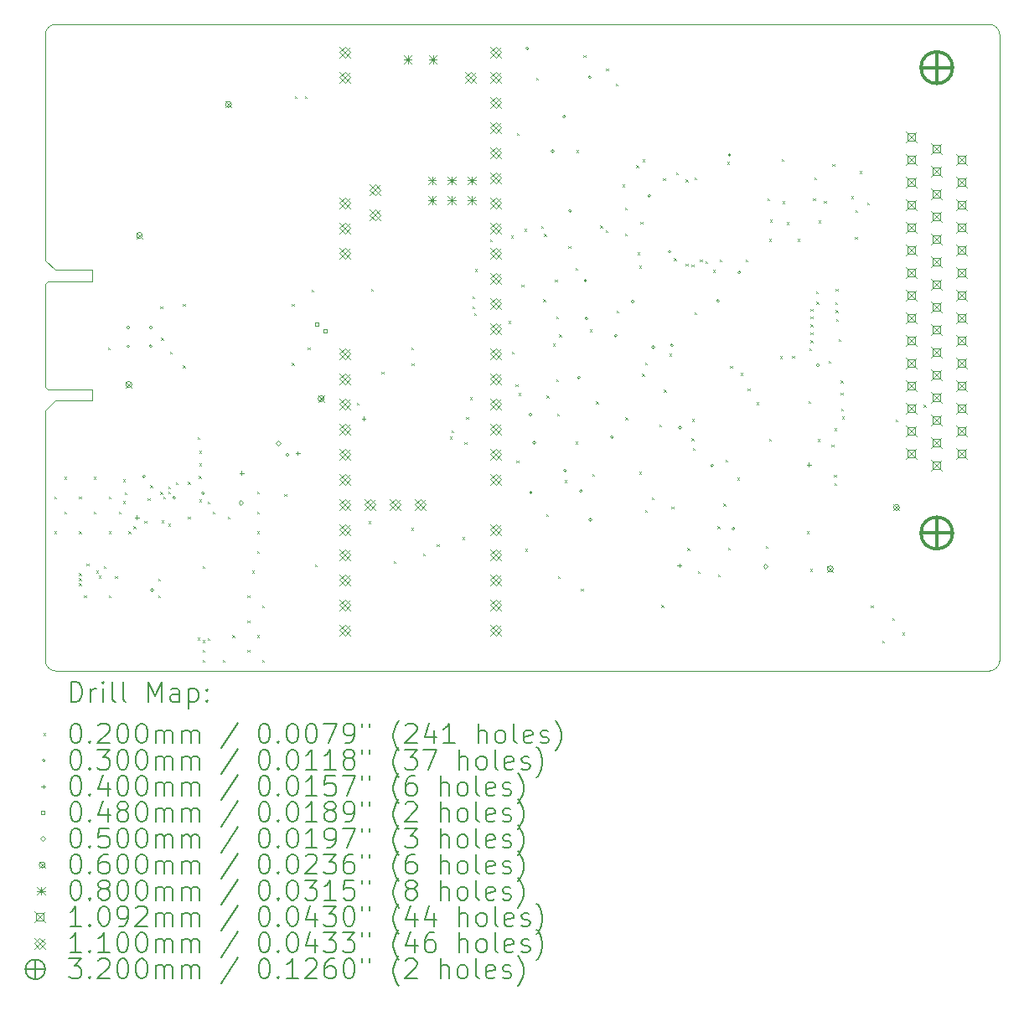
<source format=gbr>
%TF.GenerationSoftware,KiCad,Pcbnew,9.0.5*%
%TF.CreationDate,2025-11-01T16:07:27-04:00*%
%TF.ProjectId,main_board_v1,6d61696e-5f62-46f6-9172-645f76312e6b,rev?*%
%TF.SameCoordinates,Original*%
%TF.FileFunction,Drillmap*%
%TF.FilePolarity,Positive*%
%FSLAX45Y45*%
G04 Gerber Fmt 4.5, Leading zero omitted, Abs format (unit mm)*
G04 Created by KiCad (PCBNEW 9.0.5) date 2025-11-01 16:07:27*
%MOMM*%
%LPD*%
G01*
G04 APERTURE LIST*
%ADD10C,0.050000*%
%ADD11C,0.010000*%
%ADD12C,0.200000*%
%ADD13C,0.100000*%
%ADD14C,0.109220*%
%ADD15C,0.110000*%
%ADD16C,0.320040*%
G04 APERTURE END LIST*
D10*
X13690000Y-8600000D02*
X4250000Y-8600000D01*
X13790000Y-8500000D02*
X13789995Y-2167995D01*
X13690000Y-2067995D02*
G75*
G02*
X13790005Y-2167995I0J-100005D01*
G01*
X4150000Y-4450012D02*
X4150000Y-2167995D01*
X13790000Y-8500000D02*
G75*
G02*
X13690000Y-8600000I-100000J0D01*
G01*
X4150000Y-5970000D02*
X4150000Y-8500000D01*
X13690000Y-2067995D02*
X4250000Y-2067995D01*
X4150000Y-2167995D02*
G75*
G02*
X4250000Y-2067990I100000J5D01*
G01*
X4250000Y-8600000D02*
G75*
G02*
X4150000Y-8500000I0J100000D01*
G01*
D11*
X4150000Y-4690000D02*
X4175000Y-4665000D01*
X4150000Y-5730000D02*
X4150000Y-4690000D01*
X4150000Y-5730000D02*
X4175000Y-5755000D01*
X4175000Y-4665000D02*
X4620000Y-4665000D01*
X4250000Y-4550000D02*
X4150000Y-4450000D01*
X4250000Y-5870000D02*
X4150000Y-5970000D01*
X4620000Y-4550000D02*
X4250000Y-4550000D01*
X4620000Y-4665000D02*
X4620000Y-4550000D01*
X4620000Y-5755000D02*
X4175000Y-5755000D01*
X4620000Y-5755000D02*
X4620000Y-5870000D01*
X4620000Y-5870000D02*
X4250000Y-5870000D01*
D12*
D13*
X4240000Y-6840000D02*
X4260000Y-6860000D01*
X4260000Y-6840000D02*
X4240000Y-6860000D01*
X4240000Y-7190000D02*
X4260000Y-7210000D01*
X4260000Y-7190000D02*
X4240000Y-7210000D01*
X4340000Y-6640000D02*
X4360000Y-6660000D01*
X4360000Y-6640000D02*
X4340000Y-6660000D01*
X4340000Y-6990000D02*
X4360000Y-7010000D01*
X4360000Y-6990000D02*
X4340000Y-7010000D01*
X4490000Y-6840000D02*
X4510000Y-6860000D01*
X4510000Y-6840000D02*
X4490000Y-6860000D01*
X4490000Y-7190000D02*
X4510000Y-7210000D01*
X4510000Y-7190000D02*
X4490000Y-7210000D01*
X4490000Y-7615000D02*
X4510000Y-7635000D01*
X4510000Y-7615000D02*
X4490000Y-7635000D01*
X4490000Y-7665000D02*
X4510000Y-7685000D01*
X4510000Y-7665000D02*
X4490000Y-7685000D01*
X4490000Y-7715000D02*
X4510000Y-7735000D01*
X4510000Y-7715000D02*
X4490000Y-7735000D01*
X4540000Y-7840000D02*
X4560000Y-7860000D01*
X4560000Y-7840000D02*
X4540000Y-7860000D01*
X4565000Y-7515000D02*
X4585000Y-7535000D01*
X4585000Y-7515000D02*
X4565000Y-7535000D01*
X4640000Y-6640000D02*
X4660000Y-6660000D01*
X4660000Y-6640000D02*
X4640000Y-6660000D01*
X4640000Y-6990000D02*
X4660000Y-7010000D01*
X4660000Y-6990000D02*
X4640000Y-7010000D01*
X4665000Y-7590000D02*
X4685000Y-7610000D01*
X4685000Y-7590000D02*
X4665000Y-7610000D01*
X4690000Y-7640000D02*
X4710000Y-7660000D01*
X4710000Y-7640000D02*
X4690000Y-7660000D01*
X4740000Y-7540000D02*
X4760000Y-7560000D01*
X4760000Y-7540000D02*
X4740000Y-7560000D01*
X4780000Y-5330000D02*
X4800000Y-5350000D01*
X4800000Y-5330000D02*
X4780000Y-5350000D01*
X4790000Y-6840000D02*
X4810000Y-6860000D01*
X4810000Y-6840000D02*
X4790000Y-6860000D01*
X4790000Y-7190000D02*
X4810000Y-7210000D01*
X4810000Y-7190000D02*
X4790000Y-7210000D01*
X4790000Y-7840000D02*
X4810000Y-7860000D01*
X4810000Y-7840000D02*
X4790000Y-7860000D01*
X4855000Y-7645000D02*
X4875000Y-7665000D01*
X4875000Y-7645000D02*
X4855000Y-7665000D01*
X4890000Y-6990000D02*
X4910000Y-7010000D01*
X4910000Y-6990000D02*
X4890000Y-7010000D01*
X4935000Y-6665000D02*
X4955000Y-6685000D01*
X4955000Y-6665000D02*
X4935000Y-6685000D01*
X4935000Y-6885000D02*
X4955000Y-6905000D01*
X4955000Y-6885000D02*
X4935000Y-6905000D01*
X4950000Y-6795000D02*
X4970000Y-6815000D01*
X4970000Y-6795000D02*
X4950000Y-6815000D01*
X4990000Y-7190000D02*
X5010000Y-7210000D01*
X5010000Y-7190000D02*
X4990000Y-7210000D01*
X5040000Y-7140000D02*
X5060000Y-7160000D01*
X5060000Y-7140000D02*
X5040000Y-7160000D01*
X5150000Y-7087234D02*
X5170000Y-7107234D01*
X5170000Y-7087234D02*
X5150000Y-7107234D01*
X5185000Y-6855000D02*
X5205000Y-6875000D01*
X5205000Y-6855000D02*
X5185000Y-6875000D01*
X5210000Y-6725000D02*
X5230000Y-6745000D01*
X5230000Y-6725000D02*
X5210000Y-6745000D01*
X5290000Y-7670000D02*
X5310000Y-7690000D01*
X5310000Y-7670000D02*
X5290000Y-7690000D01*
X5290000Y-7840000D02*
X5310000Y-7860000D01*
X5310000Y-7840000D02*
X5290000Y-7860000D01*
X5309923Y-6793931D02*
X5329923Y-6813931D01*
X5329923Y-6793931D02*
X5309923Y-6813931D01*
X5310000Y-4915000D02*
X5330000Y-4935000D01*
X5330000Y-4915000D02*
X5310000Y-4935000D01*
X5320000Y-5235000D02*
X5340000Y-5255000D01*
X5340000Y-5235000D02*
X5320000Y-5255000D01*
X5325000Y-7080000D02*
X5345000Y-7100000D01*
X5345000Y-7080000D02*
X5325000Y-7100000D01*
X5340000Y-6840000D02*
X5360000Y-6860000D01*
X5360000Y-6840000D02*
X5340000Y-6860000D01*
X5390000Y-6740000D02*
X5410000Y-6760000D01*
X5410000Y-6740000D02*
X5390000Y-6760000D01*
X5390000Y-6790000D02*
X5410000Y-6810000D01*
X5410000Y-6790000D02*
X5390000Y-6810000D01*
X5390000Y-7115000D02*
X5410000Y-7135000D01*
X5410000Y-7115000D02*
X5390000Y-7135000D01*
X5410000Y-5375000D02*
X5430000Y-5395000D01*
X5430000Y-5375000D02*
X5410000Y-5395000D01*
X5470000Y-6695000D02*
X5490000Y-6715000D01*
X5490000Y-6695000D02*
X5470000Y-6715000D01*
X5540000Y-4890000D02*
X5560000Y-4910000D01*
X5560000Y-4890000D02*
X5540000Y-4910000D01*
X5540000Y-5515000D02*
X5560000Y-5535000D01*
X5560000Y-5515000D02*
X5540000Y-5535000D01*
X5590000Y-6690000D02*
X5610000Y-6710000D01*
X5610000Y-6690000D02*
X5590000Y-6710000D01*
X5590000Y-7040000D02*
X5610000Y-7060000D01*
X5610000Y-7040000D02*
X5590000Y-7060000D01*
X5690000Y-6240000D02*
X5710000Y-6260000D01*
X5710000Y-6240000D02*
X5690000Y-6260000D01*
X5690000Y-8265000D02*
X5710000Y-8285000D01*
X5710000Y-8265000D02*
X5690000Y-8285000D01*
X5699500Y-6630500D02*
X5719500Y-6650500D01*
X5719500Y-6630500D02*
X5699500Y-6650500D01*
X5703500Y-6376500D02*
X5723500Y-6396500D01*
X5723500Y-6376500D02*
X5703500Y-6396500D01*
X5703500Y-6503500D02*
X5723500Y-6523500D01*
X5723500Y-6503500D02*
X5703500Y-6523500D01*
X5705000Y-6870000D02*
X5725000Y-6890000D01*
X5725000Y-6870000D02*
X5705000Y-6890000D01*
X5738000Y-7540000D02*
X5758000Y-7560000D01*
X5758000Y-7540000D02*
X5738000Y-7560000D01*
X5738000Y-8290000D02*
X5758000Y-8310000D01*
X5758000Y-8290000D02*
X5738000Y-8310000D01*
X5738000Y-8390000D02*
X5758000Y-8410000D01*
X5758000Y-8390000D02*
X5738000Y-8410000D01*
X5740000Y-8490000D02*
X5760000Y-8510000D01*
X5760000Y-8490000D02*
X5740000Y-8510000D01*
X5790000Y-6890000D02*
X5810000Y-6910000D01*
X5810000Y-6890000D02*
X5790000Y-6910000D01*
X5790000Y-8270000D02*
X5810000Y-8290000D01*
X5810000Y-8270000D02*
X5790000Y-8290000D01*
X5840000Y-6990000D02*
X5860000Y-7010000D01*
X5860000Y-6990000D02*
X5840000Y-7010000D01*
X5940000Y-8490000D02*
X5960000Y-8510000D01*
X5960000Y-8490000D02*
X5940000Y-8510000D01*
X5990000Y-7040000D02*
X6010000Y-7060000D01*
X6010000Y-7040000D02*
X5990000Y-7060000D01*
X6040000Y-8240000D02*
X6060000Y-8260000D01*
X6060000Y-8240000D02*
X6040000Y-8260000D01*
X6190000Y-7840000D02*
X6210000Y-7860000D01*
X6210000Y-7840000D02*
X6190000Y-7860000D01*
X6190000Y-8090000D02*
X6210000Y-8110000D01*
X6210000Y-8090000D02*
X6190000Y-8110000D01*
X6190000Y-8390000D02*
X6210000Y-8410000D01*
X6210000Y-8390000D02*
X6190000Y-8410000D01*
X6240000Y-7590000D02*
X6260000Y-7610000D01*
X6260000Y-7590000D02*
X6240000Y-7610000D01*
X6290000Y-6790000D02*
X6310000Y-6810000D01*
X6310000Y-6790000D02*
X6290000Y-6810000D01*
X6290000Y-6990000D02*
X6310000Y-7010000D01*
X6310000Y-6990000D02*
X6290000Y-7010000D01*
X6290000Y-7190000D02*
X6310000Y-7210000D01*
X6310000Y-7190000D02*
X6290000Y-7210000D01*
X6290000Y-7390000D02*
X6310000Y-7410000D01*
X6310000Y-7390000D02*
X6290000Y-7410000D01*
X6290000Y-8240000D02*
X6310000Y-8260000D01*
X6310000Y-8240000D02*
X6290000Y-8260000D01*
X6340000Y-7940000D02*
X6360000Y-7960000D01*
X6360000Y-7940000D02*
X6340000Y-7960000D01*
X6340000Y-8490000D02*
X6360000Y-8510000D01*
X6360000Y-8490000D02*
X6340000Y-8510000D01*
X6565000Y-6813500D02*
X6585000Y-6833500D01*
X6585000Y-6813500D02*
X6565000Y-6833500D01*
X6640000Y-4890000D02*
X6660000Y-4910000D01*
X6660000Y-4890000D02*
X6640000Y-4910000D01*
X6640000Y-5490000D02*
X6660000Y-5510000D01*
X6660000Y-5490000D02*
X6640000Y-5510000D01*
X6670000Y-2795000D02*
X6690000Y-2815000D01*
X6690000Y-2795000D02*
X6670000Y-2815000D01*
X6770000Y-2795000D02*
X6790000Y-2815000D01*
X6790000Y-2795000D02*
X6770000Y-2815000D01*
X6800000Y-5335000D02*
X6820000Y-5355000D01*
X6820000Y-5335000D02*
X6800000Y-5355000D01*
X6840000Y-4750000D02*
X6860000Y-4770000D01*
X6860000Y-4750000D02*
X6840000Y-4770000D01*
X6875000Y-7527500D02*
X6895000Y-7547500D01*
X6895000Y-7527500D02*
X6875000Y-7547500D01*
X7296185Y-5890480D02*
X7316185Y-5910480D01*
X7316185Y-5890480D02*
X7296185Y-5910480D01*
X7415200Y-7090495D02*
X7435200Y-7110495D01*
X7435200Y-7090495D02*
X7415200Y-7110495D01*
X7440000Y-4740000D02*
X7460000Y-4760000D01*
X7460000Y-4740000D02*
X7440000Y-4760000D01*
X7545200Y-5575495D02*
X7565200Y-5595495D01*
X7565200Y-5575495D02*
X7545200Y-5595495D01*
X7670200Y-7490495D02*
X7690200Y-7510495D01*
X7690200Y-7490495D02*
X7670200Y-7510495D01*
X7845200Y-7155495D02*
X7865200Y-7175495D01*
X7865200Y-7155495D02*
X7845200Y-7175495D01*
X7848244Y-5331756D02*
X7868244Y-5351756D01*
X7868244Y-5331756D02*
X7848244Y-5351756D01*
X7850200Y-5495495D02*
X7870200Y-5515495D01*
X7870200Y-5495495D02*
X7850200Y-5515495D01*
X7965200Y-7415495D02*
X7985200Y-7435495D01*
X7985200Y-7415495D02*
X7965200Y-7435495D01*
X8105200Y-7320495D02*
X8125200Y-7340495D01*
X8125200Y-7320495D02*
X8105200Y-7340495D01*
X8235200Y-6235495D02*
X8255200Y-6255495D01*
X8255200Y-6235495D02*
X8235200Y-6255495D01*
X8255200Y-6170495D02*
X8275200Y-6190495D01*
X8275200Y-6170495D02*
X8255200Y-6190495D01*
X8365200Y-7250495D02*
X8385200Y-7270495D01*
X8385200Y-7250495D02*
X8365200Y-7270495D01*
X8385200Y-6290495D02*
X8405200Y-6310495D01*
X8405200Y-6290495D02*
X8385200Y-6310495D01*
X8400200Y-6035495D02*
X8420200Y-6055495D01*
X8420200Y-6035495D02*
X8400200Y-6055495D01*
X8440200Y-5835495D02*
X8460200Y-5855495D01*
X8460200Y-5835495D02*
X8440200Y-5855495D01*
X8465200Y-4815495D02*
X8485200Y-4835495D01*
X8485200Y-4815495D02*
X8465200Y-4835495D01*
X8465200Y-4915495D02*
X8485200Y-4935495D01*
X8485200Y-4915495D02*
X8465200Y-4935495D01*
X8480000Y-4985495D02*
X8500000Y-5005495D01*
X8500000Y-4985495D02*
X8480000Y-5005495D01*
X8490000Y-4540000D02*
X8510000Y-4560000D01*
X8510000Y-4540000D02*
X8490000Y-4560000D01*
X8640000Y-4240000D02*
X8660000Y-4260000D01*
X8660000Y-4240000D02*
X8640000Y-4260000D01*
X8830200Y-5065495D02*
X8850200Y-5085495D01*
X8850200Y-5065495D02*
X8830200Y-5085495D01*
X8853276Y-4203276D02*
X8873276Y-4223276D01*
X8873276Y-4203276D02*
X8853276Y-4223276D01*
X8860200Y-5375495D02*
X8880200Y-5395495D01*
X8880200Y-5375495D02*
X8860200Y-5395495D01*
X8900200Y-5705495D02*
X8920200Y-5725495D01*
X8920200Y-5705495D02*
X8900200Y-5725495D01*
X8910200Y-6475495D02*
X8930200Y-6495495D01*
X8930200Y-6475495D02*
X8910200Y-6495495D01*
X8915000Y-3165000D02*
X8935000Y-3185000D01*
X8935000Y-3165000D02*
X8915000Y-3185000D01*
X8933027Y-5792668D02*
X8953027Y-5812668D01*
X8953027Y-5792668D02*
X8933027Y-5812668D01*
X8960000Y-4700000D02*
X8980000Y-4720000D01*
X8980000Y-4700000D02*
X8960000Y-4720000D01*
X8990000Y-4135495D02*
X9010000Y-4155495D01*
X9010000Y-4135495D02*
X8990000Y-4155495D01*
X9000000Y-7370000D02*
X9020000Y-7390000D01*
X9020000Y-7370000D02*
X9000000Y-7390000D01*
X9110200Y-2605495D02*
X9130200Y-2625495D01*
X9130200Y-2605495D02*
X9110200Y-2625495D01*
X9160000Y-4105000D02*
X9180000Y-4125000D01*
X9180000Y-4105000D02*
X9160000Y-4125000D01*
X9180300Y-4845395D02*
X9200300Y-4865395D01*
X9200300Y-4845395D02*
X9180300Y-4865395D01*
X9190000Y-4185000D02*
X9210000Y-4205000D01*
X9210000Y-4185000D02*
X9190000Y-4205000D01*
X9210000Y-7015000D02*
X9230000Y-7035000D01*
X9230000Y-7015000D02*
X9210000Y-7035000D01*
X9215000Y-5820000D02*
X9235000Y-5840000D01*
X9235000Y-5820000D02*
X9215000Y-5840000D01*
X9275000Y-5295000D02*
X9295000Y-5315000D01*
X9295000Y-5295000D02*
X9275000Y-5315000D01*
X9300000Y-4645000D02*
X9320000Y-4665000D01*
X9320000Y-4645000D02*
X9300000Y-4665000D01*
X9310000Y-5020000D02*
X9330000Y-5040000D01*
X9330000Y-5020000D02*
X9310000Y-5040000D01*
X9310000Y-5655000D02*
X9330000Y-5675000D01*
X9330000Y-5655000D02*
X9310000Y-5675000D01*
X9320000Y-6000000D02*
X9340000Y-6020000D01*
X9340000Y-6000000D02*
X9320000Y-6020000D01*
X9330000Y-7645000D02*
X9350000Y-7665000D01*
X9350000Y-7645000D02*
X9330000Y-7665000D01*
X9340000Y-5200000D02*
X9360000Y-5220000D01*
X9360000Y-5200000D02*
X9340000Y-5220000D01*
X9395200Y-6675495D02*
X9415200Y-6695495D01*
X9415200Y-6675495D02*
X9395200Y-6695495D01*
X9435200Y-4308495D02*
X9455200Y-4328495D01*
X9455200Y-4308495D02*
X9435200Y-4328495D01*
X9505000Y-4530000D02*
X9525000Y-4550000D01*
X9525000Y-4530000D02*
X9505000Y-4550000D01*
X9505000Y-6285000D02*
X9525000Y-6305000D01*
X9525000Y-6285000D02*
X9505000Y-6305000D01*
X9515000Y-3340000D02*
X9535000Y-3360000D01*
X9535000Y-3340000D02*
X9515000Y-3360000D01*
X9560000Y-7770000D02*
X9580000Y-7790000D01*
X9580000Y-7770000D02*
X9560000Y-7790000D01*
X9585200Y-2375495D02*
X9605200Y-2395495D01*
X9605200Y-2375495D02*
X9585200Y-2395495D01*
X9650000Y-5149631D02*
X9670000Y-5169631D01*
X9670000Y-5149631D02*
X9650000Y-5169631D01*
X9675200Y-6610495D02*
X9695200Y-6630495D01*
X9695200Y-6610495D02*
X9675200Y-6630495D01*
X9715000Y-5880000D02*
X9735000Y-5900000D01*
X9735000Y-5880000D02*
X9715000Y-5900000D01*
X9755200Y-4100495D02*
X9775200Y-4120495D01*
X9775200Y-4100495D02*
X9755200Y-4120495D01*
X9810200Y-4145495D02*
X9830200Y-4165495D01*
X9830200Y-4145495D02*
X9810200Y-4165495D01*
X9815000Y-2515000D02*
X9835000Y-2535000D01*
X9835000Y-2515000D02*
X9815000Y-2535000D01*
X9915000Y-2665000D02*
X9935000Y-2685000D01*
X9935000Y-2665000D02*
X9915000Y-2685000D01*
X9920200Y-4960495D02*
X9940200Y-4980495D01*
X9940200Y-4960495D02*
X9920200Y-4980495D01*
X9980200Y-3685495D02*
X10000200Y-3705495D01*
X10000200Y-3685495D02*
X9980200Y-3705495D01*
X10005200Y-3920495D02*
X10025200Y-3940495D01*
X10025200Y-3920495D02*
X10005200Y-3940495D01*
X10005224Y-4180471D02*
X10025224Y-4200472D01*
X10025224Y-4180471D02*
X10005224Y-4200472D01*
X10010000Y-6040000D02*
X10030000Y-6060000D01*
X10030000Y-6040000D02*
X10010000Y-6060000D01*
X10120200Y-3490495D02*
X10140200Y-3510495D01*
X10140200Y-3490495D02*
X10120200Y-3510495D01*
X10135200Y-4370495D02*
X10155200Y-4390495D01*
X10155200Y-4370495D02*
X10135200Y-4390495D01*
X10150200Y-4505495D02*
X10170200Y-4525495D01*
X10170200Y-4505495D02*
X10150200Y-4525495D01*
X10150200Y-6590495D02*
X10170200Y-6610495D01*
X10170200Y-6590495D02*
X10150200Y-6610495D01*
X10161200Y-4064495D02*
X10181200Y-4084495D01*
X10181200Y-4064495D02*
X10161200Y-4084495D01*
X10177700Y-5597995D02*
X10197700Y-5617995D01*
X10197700Y-5597995D02*
X10177700Y-5617995D01*
X10185200Y-3430495D02*
X10205200Y-3450495D01*
X10205200Y-3430495D02*
X10185200Y-3450495D01*
X10210200Y-5485495D02*
X10230200Y-5505495D01*
X10230200Y-5485495D02*
X10210200Y-5505495D01*
X10210200Y-6975495D02*
X10230200Y-6995495D01*
X10230200Y-6975495D02*
X10210200Y-6995495D01*
X10275200Y-6845495D02*
X10295200Y-6865495D01*
X10295200Y-6845495D02*
X10275200Y-6865495D01*
X10350334Y-6109728D02*
X10370334Y-6129728D01*
X10370334Y-6109728D02*
X10350334Y-6129728D01*
X10375000Y-7935000D02*
X10395000Y-7955000D01*
X10395000Y-7935000D02*
X10375000Y-7955000D01*
X10390000Y-3620495D02*
X10410000Y-3640495D01*
X10410000Y-3620495D02*
X10390000Y-3640495D01*
X10398950Y-5759245D02*
X10418950Y-5779245D01*
X10418950Y-5759245D02*
X10398950Y-5779245D01*
X10455000Y-5395000D02*
X10475000Y-5415000D01*
X10475000Y-5395000D02*
X10455000Y-5415000D01*
X10475200Y-6940495D02*
X10495200Y-6960495D01*
X10495200Y-6940495D02*
X10475200Y-6960495D01*
X10500200Y-4430495D02*
X10520200Y-4450495D01*
X10520200Y-4430495D02*
X10500200Y-4450495D01*
X10520200Y-3560495D02*
X10540200Y-3580495D01*
X10540200Y-3560495D02*
X10520200Y-3580495D01*
X10618867Y-3634656D02*
X10638867Y-3654656D01*
X10638867Y-3634656D02*
X10618867Y-3654656D01*
X10620200Y-4485495D02*
X10640200Y-4505495D01*
X10640200Y-4485495D02*
X10620200Y-4505495D01*
X10635200Y-7360495D02*
X10655200Y-7380495D01*
X10655200Y-7360495D02*
X10635200Y-7380495D01*
X10679672Y-6249966D02*
X10699672Y-6269966D01*
X10699672Y-6249966D02*
X10679672Y-6269966D01*
X10680200Y-4495495D02*
X10700200Y-4515495D01*
X10700200Y-4495495D02*
X10680200Y-4515495D01*
X10685200Y-6055495D02*
X10705200Y-6075495D01*
X10705200Y-6055495D02*
X10685200Y-6075495D01*
X10689676Y-6350100D02*
X10709676Y-6370100D01*
X10709676Y-6350100D02*
X10689676Y-6370100D01*
X10709200Y-4977495D02*
X10729200Y-4997495D01*
X10729200Y-4977495D02*
X10709200Y-4997495D01*
X10710200Y-3615495D02*
X10730200Y-3635495D01*
X10730200Y-3615495D02*
X10710200Y-3635495D01*
X10740200Y-7595495D02*
X10760200Y-7615495D01*
X10760200Y-7595495D02*
X10740200Y-7615495D01*
X10763689Y-4443596D02*
X10783689Y-4463596D01*
X10783689Y-4443596D02*
X10763689Y-4463596D01*
X10818298Y-4461598D02*
X10838298Y-4481598D01*
X10838298Y-4461598D02*
X10818298Y-4481598D01*
X10895200Y-4550495D02*
X10915200Y-4570495D01*
X10915200Y-4550495D02*
X10895200Y-4570495D01*
X10940000Y-7140000D02*
X10960000Y-7160000D01*
X10960000Y-7140000D02*
X10940000Y-7160000D01*
X10945200Y-7625495D02*
X10965200Y-7645495D01*
X10965200Y-7625495D02*
X10945200Y-7645495D01*
X10960000Y-4445000D02*
X10980000Y-4465000D01*
X10980000Y-4445000D02*
X10960000Y-4465000D01*
X11000200Y-6910495D02*
X11020200Y-6930495D01*
X11020200Y-6910495D02*
X11000200Y-6930495D01*
X11022538Y-6467361D02*
X11042538Y-6487361D01*
X11042538Y-6467361D02*
X11022538Y-6487361D01*
X11040200Y-3455495D02*
X11060200Y-3475495D01*
X11060200Y-3455495D02*
X11040200Y-3475495D01*
X11045200Y-7355495D02*
X11065200Y-7375495D01*
X11065200Y-7355495D02*
X11045200Y-7375495D01*
X11069700Y-5519995D02*
X11089700Y-5539995D01*
X11089700Y-5519995D02*
X11069700Y-5539995D01*
X11140729Y-6649966D02*
X11160729Y-6669966D01*
X11160729Y-6649966D02*
X11140729Y-6669966D01*
X11175200Y-5589995D02*
X11195200Y-5609995D01*
X11195200Y-5589995D02*
X11175200Y-5609995D01*
X11225200Y-4445495D02*
X11245200Y-4465495D01*
X11245200Y-4445495D02*
X11225200Y-4465495D01*
X11245200Y-5745495D02*
X11265200Y-5765495D01*
X11265200Y-5745495D02*
X11245200Y-5765495D01*
X11335200Y-5885495D02*
X11355200Y-5905495D01*
X11355200Y-5885495D02*
X11335200Y-5905495D01*
X11430200Y-7340495D02*
X11450200Y-7360495D01*
X11450200Y-7340495D02*
X11430200Y-7360495D01*
X11445200Y-3825495D02*
X11465200Y-3845495D01*
X11465200Y-3825495D02*
X11445200Y-3845495D01*
X11460200Y-4235595D02*
X11480200Y-4255595D01*
X11480200Y-4235595D02*
X11460200Y-4255595D01*
X11460200Y-6255495D02*
X11480200Y-6275495D01*
X11480200Y-6255495D02*
X11460200Y-6275495D01*
X11470200Y-4040495D02*
X11490200Y-4060495D01*
X11490200Y-4040495D02*
X11470200Y-4060495D01*
X11570200Y-5420495D02*
X11590200Y-5440495D01*
X11590200Y-5420495D02*
X11570200Y-5440495D01*
X11590660Y-3427154D02*
X11610660Y-3447154D01*
X11610660Y-3427154D02*
X11590660Y-3447154D01*
X11595200Y-3855495D02*
X11615200Y-3875495D01*
X11615200Y-3855495D02*
X11595200Y-3875495D01*
X11640200Y-4065495D02*
X11660200Y-4085495D01*
X11660200Y-4065495D02*
X11640200Y-4085495D01*
X11695200Y-5415495D02*
X11715200Y-5435495D01*
X11715200Y-5415495D02*
X11695200Y-5435495D01*
X11750200Y-4235495D02*
X11770200Y-4255495D01*
X11770200Y-4235495D02*
X11750200Y-4255495D01*
X11845200Y-7190495D02*
X11865200Y-7210495D01*
X11865200Y-7190495D02*
X11845200Y-7210495D01*
X11860200Y-5875495D02*
X11880200Y-5895495D01*
X11880200Y-5875495D02*
X11860200Y-5895495D01*
X11870521Y-5340321D02*
X11890521Y-5360321D01*
X11890521Y-5340321D02*
X11870521Y-5360321D01*
X11875200Y-7570495D02*
X11895200Y-7590495D01*
X11895200Y-7570495D02*
X11875200Y-7590495D01*
X11879962Y-5260881D02*
X11899962Y-5280881D01*
X11899962Y-5260881D02*
X11879962Y-5280881D01*
X11880198Y-5100881D02*
X11900198Y-5120881D01*
X11900198Y-5100881D02*
X11880198Y-5120881D01*
X11880200Y-4940495D02*
X11900200Y-4960495D01*
X11900200Y-4940495D02*
X11880200Y-4960495D01*
X11880200Y-5020495D02*
X11900200Y-5040495D01*
X11900200Y-5020495D02*
X11880200Y-5040495D01*
X11880231Y-5180881D02*
X11900231Y-5200881D01*
X11900231Y-5180881D02*
X11880231Y-5200881D01*
X11905200Y-3825495D02*
X11925200Y-3845495D01*
X11925200Y-3825495D02*
X11905200Y-3845495D01*
X11920126Y-3615421D02*
X11940126Y-3635421D01*
X11940126Y-3615421D02*
X11920126Y-3635421D01*
X11935200Y-4765495D02*
X11955200Y-4785495D01*
X11955200Y-4765495D02*
X11935200Y-4785495D01*
X11941658Y-4871710D02*
X11961658Y-4891710D01*
X11961658Y-4871710D02*
X11941658Y-4891710D01*
X11955200Y-6260495D02*
X11975200Y-6280495D01*
X11975200Y-6260495D02*
X11955200Y-6280495D01*
X11960124Y-4050571D02*
X11980124Y-4070571D01*
X11980124Y-4050571D02*
X11960124Y-4070571D01*
X12015200Y-3850495D02*
X12035200Y-3870495D01*
X12035200Y-3850495D02*
X12015200Y-3870495D01*
X12065200Y-5465495D02*
X12085200Y-5485495D01*
X12085200Y-5465495D02*
X12065200Y-5485495D01*
X12093589Y-6313884D02*
X12113589Y-6333884D01*
X12113589Y-6313884D02*
X12093589Y-6333884D01*
X12100200Y-3477495D02*
X12120200Y-3497495D01*
X12120200Y-3477495D02*
X12100200Y-3497495D01*
X12117700Y-6617995D02*
X12137700Y-6637995D01*
X12137700Y-6617995D02*
X12117700Y-6637995D01*
X12120000Y-6705000D02*
X12140000Y-6725000D01*
X12140000Y-6705000D02*
X12120000Y-6725000D01*
X12120200Y-6149245D02*
X12140200Y-6169245D01*
X12140200Y-6149245D02*
X12120200Y-6169245D01*
X12129471Y-4875700D02*
X12149471Y-4895700D01*
X12149471Y-4875700D02*
X12129471Y-4895700D01*
X12135200Y-4740495D02*
X12155200Y-4760495D01*
X12155200Y-4740495D02*
X12135200Y-4760495D01*
X12135200Y-4955495D02*
X12155200Y-4975495D01*
X12155200Y-4955495D02*
X12135200Y-4975495D01*
X12137523Y-5043319D02*
X12157523Y-5063319D01*
X12157523Y-5043319D02*
X12137523Y-5063319D01*
X12165200Y-5245495D02*
X12185200Y-5265495D01*
X12185200Y-5245495D02*
X12165200Y-5265495D01*
X12185200Y-5665495D02*
X12205200Y-5685495D01*
X12205200Y-5665495D02*
X12185200Y-5685495D01*
X12185200Y-5790495D02*
X12205200Y-5810495D01*
X12205200Y-5790495D02*
X12185200Y-5810495D01*
X12190200Y-5950495D02*
X12210200Y-5970495D01*
X12210200Y-5950495D02*
X12190200Y-5970495D01*
X12200200Y-6030495D02*
X12220200Y-6050495D01*
X12220200Y-6030495D02*
X12200200Y-6050495D01*
X12290200Y-3805495D02*
X12310200Y-3825495D01*
X12310200Y-3805495D02*
X12290200Y-3825495D01*
X12330200Y-4215495D02*
X12350200Y-4235495D01*
X12350200Y-4215495D02*
X12330200Y-4235495D01*
X12335200Y-3945395D02*
X12355200Y-3965395D01*
X12355200Y-3945395D02*
X12335200Y-3965395D01*
X12375200Y-3550495D02*
X12395200Y-3570495D01*
X12395200Y-3550495D02*
X12375200Y-3570495D01*
X12455200Y-3865495D02*
X12475200Y-3885495D01*
X12475200Y-3865495D02*
X12455200Y-3885495D01*
X12490000Y-7940000D02*
X12510000Y-7960000D01*
X12510000Y-7940000D02*
X12490000Y-7960000D01*
X12605000Y-8295000D02*
X12625000Y-8315000D01*
X12625000Y-8295000D02*
X12605000Y-8315000D01*
X12705000Y-8065000D02*
X12725000Y-8085000D01*
X12725000Y-8065000D02*
X12705000Y-8085000D01*
X12740200Y-6060495D02*
X12760200Y-6080495D01*
X12760200Y-6060495D02*
X12740200Y-6080495D01*
X12810000Y-8215000D02*
X12830000Y-8235000D01*
X12830000Y-8215000D02*
X12810000Y-8235000D01*
X13025200Y-5912903D02*
X13045200Y-5932903D01*
X13045200Y-5912903D02*
X13025200Y-5932903D01*
X5001250Y-5130000D02*
G75*
G02*
X4971250Y-5130000I-15000J0D01*
G01*
X4971250Y-5130000D02*
G75*
G02*
X5001250Y-5130000I15000J0D01*
G01*
X5001250Y-5320000D02*
G75*
G02*
X4971250Y-5320000I-15000J0D01*
G01*
X4971250Y-5320000D02*
G75*
G02*
X5001250Y-5320000I15000J0D01*
G01*
X5160000Y-6635000D02*
G75*
G02*
X5130000Y-6635000I-15000J0D01*
G01*
X5130000Y-6635000D02*
G75*
G02*
X5160000Y-6635000I15000J0D01*
G01*
X5228750Y-5130000D02*
G75*
G02*
X5198750Y-5130000I-15000J0D01*
G01*
X5198750Y-5130000D02*
G75*
G02*
X5228750Y-5130000I15000J0D01*
G01*
X5228750Y-5320000D02*
G75*
G02*
X5198750Y-5320000I-15000J0D01*
G01*
X5198750Y-5320000D02*
G75*
G02*
X5228750Y-5320000I15000J0D01*
G01*
X5245000Y-7785000D02*
G75*
G02*
X5215000Y-7785000I-15000J0D01*
G01*
X5215000Y-7785000D02*
G75*
G02*
X5245000Y-7785000I15000J0D01*
G01*
X5465000Y-6850000D02*
G75*
G02*
X5435000Y-6850000I-15000J0D01*
G01*
X5435000Y-6850000D02*
G75*
G02*
X5465000Y-6850000I15000J0D01*
G01*
X5758000Y-6805000D02*
G75*
G02*
X5728000Y-6805000I-15000J0D01*
G01*
X5728000Y-6805000D02*
G75*
G02*
X5758000Y-6805000I15000J0D01*
G01*
X6608500Y-6417000D02*
G75*
G02*
X6578500Y-6417000I-15000J0D01*
G01*
X6578500Y-6417000D02*
G75*
G02*
X6608500Y-6417000I15000J0D01*
G01*
X9035000Y-2310000D02*
G75*
G02*
X9005000Y-2310000I-15000J0D01*
G01*
X9005000Y-2310000D02*
G75*
G02*
X9035000Y-2310000I15000J0D01*
G01*
X9065000Y-6012500D02*
G75*
G02*
X9035000Y-6012500I-15000J0D01*
G01*
X9035000Y-6012500D02*
G75*
G02*
X9065000Y-6012500I15000J0D01*
G01*
X9070000Y-6800000D02*
G75*
G02*
X9040000Y-6800000I-15000J0D01*
G01*
X9040000Y-6800000D02*
G75*
G02*
X9070000Y-6800000I15000J0D01*
G01*
X9105000Y-6295000D02*
G75*
G02*
X9075000Y-6295000I-15000J0D01*
G01*
X9075000Y-6295000D02*
G75*
G02*
X9105000Y-6295000I15000J0D01*
G01*
X9290000Y-3350000D02*
G75*
G02*
X9260000Y-3350000I-15000J0D01*
G01*
X9260000Y-3350000D02*
G75*
G02*
X9290000Y-3350000I15000J0D01*
G01*
X9405000Y-3000000D02*
G75*
G02*
X9375000Y-3000000I-15000J0D01*
G01*
X9375000Y-3000000D02*
G75*
G02*
X9405000Y-3000000I15000J0D01*
G01*
X9415000Y-6575000D02*
G75*
G02*
X9385000Y-6575000I-15000J0D01*
G01*
X9385000Y-6575000D02*
G75*
G02*
X9415000Y-6575000I15000J0D01*
G01*
X9465000Y-3950000D02*
G75*
G02*
X9435000Y-3950000I-15000J0D01*
G01*
X9435000Y-3950000D02*
G75*
G02*
X9465000Y-3950000I15000J0D01*
G01*
X9555000Y-5635000D02*
G75*
G02*
X9525000Y-5635000I-15000J0D01*
G01*
X9525000Y-5635000D02*
G75*
G02*
X9555000Y-5635000I15000J0D01*
G01*
X9575200Y-6785495D02*
G75*
G02*
X9545200Y-6785495I-15000J0D01*
G01*
X9545200Y-6785495D02*
G75*
G02*
X9575200Y-6785495I15000J0D01*
G01*
X9620000Y-4657130D02*
G75*
G02*
X9590000Y-4657130I-15000J0D01*
G01*
X9590000Y-4657130D02*
G75*
G02*
X9620000Y-4657130I15000J0D01*
G01*
X9630000Y-5040000D02*
G75*
G02*
X9600000Y-5040000I-15000J0D01*
G01*
X9600000Y-5040000D02*
G75*
G02*
X9630000Y-5040000I15000J0D01*
G01*
X9665000Y-2600000D02*
G75*
G02*
X9635000Y-2600000I-15000J0D01*
G01*
X9635000Y-2600000D02*
G75*
G02*
X9665000Y-2600000I15000J0D01*
G01*
X9670000Y-7075000D02*
G75*
G02*
X9640000Y-7075000I-15000J0D01*
G01*
X9640000Y-7075000D02*
G75*
G02*
X9670000Y-7075000I15000J0D01*
G01*
X9887427Y-6237573D02*
G75*
G02*
X9857427Y-6237573I-15000J0D01*
G01*
X9857427Y-6237573D02*
G75*
G02*
X9887427Y-6237573I15000J0D01*
G01*
X9926650Y-5212962D02*
G75*
G02*
X9896650Y-5212962I-15000J0D01*
G01*
X9896650Y-5212962D02*
G75*
G02*
X9926650Y-5212962I15000J0D01*
G01*
X10100000Y-4867701D02*
G75*
G02*
X10070000Y-4867701I-15000J0D01*
G01*
X10070000Y-4867701D02*
G75*
G02*
X10100000Y-4867701I15000J0D01*
G01*
X10265000Y-3800000D02*
G75*
G02*
X10235000Y-3800000I-15000J0D01*
G01*
X10235000Y-3800000D02*
G75*
G02*
X10265000Y-3800000I15000J0D01*
G01*
X10305200Y-5330495D02*
G75*
G02*
X10275200Y-5330495I-15000J0D01*
G01*
X10275200Y-5330495D02*
G75*
G02*
X10305200Y-5330495I15000J0D01*
G01*
X10470200Y-4365595D02*
G75*
G02*
X10440200Y-4365595I-15000J0D01*
G01*
X10440200Y-4365595D02*
G75*
G02*
X10470200Y-4365595I15000J0D01*
G01*
X10494056Y-5310495D02*
G75*
G02*
X10464056Y-5310495I-15000J0D01*
G01*
X10464056Y-5310495D02*
G75*
G02*
X10494056Y-5310495I15000J0D01*
G01*
X10577624Y-6142919D02*
G75*
G02*
X10547624Y-6142919I-15000J0D01*
G01*
X10547624Y-6142919D02*
G75*
G02*
X10577624Y-6142919I15000J0D01*
G01*
X10900200Y-6525495D02*
G75*
G02*
X10870200Y-6525495I-15000J0D01*
G01*
X10870200Y-6525495D02*
G75*
G02*
X10900200Y-6525495I15000J0D01*
G01*
X10960200Y-4862495D02*
G75*
G02*
X10930200Y-4862495I-15000J0D01*
G01*
X10930200Y-4862495D02*
G75*
G02*
X10960200Y-4862495I15000J0D01*
G01*
X11076514Y-3386299D02*
G75*
G02*
X11046514Y-3386299I-15000J0D01*
G01*
X11046514Y-3386299D02*
G75*
G02*
X11076514Y-3386299I15000J0D01*
G01*
X11115200Y-7165495D02*
G75*
G02*
X11085200Y-7165495I-15000J0D01*
G01*
X11085200Y-7165495D02*
G75*
G02*
X11115200Y-7165495I15000J0D01*
G01*
X11175200Y-4575495D02*
G75*
G02*
X11145200Y-4575495I-15000J0D01*
G01*
X11145200Y-4575495D02*
G75*
G02*
X11175200Y-4575495I15000J0D01*
G01*
X11970200Y-5510495D02*
G75*
G02*
X11940200Y-5510495I-15000J0D01*
G01*
X11940200Y-5510495D02*
G75*
G02*
X11970200Y-5510495I15000J0D01*
G01*
X5075000Y-7030000D02*
X5075000Y-7070000D01*
X5055000Y-7050000D02*
X5095000Y-7050000D01*
X6133500Y-6580000D02*
X6133500Y-6620000D01*
X6113500Y-6600000D02*
X6153500Y-6600000D01*
X6700000Y-6380000D02*
X6700000Y-6420000D01*
X6680000Y-6400000D02*
X6720000Y-6400000D01*
X7366185Y-6030000D02*
X7366185Y-6070000D01*
X7346185Y-6050000D02*
X7386185Y-6050000D01*
X10555200Y-7515495D02*
X10555200Y-7555495D01*
X10535200Y-7535495D02*
X10575200Y-7535495D01*
X11865200Y-6495495D02*
X11865200Y-6535495D01*
X11845200Y-6515495D02*
X11885200Y-6515495D01*
X6907692Y-5110785D02*
X6907692Y-5076843D01*
X6873751Y-5076843D01*
X6873751Y-5110785D01*
X6907692Y-5110785D01*
X6989256Y-5178486D02*
X6989256Y-5144544D01*
X6955314Y-5144544D01*
X6955314Y-5178486D01*
X6989256Y-5178486D01*
X6125000Y-6925000D02*
X6150000Y-6900000D01*
X6125000Y-6875000D01*
X6100000Y-6900000D01*
X6125000Y-6925000D01*
X6500000Y-6325000D02*
X6525000Y-6300000D01*
X6500000Y-6275000D01*
X6475000Y-6300000D01*
X6500000Y-6325000D01*
X11425200Y-7565495D02*
X11450200Y-7540495D01*
X11425200Y-7515495D01*
X11400200Y-7540495D01*
X11425200Y-7565495D01*
X4963056Y-5676944D02*
X5023056Y-5736944D01*
X5023056Y-5676944D02*
X4963056Y-5736944D01*
X5023056Y-5706944D02*
G75*
G02*
X4963056Y-5706944I-30000J0D01*
G01*
X4963056Y-5706944D02*
G75*
G02*
X5023056Y-5706944I30000J0D01*
G01*
X5070000Y-4170000D02*
X5130000Y-4230000D01*
X5130000Y-4170000D02*
X5070000Y-4230000D01*
X5130000Y-4200000D02*
G75*
G02*
X5070000Y-4200000I-30000J0D01*
G01*
X5070000Y-4200000D02*
G75*
G02*
X5130000Y-4200000I30000J0D01*
G01*
X5970000Y-2845000D02*
X6030000Y-2905000D01*
X6030000Y-2845000D02*
X5970000Y-2905000D01*
X6030000Y-2875000D02*
G75*
G02*
X5970000Y-2875000I-30000J0D01*
G01*
X5970000Y-2875000D02*
G75*
G02*
X6030000Y-2875000I30000J0D01*
G01*
X6905200Y-5820495D02*
X6965200Y-5880495D01*
X6965200Y-5820495D02*
X6905200Y-5880495D01*
X6965200Y-5850495D02*
G75*
G02*
X6905200Y-5850495I-30000J0D01*
G01*
X6905200Y-5850495D02*
G75*
G02*
X6965200Y-5850495I30000J0D01*
G01*
X12050200Y-7540495D02*
X12110200Y-7600495D01*
X12110200Y-7540495D02*
X12050200Y-7600495D01*
X12110200Y-7570495D02*
G75*
G02*
X12050200Y-7570495I-30000J0D01*
G01*
X12050200Y-7570495D02*
G75*
G02*
X12110200Y-7570495I30000J0D01*
G01*
X12720000Y-6920000D02*
X12780000Y-6980000D01*
X12780000Y-6920000D02*
X12720000Y-6980000D01*
X12780000Y-6950000D02*
G75*
G02*
X12720000Y-6950000I-30000J0D01*
G01*
X12720000Y-6950000D02*
G75*
G02*
X12780000Y-6950000I30000J0D01*
G01*
X7771200Y-2379495D02*
X7851200Y-2459495D01*
X7851200Y-2379495D02*
X7771200Y-2459495D01*
X7811200Y-2379495D02*
X7811200Y-2459495D01*
X7771200Y-2419495D02*
X7851200Y-2419495D01*
X8016360Y-3603495D02*
X8096360Y-3683495D01*
X8096360Y-3603495D02*
X8016360Y-3683495D01*
X8056360Y-3603495D02*
X8056360Y-3683495D01*
X8016360Y-3643495D02*
X8096360Y-3643495D01*
X8016360Y-3803495D02*
X8096360Y-3883495D01*
X8096360Y-3803495D02*
X8016360Y-3883495D01*
X8056360Y-3803495D02*
X8056360Y-3883495D01*
X8016360Y-3843495D02*
X8096360Y-3843495D01*
X8025200Y-2379495D02*
X8105200Y-2459495D01*
X8105200Y-2379495D02*
X8025200Y-2459495D01*
X8065200Y-2379495D02*
X8065200Y-2459495D01*
X8025200Y-2419495D02*
X8105200Y-2419495D01*
X8216360Y-3603495D02*
X8296360Y-3683495D01*
X8296360Y-3603495D02*
X8216360Y-3683495D01*
X8256360Y-3603495D02*
X8256360Y-3683495D01*
X8216360Y-3643495D02*
X8296360Y-3643495D01*
X8216360Y-3803495D02*
X8296360Y-3883495D01*
X8296360Y-3803495D02*
X8216360Y-3883495D01*
X8256360Y-3803495D02*
X8256360Y-3883495D01*
X8216360Y-3843495D02*
X8296360Y-3843495D01*
X8416360Y-3603495D02*
X8496360Y-3683495D01*
X8496360Y-3603495D02*
X8416360Y-3683495D01*
X8456360Y-3603495D02*
X8456360Y-3683495D01*
X8416360Y-3643495D02*
X8496360Y-3643495D01*
X8416360Y-3803495D02*
X8496360Y-3883495D01*
X8496360Y-3803495D02*
X8416360Y-3883495D01*
X8456360Y-3803495D02*
X8456360Y-3883495D01*
X8416360Y-3843495D02*
X8496360Y-3843495D01*
D14*
X12847590Y-3150485D02*
X12956810Y-3259705D01*
X12956810Y-3150485D02*
X12847590Y-3259705D01*
X12940815Y-3243710D02*
X12940815Y-3166479D01*
X12863584Y-3166479D01*
X12863584Y-3243710D01*
X12940815Y-3243710D01*
X12847590Y-3379085D02*
X12956810Y-3488305D01*
X12956810Y-3379085D02*
X12847590Y-3488305D01*
X12940815Y-3472310D02*
X12940815Y-3395079D01*
X12863584Y-3395079D01*
X12863584Y-3472310D01*
X12940815Y-3472310D01*
X12847590Y-3607685D02*
X12956810Y-3716905D01*
X12956810Y-3607685D02*
X12847590Y-3716905D01*
X12940815Y-3700910D02*
X12940815Y-3623679D01*
X12863584Y-3623679D01*
X12863584Y-3700910D01*
X12940815Y-3700910D01*
X12847590Y-3836285D02*
X12956810Y-3945505D01*
X12956810Y-3836285D02*
X12847590Y-3945505D01*
X12940815Y-3929510D02*
X12940815Y-3852279D01*
X12863584Y-3852279D01*
X12863584Y-3929510D01*
X12940815Y-3929510D01*
X12847590Y-4064885D02*
X12956810Y-4174105D01*
X12956810Y-4064885D02*
X12847590Y-4174105D01*
X12940815Y-4158110D02*
X12940815Y-4080879D01*
X12863584Y-4080879D01*
X12863584Y-4158110D01*
X12940815Y-4158110D01*
X12847590Y-4293485D02*
X12956810Y-4402705D01*
X12956810Y-4293485D02*
X12847590Y-4402705D01*
X12940815Y-4386711D02*
X12940815Y-4309480D01*
X12863584Y-4309480D01*
X12863584Y-4386711D01*
X12940815Y-4386711D01*
X12847590Y-4522085D02*
X12956810Y-4631305D01*
X12956810Y-4522085D02*
X12847590Y-4631305D01*
X12940815Y-4615311D02*
X12940815Y-4538080D01*
X12863584Y-4538080D01*
X12863584Y-4615311D01*
X12940815Y-4615311D01*
X12847590Y-4750685D02*
X12956810Y-4859905D01*
X12956810Y-4750685D02*
X12847590Y-4859905D01*
X12940815Y-4843911D02*
X12940815Y-4766680D01*
X12863584Y-4766680D01*
X12863584Y-4843911D01*
X12940815Y-4843911D01*
X12847590Y-4979285D02*
X12956810Y-5088505D01*
X12956810Y-4979285D02*
X12847590Y-5088505D01*
X12940815Y-5072511D02*
X12940815Y-4995280D01*
X12863584Y-4995280D01*
X12863584Y-5072511D01*
X12940815Y-5072511D01*
X12847590Y-5207885D02*
X12956810Y-5317105D01*
X12956810Y-5207885D02*
X12847590Y-5317105D01*
X12940815Y-5301111D02*
X12940815Y-5223880D01*
X12863584Y-5223880D01*
X12863584Y-5301111D01*
X12940815Y-5301111D01*
X12847590Y-5436485D02*
X12956810Y-5545705D01*
X12956810Y-5436485D02*
X12847590Y-5545705D01*
X12940815Y-5529711D02*
X12940815Y-5452480D01*
X12863584Y-5452480D01*
X12863584Y-5529711D01*
X12940815Y-5529711D01*
X12847590Y-5665085D02*
X12956810Y-5774305D01*
X12956810Y-5665085D02*
X12847590Y-5774305D01*
X12940815Y-5758310D02*
X12940815Y-5681079D01*
X12863584Y-5681079D01*
X12863584Y-5758310D01*
X12940815Y-5758310D01*
X12847590Y-5893685D02*
X12956810Y-6002905D01*
X12956810Y-5893685D02*
X12847590Y-6002905D01*
X12940815Y-5986910D02*
X12940815Y-5909679D01*
X12863584Y-5909679D01*
X12863584Y-5986910D01*
X12940815Y-5986910D01*
X12847590Y-6122285D02*
X12956810Y-6231505D01*
X12956810Y-6122285D02*
X12847590Y-6231505D01*
X12940815Y-6215510D02*
X12940815Y-6138279D01*
X12863584Y-6138279D01*
X12863584Y-6215510D01*
X12940815Y-6215510D01*
X12847590Y-6350885D02*
X12956810Y-6460105D01*
X12956810Y-6350885D02*
X12847590Y-6460105D01*
X12940815Y-6444110D02*
X12940815Y-6366879D01*
X12863584Y-6366879D01*
X12863584Y-6444110D01*
X12940815Y-6444110D01*
X13101590Y-3264785D02*
X13210810Y-3374005D01*
X13210810Y-3264785D02*
X13101590Y-3374005D01*
X13194815Y-3358010D02*
X13194815Y-3280779D01*
X13117584Y-3280779D01*
X13117584Y-3358010D01*
X13194815Y-3358010D01*
X13101590Y-3493385D02*
X13210810Y-3602605D01*
X13210810Y-3493385D02*
X13101590Y-3602605D01*
X13194815Y-3586610D02*
X13194815Y-3509379D01*
X13117584Y-3509379D01*
X13117584Y-3586610D01*
X13194815Y-3586610D01*
X13101590Y-3721985D02*
X13210810Y-3831205D01*
X13210810Y-3721985D02*
X13101590Y-3831205D01*
X13194815Y-3815210D02*
X13194815Y-3737979D01*
X13117584Y-3737979D01*
X13117584Y-3815210D01*
X13194815Y-3815210D01*
X13101590Y-3950585D02*
X13210810Y-4059805D01*
X13210810Y-3950585D02*
X13101590Y-4059805D01*
X13194815Y-4043810D02*
X13194815Y-3966579D01*
X13117584Y-3966579D01*
X13117584Y-4043810D01*
X13194815Y-4043810D01*
X13101590Y-4179185D02*
X13210810Y-4288405D01*
X13210810Y-4179185D02*
X13101590Y-4288405D01*
X13194815Y-4272411D02*
X13194815Y-4195180D01*
X13117584Y-4195180D01*
X13117584Y-4272411D01*
X13194815Y-4272411D01*
X13101590Y-4407785D02*
X13210810Y-4517005D01*
X13210810Y-4407785D02*
X13101590Y-4517005D01*
X13194815Y-4501011D02*
X13194815Y-4423780D01*
X13117584Y-4423780D01*
X13117584Y-4501011D01*
X13194815Y-4501011D01*
X13101590Y-4636385D02*
X13210810Y-4745605D01*
X13210810Y-4636385D02*
X13101590Y-4745605D01*
X13194815Y-4729611D02*
X13194815Y-4652380D01*
X13117584Y-4652380D01*
X13117584Y-4729611D01*
X13194815Y-4729611D01*
X13101590Y-4864985D02*
X13210810Y-4974205D01*
X13210810Y-4864985D02*
X13101590Y-4974205D01*
X13194815Y-4958211D02*
X13194815Y-4880980D01*
X13117584Y-4880980D01*
X13117584Y-4958211D01*
X13194815Y-4958211D01*
X13101590Y-5093585D02*
X13210810Y-5202805D01*
X13210810Y-5093585D02*
X13101590Y-5202805D01*
X13194815Y-5186811D02*
X13194815Y-5109580D01*
X13117584Y-5109580D01*
X13117584Y-5186811D01*
X13194815Y-5186811D01*
X13101590Y-5322185D02*
X13210810Y-5431405D01*
X13210810Y-5322185D02*
X13101590Y-5431405D01*
X13194815Y-5415411D02*
X13194815Y-5338180D01*
X13117584Y-5338180D01*
X13117584Y-5415411D01*
X13194815Y-5415411D01*
X13101590Y-5550785D02*
X13210810Y-5660005D01*
X13210810Y-5550785D02*
X13101590Y-5660005D01*
X13194815Y-5644010D02*
X13194815Y-5566780D01*
X13117584Y-5566780D01*
X13117584Y-5644010D01*
X13194815Y-5644010D01*
X13101590Y-5779385D02*
X13210810Y-5888605D01*
X13210810Y-5779385D02*
X13101590Y-5888605D01*
X13194815Y-5872610D02*
X13194815Y-5795379D01*
X13117584Y-5795379D01*
X13117584Y-5872610D01*
X13194815Y-5872610D01*
X13101590Y-6007985D02*
X13210810Y-6117205D01*
X13210810Y-6007985D02*
X13101590Y-6117205D01*
X13194815Y-6101210D02*
X13194815Y-6023979D01*
X13117584Y-6023979D01*
X13117584Y-6101210D01*
X13194815Y-6101210D01*
X13101590Y-6236585D02*
X13210810Y-6345805D01*
X13210810Y-6236585D02*
X13101590Y-6345805D01*
X13194815Y-6329810D02*
X13194815Y-6252579D01*
X13117584Y-6252579D01*
X13117584Y-6329810D01*
X13194815Y-6329810D01*
X13101590Y-6465185D02*
X13210810Y-6574405D01*
X13210810Y-6465185D02*
X13101590Y-6574405D01*
X13194815Y-6558410D02*
X13194815Y-6481179D01*
X13117584Y-6481179D01*
X13117584Y-6558410D01*
X13194815Y-6558410D01*
X13355590Y-3379085D02*
X13464810Y-3488305D01*
X13464810Y-3379085D02*
X13355590Y-3488305D01*
X13448815Y-3472310D02*
X13448815Y-3395079D01*
X13371584Y-3395079D01*
X13371584Y-3472310D01*
X13448815Y-3472310D01*
X13355590Y-3607685D02*
X13464810Y-3716905D01*
X13464810Y-3607685D02*
X13355590Y-3716905D01*
X13448815Y-3700910D02*
X13448815Y-3623679D01*
X13371584Y-3623679D01*
X13371584Y-3700910D01*
X13448815Y-3700910D01*
X13355590Y-3836285D02*
X13464810Y-3945505D01*
X13464810Y-3836285D02*
X13355590Y-3945505D01*
X13448815Y-3929510D02*
X13448815Y-3852279D01*
X13371584Y-3852279D01*
X13371584Y-3929510D01*
X13448815Y-3929510D01*
X13355590Y-4064885D02*
X13464810Y-4174105D01*
X13464810Y-4064885D02*
X13355590Y-4174105D01*
X13448815Y-4158110D02*
X13448815Y-4080879D01*
X13371584Y-4080879D01*
X13371584Y-4158110D01*
X13448815Y-4158110D01*
X13355590Y-4293485D02*
X13464810Y-4402705D01*
X13464810Y-4293485D02*
X13355590Y-4402705D01*
X13448815Y-4386711D02*
X13448815Y-4309480D01*
X13371584Y-4309480D01*
X13371584Y-4386711D01*
X13448815Y-4386711D01*
X13355590Y-4522085D02*
X13464810Y-4631305D01*
X13464810Y-4522085D02*
X13355590Y-4631305D01*
X13448815Y-4615311D02*
X13448815Y-4538080D01*
X13371584Y-4538080D01*
X13371584Y-4615311D01*
X13448815Y-4615311D01*
X13355590Y-4750685D02*
X13464810Y-4859905D01*
X13464810Y-4750685D02*
X13355590Y-4859905D01*
X13448815Y-4843911D02*
X13448815Y-4766680D01*
X13371584Y-4766680D01*
X13371584Y-4843911D01*
X13448815Y-4843911D01*
X13355590Y-4979285D02*
X13464810Y-5088505D01*
X13464810Y-4979285D02*
X13355590Y-5088505D01*
X13448815Y-5072511D02*
X13448815Y-4995280D01*
X13371584Y-4995280D01*
X13371584Y-5072511D01*
X13448815Y-5072511D01*
X13355590Y-5207885D02*
X13464810Y-5317105D01*
X13464810Y-5207885D02*
X13355590Y-5317105D01*
X13448815Y-5301111D02*
X13448815Y-5223880D01*
X13371584Y-5223880D01*
X13371584Y-5301111D01*
X13448815Y-5301111D01*
X13355590Y-5436485D02*
X13464810Y-5545705D01*
X13464810Y-5436485D02*
X13355590Y-5545705D01*
X13448815Y-5529711D02*
X13448815Y-5452480D01*
X13371584Y-5452480D01*
X13371584Y-5529711D01*
X13448815Y-5529711D01*
X13355590Y-5665085D02*
X13464810Y-5774305D01*
X13464810Y-5665085D02*
X13355590Y-5774305D01*
X13448815Y-5758310D02*
X13448815Y-5681079D01*
X13371584Y-5681079D01*
X13371584Y-5758310D01*
X13448815Y-5758310D01*
X13355590Y-5893685D02*
X13464810Y-6002905D01*
X13464810Y-5893685D02*
X13355590Y-6002905D01*
X13448815Y-5986910D02*
X13448815Y-5909679D01*
X13371584Y-5909679D01*
X13371584Y-5986910D01*
X13448815Y-5986910D01*
X13355590Y-6122285D02*
X13464810Y-6231505D01*
X13464810Y-6122285D02*
X13355590Y-6231505D01*
X13448815Y-6215510D02*
X13448815Y-6138279D01*
X13371584Y-6138279D01*
X13371584Y-6215510D01*
X13448815Y-6215510D01*
X13355590Y-6350885D02*
X13464810Y-6460105D01*
X13464810Y-6350885D02*
X13355590Y-6460105D01*
X13448815Y-6444110D02*
X13448815Y-6366879D01*
X13371584Y-6366879D01*
X13371584Y-6444110D01*
X13448815Y-6444110D01*
D15*
X7121200Y-2291495D02*
X7231200Y-2401495D01*
X7231200Y-2291495D02*
X7121200Y-2401495D01*
X7176200Y-2401495D02*
X7231200Y-2346495D01*
X7176200Y-2291495D01*
X7121200Y-2346495D01*
X7176200Y-2401495D01*
X7121200Y-2545495D02*
X7231200Y-2655495D01*
X7231200Y-2545495D02*
X7121200Y-2655495D01*
X7176200Y-2655495D02*
X7231200Y-2600495D01*
X7176200Y-2545495D01*
X7121200Y-2600495D01*
X7176200Y-2655495D01*
X7121200Y-3815495D02*
X7231200Y-3925495D01*
X7231200Y-3815495D02*
X7121200Y-3925495D01*
X7176200Y-3925495D02*
X7231200Y-3870495D01*
X7176200Y-3815495D01*
X7121200Y-3870495D01*
X7176200Y-3925495D01*
X7121200Y-4069495D02*
X7231200Y-4179495D01*
X7231200Y-4069495D02*
X7121200Y-4179495D01*
X7176200Y-4179495D02*
X7231200Y-4124495D01*
X7176200Y-4069495D01*
X7121200Y-4124495D01*
X7176200Y-4179495D01*
X7121200Y-4323495D02*
X7231200Y-4433495D01*
X7231200Y-4323495D02*
X7121200Y-4433495D01*
X7176200Y-4433495D02*
X7231200Y-4378495D01*
X7176200Y-4323495D01*
X7121200Y-4378495D01*
X7176200Y-4433495D01*
X7121200Y-5339495D02*
X7231200Y-5449495D01*
X7231200Y-5339495D02*
X7121200Y-5449495D01*
X7176200Y-5449495D02*
X7231200Y-5394495D01*
X7176200Y-5339495D01*
X7121200Y-5394495D01*
X7176200Y-5449495D01*
X7121200Y-5593495D02*
X7231200Y-5703495D01*
X7231200Y-5593495D02*
X7121200Y-5703495D01*
X7176200Y-5703495D02*
X7231200Y-5648495D01*
X7176200Y-5593495D01*
X7121200Y-5648495D01*
X7176200Y-5703495D01*
X7121200Y-5847495D02*
X7231200Y-5957495D01*
X7231200Y-5847495D02*
X7121200Y-5957495D01*
X7176200Y-5957495D02*
X7231200Y-5902495D01*
X7176200Y-5847495D01*
X7121200Y-5902495D01*
X7176200Y-5957495D01*
X7121200Y-6101495D02*
X7231200Y-6211495D01*
X7231200Y-6101495D02*
X7121200Y-6211495D01*
X7176200Y-6211495D02*
X7231200Y-6156495D01*
X7176200Y-6101495D01*
X7121200Y-6156495D01*
X7176200Y-6211495D01*
X7121200Y-6355495D02*
X7231200Y-6465495D01*
X7231200Y-6355495D02*
X7121200Y-6465495D01*
X7176200Y-6465495D02*
X7231200Y-6410495D01*
X7176200Y-6355495D01*
X7121200Y-6410495D01*
X7176200Y-6465495D01*
X7121200Y-6609495D02*
X7231200Y-6719495D01*
X7231200Y-6609495D02*
X7121200Y-6719495D01*
X7176200Y-6719495D02*
X7231200Y-6664495D01*
X7176200Y-6609495D01*
X7121200Y-6664495D01*
X7176200Y-6719495D01*
X7121200Y-6863495D02*
X7231200Y-6973495D01*
X7231200Y-6863495D02*
X7121200Y-6973495D01*
X7176200Y-6973495D02*
X7231200Y-6918495D01*
X7176200Y-6863495D01*
X7121200Y-6918495D01*
X7176200Y-6973495D01*
X7121200Y-7117495D02*
X7231200Y-7227495D01*
X7231200Y-7117495D02*
X7121200Y-7227495D01*
X7176200Y-7227495D02*
X7231200Y-7172495D01*
X7176200Y-7117495D01*
X7121200Y-7172495D01*
X7176200Y-7227495D01*
X7121200Y-7371495D02*
X7231200Y-7481495D01*
X7231200Y-7371495D02*
X7121200Y-7481495D01*
X7176200Y-7481495D02*
X7231200Y-7426495D01*
X7176200Y-7371495D01*
X7121200Y-7426495D01*
X7176200Y-7481495D01*
X7121200Y-7625495D02*
X7231200Y-7735495D01*
X7231200Y-7625495D02*
X7121200Y-7735495D01*
X7176200Y-7735495D02*
X7231200Y-7680495D01*
X7176200Y-7625495D01*
X7121200Y-7680495D01*
X7176200Y-7735495D01*
X7121200Y-7879495D02*
X7231200Y-7989495D01*
X7231200Y-7879495D02*
X7121200Y-7989495D01*
X7176200Y-7989495D02*
X7231200Y-7934495D01*
X7176200Y-7879495D01*
X7121200Y-7934495D01*
X7176200Y-7989495D01*
X7121200Y-8133495D02*
X7231200Y-8243495D01*
X7231200Y-8133495D02*
X7121200Y-8243495D01*
X7176200Y-8243495D02*
X7231200Y-8188495D01*
X7176200Y-8133495D01*
X7121200Y-8188495D01*
X7176200Y-8243495D01*
X7375200Y-6863495D02*
X7485200Y-6973495D01*
X7485200Y-6863495D02*
X7375200Y-6973495D01*
X7430200Y-6973495D02*
X7485200Y-6918495D01*
X7430200Y-6863495D01*
X7375200Y-6918495D01*
X7430200Y-6973495D01*
X7426280Y-3683415D02*
X7536280Y-3793415D01*
X7536280Y-3683415D02*
X7426280Y-3793415D01*
X7481280Y-3793415D02*
X7536280Y-3738415D01*
X7481280Y-3683415D01*
X7426280Y-3738415D01*
X7481280Y-3793415D01*
X7426280Y-3937415D02*
X7536280Y-4047415D01*
X7536280Y-3937415D02*
X7426280Y-4047415D01*
X7481280Y-4047415D02*
X7536280Y-3992415D01*
X7481280Y-3937415D01*
X7426280Y-3992415D01*
X7481280Y-4047415D01*
X7629200Y-6863495D02*
X7739200Y-6973495D01*
X7739200Y-6863495D02*
X7629200Y-6973495D01*
X7684200Y-6973495D02*
X7739200Y-6918495D01*
X7684200Y-6863495D01*
X7629200Y-6918495D01*
X7684200Y-6973495D01*
X7883200Y-6863495D02*
X7993200Y-6973495D01*
X7993200Y-6863495D02*
X7883200Y-6973495D01*
X7938200Y-6973495D02*
X7993200Y-6918495D01*
X7938200Y-6863495D01*
X7883200Y-6918495D01*
X7938200Y-6973495D01*
X8391200Y-2545495D02*
X8501200Y-2655495D01*
X8501200Y-2545495D02*
X8391200Y-2655495D01*
X8446200Y-2655495D02*
X8501200Y-2600495D01*
X8446200Y-2545495D01*
X8391200Y-2600495D01*
X8446200Y-2655495D01*
X8645200Y-2291495D02*
X8755200Y-2401495D01*
X8755200Y-2291495D02*
X8645200Y-2401495D01*
X8700200Y-2401495D02*
X8755200Y-2346495D01*
X8700200Y-2291495D01*
X8645200Y-2346495D01*
X8700200Y-2401495D01*
X8645200Y-2545495D02*
X8755200Y-2655495D01*
X8755200Y-2545495D02*
X8645200Y-2655495D01*
X8700200Y-2655495D02*
X8755200Y-2600495D01*
X8700200Y-2545495D01*
X8645200Y-2600495D01*
X8700200Y-2655495D01*
X8645200Y-2799495D02*
X8755200Y-2909495D01*
X8755200Y-2799495D02*
X8645200Y-2909495D01*
X8700200Y-2909495D02*
X8755200Y-2854495D01*
X8700200Y-2799495D01*
X8645200Y-2854495D01*
X8700200Y-2909495D01*
X8645200Y-3053495D02*
X8755200Y-3163495D01*
X8755200Y-3053495D02*
X8645200Y-3163495D01*
X8700200Y-3163495D02*
X8755200Y-3108495D01*
X8700200Y-3053495D01*
X8645200Y-3108495D01*
X8700200Y-3163495D01*
X8645200Y-3307495D02*
X8755200Y-3417495D01*
X8755200Y-3307495D02*
X8645200Y-3417495D01*
X8700200Y-3417495D02*
X8755200Y-3362495D01*
X8700200Y-3307495D01*
X8645200Y-3362495D01*
X8700200Y-3417495D01*
X8645200Y-3561495D02*
X8755200Y-3671495D01*
X8755200Y-3561495D02*
X8645200Y-3671495D01*
X8700200Y-3671495D02*
X8755200Y-3616495D01*
X8700200Y-3561495D01*
X8645200Y-3616495D01*
X8700200Y-3671495D01*
X8645200Y-3815495D02*
X8755200Y-3925495D01*
X8755200Y-3815495D02*
X8645200Y-3925495D01*
X8700200Y-3925495D02*
X8755200Y-3870495D01*
X8700200Y-3815495D01*
X8645200Y-3870495D01*
X8700200Y-3925495D01*
X8645200Y-4069495D02*
X8755200Y-4179495D01*
X8755200Y-4069495D02*
X8645200Y-4179495D01*
X8700200Y-4179495D02*
X8755200Y-4124495D01*
X8700200Y-4069495D01*
X8645200Y-4124495D01*
X8700200Y-4179495D01*
X8645200Y-4323495D02*
X8755200Y-4433495D01*
X8755200Y-4323495D02*
X8645200Y-4433495D01*
X8700200Y-4433495D02*
X8755200Y-4378495D01*
X8700200Y-4323495D01*
X8645200Y-4378495D01*
X8700200Y-4433495D01*
X8645200Y-4577495D02*
X8755200Y-4687495D01*
X8755200Y-4577495D02*
X8645200Y-4687495D01*
X8700200Y-4687495D02*
X8755200Y-4632495D01*
X8700200Y-4577495D01*
X8645200Y-4632495D01*
X8700200Y-4687495D01*
X8645200Y-4831495D02*
X8755200Y-4941495D01*
X8755200Y-4831495D02*
X8645200Y-4941495D01*
X8700200Y-4941495D02*
X8755200Y-4886495D01*
X8700200Y-4831495D01*
X8645200Y-4886495D01*
X8700200Y-4941495D01*
X8645200Y-5085495D02*
X8755200Y-5195495D01*
X8755200Y-5085495D02*
X8645200Y-5195495D01*
X8700200Y-5195495D02*
X8755200Y-5140495D01*
X8700200Y-5085495D01*
X8645200Y-5140495D01*
X8700200Y-5195495D01*
X8645200Y-5339495D02*
X8755200Y-5449495D01*
X8755200Y-5339495D02*
X8645200Y-5449495D01*
X8700200Y-5449495D02*
X8755200Y-5394495D01*
X8700200Y-5339495D01*
X8645200Y-5394495D01*
X8700200Y-5449495D01*
X8645200Y-5593495D02*
X8755200Y-5703495D01*
X8755200Y-5593495D02*
X8645200Y-5703495D01*
X8700200Y-5703495D02*
X8755200Y-5648495D01*
X8700200Y-5593495D01*
X8645200Y-5648495D01*
X8700200Y-5703495D01*
X8645200Y-5847495D02*
X8755200Y-5957495D01*
X8755200Y-5847495D02*
X8645200Y-5957495D01*
X8700200Y-5957495D02*
X8755200Y-5902495D01*
X8700200Y-5847495D01*
X8645200Y-5902495D01*
X8700200Y-5957495D01*
X8645200Y-6101495D02*
X8755200Y-6211495D01*
X8755200Y-6101495D02*
X8645200Y-6211495D01*
X8700200Y-6211495D02*
X8755200Y-6156495D01*
X8700200Y-6101495D01*
X8645200Y-6156495D01*
X8700200Y-6211495D01*
X8645200Y-6355495D02*
X8755200Y-6465495D01*
X8755200Y-6355495D02*
X8645200Y-6465495D01*
X8700200Y-6465495D02*
X8755200Y-6410495D01*
X8700200Y-6355495D01*
X8645200Y-6410495D01*
X8700200Y-6465495D01*
X8645200Y-6609495D02*
X8755200Y-6719495D01*
X8755200Y-6609495D02*
X8645200Y-6719495D01*
X8700200Y-6719495D02*
X8755200Y-6664495D01*
X8700200Y-6609495D01*
X8645200Y-6664495D01*
X8700200Y-6719495D01*
X8645200Y-7117495D02*
X8755200Y-7227495D01*
X8755200Y-7117495D02*
X8645200Y-7227495D01*
X8700200Y-7227495D02*
X8755200Y-7172495D01*
X8700200Y-7117495D01*
X8645200Y-7172495D01*
X8700200Y-7227495D01*
X8645200Y-7371495D02*
X8755200Y-7481495D01*
X8755200Y-7371495D02*
X8645200Y-7481495D01*
X8700200Y-7481495D02*
X8755200Y-7426495D01*
X8700200Y-7371495D01*
X8645200Y-7426495D01*
X8700200Y-7481495D01*
X8645200Y-7625495D02*
X8755200Y-7735495D01*
X8755200Y-7625495D02*
X8645200Y-7735495D01*
X8700200Y-7735495D02*
X8755200Y-7680495D01*
X8700200Y-7625495D01*
X8645200Y-7680495D01*
X8700200Y-7735495D01*
X8645200Y-7879495D02*
X8755200Y-7989495D01*
X8755200Y-7879495D02*
X8645200Y-7989495D01*
X8700200Y-7989495D02*
X8755200Y-7934495D01*
X8700200Y-7879495D01*
X8645200Y-7934495D01*
X8700200Y-7989495D01*
X8645200Y-8133495D02*
X8755200Y-8243495D01*
X8755200Y-8133495D02*
X8645200Y-8243495D01*
X8700200Y-8243495D02*
X8755200Y-8188495D01*
X8700200Y-8133495D01*
X8645200Y-8188495D01*
X8700200Y-8243495D01*
D16*
X13156200Y-2344075D02*
X13156200Y-2664115D01*
X12996180Y-2504095D02*
X13316220Y-2504095D01*
X13316220Y-2504095D02*
G75*
G02*
X12996180Y-2504095I-160020J0D01*
G01*
X12996180Y-2504095D02*
G75*
G02*
X13316220Y-2504095I160020J0D01*
G01*
X13156200Y-7048075D02*
X13156200Y-7368115D01*
X12996180Y-7208095D02*
X13316220Y-7208095D01*
X13316220Y-7208095D02*
G75*
G02*
X12996180Y-7208095I-160020J0D01*
G01*
X12996180Y-7208095D02*
G75*
G02*
X13316220Y-7208095I160020J0D01*
G01*
D12*
X4408277Y-8913984D02*
X4408277Y-8713984D01*
X4408277Y-8713984D02*
X4455896Y-8713984D01*
X4455896Y-8713984D02*
X4484467Y-8723508D01*
X4484467Y-8723508D02*
X4503515Y-8742555D01*
X4503515Y-8742555D02*
X4513039Y-8761603D01*
X4513039Y-8761603D02*
X4522563Y-8799698D01*
X4522563Y-8799698D02*
X4522563Y-8828270D01*
X4522563Y-8828270D02*
X4513039Y-8866365D01*
X4513039Y-8866365D02*
X4503515Y-8885412D01*
X4503515Y-8885412D02*
X4484467Y-8904460D01*
X4484467Y-8904460D02*
X4455896Y-8913984D01*
X4455896Y-8913984D02*
X4408277Y-8913984D01*
X4608277Y-8913984D02*
X4608277Y-8780650D01*
X4608277Y-8818746D02*
X4617801Y-8799698D01*
X4617801Y-8799698D02*
X4627324Y-8790174D01*
X4627324Y-8790174D02*
X4646372Y-8780650D01*
X4646372Y-8780650D02*
X4665420Y-8780650D01*
X4732086Y-8913984D02*
X4732086Y-8780650D01*
X4732086Y-8713984D02*
X4722563Y-8723508D01*
X4722563Y-8723508D02*
X4732086Y-8733031D01*
X4732086Y-8733031D02*
X4741610Y-8723508D01*
X4741610Y-8723508D02*
X4732086Y-8713984D01*
X4732086Y-8713984D02*
X4732086Y-8733031D01*
X4855896Y-8913984D02*
X4836848Y-8904460D01*
X4836848Y-8904460D02*
X4827324Y-8885412D01*
X4827324Y-8885412D02*
X4827324Y-8713984D01*
X4960658Y-8913984D02*
X4941610Y-8904460D01*
X4941610Y-8904460D02*
X4932086Y-8885412D01*
X4932086Y-8885412D02*
X4932086Y-8713984D01*
X5189229Y-8913984D02*
X5189229Y-8713984D01*
X5189229Y-8713984D02*
X5255896Y-8856841D01*
X5255896Y-8856841D02*
X5322563Y-8713984D01*
X5322563Y-8713984D02*
X5322563Y-8913984D01*
X5503515Y-8913984D02*
X5503515Y-8809222D01*
X5503515Y-8809222D02*
X5493991Y-8790174D01*
X5493991Y-8790174D02*
X5474944Y-8780650D01*
X5474944Y-8780650D02*
X5436848Y-8780650D01*
X5436848Y-8780650D02*
X5417801Y-8790174D01*
X5503515Y-8904460D02*
X5484467Y-8913984D01*
X5484467Y-8913984D02*
X5436848Y-8913984D01*
X5436848Y-8913984D02*
X5417801Y-8904460D01*
X5417801Y-8904460D02*
X5408277Y-8885412D01*
X5408277Y-8885412D02*
X5408277Y-8866365D01*
X5408277Y-8866365D02*
X5417801Y-8847317D01*
X5417801Y-8847317D02*
X5436848Y-8837793D01*
X5436848Y-8837793D02*
X5484467Y-8837793D01*
X5484467Y-8837793D02*
X5503515Y-8828270D01*
X5598753Y-8780650D02*
X5598753Y-8980650D01*
X5598753Y-8790174D02*
X5617801Y-8780650D01*
X5617801Y-8780650D02*
X5655896Y-8780650D01*
X5655896Y-8780650D02*
X5674943Y-8790174D01*
X5674943Y-8790174D02*
X5684467Y-8799698D01*
X5684467Y-8799698D02*
X5693991Y-8818746D01*
X5693991Y-8818746D02*
X5693991Y-8875889D01*
X5693991Y-8875889D02*
X5684467Y-8894936D01*
X5684467Y-8894936D02*
X5674943Y-8904460D01*
X5674943Y-8904460D02*
X5655896Y-8913984D01*
X5655896Y-8913984D02*
X5617801Y-8913984D01*
X5617801Y-8913984D02*
X5598753Y-8904460D01*
X5779705Y-8894936D02*
X5789229Y-8904460D01*
X5789229Y-8904460D02*
X5779705Y-8913984D01*
X5779705Y-8913984D02*
X5770182Y-8904460D01*
X5770182Y-8904460D02*
X5779705Y-8894936D01*
X5779705Y-8894936D02*
X5779705Y-8913984D01*
X5779705Y-8790174D02*
X5789229Y-8799698D01*
X5789229Y-8799698D02*
X5779705Y-8809222D01*
X5779705Y-8809222D02*
X5770182Y-8799698D01*
X5770182Y-8799698D02*
X5779705Y-8790174D01*
X5779705Y-8790174D02*
X5779705Y-8809222D01*
D13*
X4127500Y-9232500D02*
X4147500Y-9252500D01*
X4147500Y-9232500D02*
X4127500Y-9252500D01*
D12*
X4446372Y-9133984D02*
X4465420Y-9133984D01*
X4465420Y-9133984D02*
X4484467Y-9143508D01*
X4484467Y-9143508D02*
X4493991Y-9153031D01*
X4493991Y-9153031D02*
X4503515Y-9172079D01*
X4503515Y-9172079D02*
X4513039Y-9210174D01*
X4513039Y-9210174D02*
X4513039Y-9257793D01*
X4513039Y-9257793D02*
X4503515Y-9295889D01*
X4503515Y-9295889D02*
X4493991Y-9314936D01*
X4493991Y-9314936D02*
X4484467Y-9324460D01*
X4484467Y-9324460D02*
X4465420Y-9333984D01*
X4465420Y-9333984D02*
X4446372Y-9333984D01*
X4446372Y-9333984D02*
X4427324Y-9324460D01*
X4427324Y-9324460D02*
X4417801Y-9314936D01*
X4417801Y-9314936D02*
X4408277Y-9295889D01*
X4408277Y-9295889D02*
X4398753Y-9257793D01*
X4398753Y-9257793D02*
X4398753Y-9210174D01*
X4398753Y-9210174D02*
X4408277Y-9172079D01*
X4408277Y-9172079D02*
X4417801Y-9153031D01*
X4417801Y-9153031D02*
X4427324Y-9143508D01*
X4427324Y-9143508D02*
X4446372Y-9133984D01*
X4598753Y-9314936D02*
X4608277Y-9324460D01*
X4608277Y-9324460D02*
X4598753Y-9333984D01*
X4598753Y-9333984D02*
X4589229Y-9324460D01*
X4589229Y-9324460D02*
X4598753Y-9314936D01*
X4598753Y-9314936D02*
X4598753Y-9333984D01*
X4684467Y-9153031D02*
X4693991Y-9143508D01*
X4693991Y-9143508D02*
X4713039Y-9133984D01*
X4713039Y-9133984D02*
X4760658Y-9133984D01*
X4760658Y-9133984D02*
X4779705Y-9143508D01*
X4779705Y-9143508D02*
X4789229Y-9153031D01*
X4789229Y-9153031D02*
X4798753Y-9172079D01*
X4798753Y-9172079D02*
X4798753Y-9191127D01*
X4798753Y-9191127D02*
X4789229Y-9219698D01*
X4789229Y-9219698D02*
X4674944Y-9333984D01*
X4674944Y-9333984D02*
X4798753Y-9333984D01*
X4922563Y-9133984D02*
X4941610Y-9133984D01*
X4941610Y-9133984D02*
X4960658Y-9143508D01*
X4960658Y-9143508D02*
X4970182Y-9153031D01*
X4970182Y-9153031D02*
X4979705Y-9172079D01*
X4979705Y-9172079D02*
X4989229Y-9210174D01*
X4989229Y-9210174D02*
X4989229Y-9257793D01*
X4989229Y-9257793D02*
X4979705Y-9295889D01*
X4979705Y-9295889D02*
X4970182Y-9314936D01*
X4970182Y-9314936D02*
X4960658Y-9324460D01*
X4960658Y-9324460D02*
X4941610Y-9333984D01*
X4941610Y-9333984D02*
X4922563Y-9333984D01*
X4922563Y-9333984D02*
X4903515Y-9324460D01*
X4903515Y-9324460D02*
X4893991Y-9314936D01*
X4893991Y-9314936D02*
X4884467Y-9295889D01*
X4884467Y-9295889D02*
X4874944Y-9257793D01*
X4874944Y-9257793D02*
X4874944Y-9210174D01*
X4874944Y-9210174D02*
X4884467Y-9172079D01*
X4884467Y-9172079D02*
X4893991Y-9153031D01*
X4893991Y-9153031D02*
X4903515Y-9143508D01*
X4903515Y-9143508D02*
X4922563Y-9133984D01*
X5113039Y-9133984D02*
X5132086Y-9133984D01*
X5132086Y-9133984D02*
X5151134Y-9143508D01*
X5151134Y-9143508D02*
X5160658Y-9153031D01*
X5160658Y-9153031D02*
X5170182Y-9172079D01*
X5170182Y-9172079D02*
X5179705Y-9210174D01*
X5179705Y-9210174D02*
X5179705Y-9257793D01*
X5179705Y-9257793D02*
X5170182Y-9295889D01*
X5170182Y-9295889D02*
X5160658Y-9314936D01*
X5160658Y-9314936D02*
X5151134Y-9324460D01*
X5151134Y-9324460D02*
X5132086Y-9333984D01*
X5132086Y-9333984D02*
X5113039Y-9333984D01*
X5113039Y-9333984D02*
X5093991Y-9324460D01*
X5093991Y-9324460D02*
X5084467Y-9314936D01*
X5084467Y-9314936D02*
X5074944Y-9295889D01*
X5074944Y-9295889D02*
X5065420Y-9257793D01*
X5065420Y-9257793D02*
X5065420Y-9210174D01*
X5065420Y-9210174D02*
X5074944Y-9172079D01*
X5074944Y-9172079D02*
X5084467Y-9153031D01*
X5084467Y-9153031D02*
X5093991Y-9143508D01*
X5093991Y-9143508D02*
X5113039Y-9133984D01*
X5265420Y-9333984D02*
X5265420Y-9200650D01*
X5265420Y-9219698D02*
X5274944Y-9210174D01*
X5274944Y-9210174D02*
X5293991Y-9200650D01*
X5293991Y-9200650D02*
X5322563Y-9200650D01*
X5322563Y-9200650D02*
X5341610Y-9210174D01*
X5341610Y-9210174D02*
X5351134Y-9229222D01*
X5351134Y-9229222D02*
X5351134Y-9333984D01*
X5351134Y-9229222D02*
X5360658Y-9210174D01*
X5360658Y-9210174D02*
X5379705Y-9200650D01*
X5379705Y-9200650D02*
X5408277Y-9200650D01*
X5408277Y-9200650D02*
X5427325Y-9210174D01*
X5427325Y-9210174D02*
X5436848Y-9229222D01*
X5436848Y-9229222D02*
X5436848Y-9333984D01*
X5532086Y-9333984D02*
X5532086Y-9200650D01*
X5532086Y-9219698D02*
X5541610Y-9210174D01*
X5541610Y-9210174D02*
X5560658Y-9200650D01*
X5560658Y-9200650D02*
X5589229Y-9200650D01*
X5589229Y-9200650D02*
X5608277Y-9210174D01*
X5608277Y-9210174D02*
X5617801Y-9229222D01*
X5617801Y-9229222D02*
X5617801Y-9333984D01*
X5617801Y-9229222D02*
X5627324Y-9210174D01*
X5627324Y-9210174D02*
X5646372Y-9200650D01*
X5646372Y-9200650D02*
X5674943Y-9200650D01*
X5674943Y-9200650D02*
X5693991Y-9210174D01*
X5693991Y-9210174D02*
X5703515Y-9229222D01*
X5703515Y-9229222D02*
X5703515Y-9333984D01*
X6093991Y-9124460D02*
X5922563Y-9381603D01*
X6351134Y-9133984D02*
X6370182Y-9133984D01*
X6370182Y-9133984D02*
X6389229Y-9143508D01*
X6389229Y-9143508D02*
X6398753Y-9153031D01*
X6398753Y-9153031D02*
X6408277Y-9172079D01*
X6408277Y-9172079D02*
X6417801Y-9210174D01*
X6417801Y-9210174D02*
X6417801Y-9257793D01*
X6417801Y-9257793D02*
X6408277Y-9295889D01*
X6408277Y-9295889D02*
X6398753Y-9314936D01*
X6398753Y-9314936D02*
X6389229Y-9324460D01*
X6389229Y-9324460D02*
X6370182Y-9333984D01*
X6370182Y-9333984D02*
X6351134Y-9333984D01*
X6351134Y-9333984D02*
X6332086Y-9324460D01*
X6332086Y-9324460D02*
X6322563Y-9314936D01*
X6322563Y-9314936D02*
X6313039Y-9295889D01*
X6313039Y-9295889D02*
X6303515Y-9257793D01*
X6303515Y-9257793D02*
X6303515Y-9210174D01*
X6303515Y-9210174D02*
X6313039Y-9172079D01*
X6313039Y-9172079D02*
X6322563Y-9153031D01*
X6322563Y-9153031D02*
X6332086Y-9143508D01*
X6332086Y-9143508D02*
X6351134Y-9133984D01*
X6503515Y-9314936D02*
X6513039Y-9324460D01*
X6513039Y-9324460D02*
X6503515Y-9333984D01*
X6503515Y-9333984D02*
X6493991Y-9324460D01*
X6493991Y-9324460D02*
X6503515Y-9314936D01*
X6503515Y-9314936D02*
X6503515Y-9333984D01*
X6636848Y-9133984D02*
X6655896Y-9133984D01*
X6655896Y-9133984D02*
X6674944Y-9143508D01*
X6674944Y-9143508D02*
X6684467Y-9153031D01*
X6684467Y-9153031D02*
X6693991Y-9172079D01*
X6693991Y-9172079D02*
X6703515Y-9210174D01*
X6703515Y-9210174D02*
X6703515Y-9257793D01*
X6703515Y-9257793D02*
X6693991Y-9295889D01*
X6693991Y-9295889D02*
X6684467Y-9314936D01*
X6684467Y-9314936D02*
X6674944Y-9324460D01*
X6674944Y-9324460D02*
X6655896Y-9333984D01*
X6655896Y-9333984D02*
X6636848Y-9333984D01*
X6636848Y-9333984D02*
X6617801Y-9324460D01*
X6617801Y-9324460D02*
X6608277Y-9314936D01*
X6608277Y-9314936D02*
X6598753Y-9295889D01*
X6598753Y-9295889D02*
X6589229Y-9257793D01*
X6589229Y-9257793D02*
X6589229Y-9210174D01*
X6589229Y-9210174D02*
X6598753Y-9172079D01*
X6598753Y-9172079D02*
X6608277Y-9153031D01*
X6608277Y-9153031D02*
X6617801Y-9143508D01*
X6617801Y-9143508D02*
X6636848Y-9133984D01*
X6827325Y-9133984D02*
X6846372Y-9133984D01*
X6846372Y-9133984D02*
X6865420Y-9143508D01*
X6865420Y-9143508D02*
X6874944Y-9153031D01*
X6874944Y-9153031D02*
X6884467Y-9172079D01*
X6884467Y-9172079D02*
X6893991Y-9210174D01*
X6893991Y-9210174D02*
X6893991Y-9257793D01*
X6893991Y-9257793D02*
X6884467Y-9295889D01*
X6884467Y-9295889D02*
X6874944Y-9314936D01*
X6874944Y-9314936D02*
X6865420Y-9324460D01*
X6865420Y-9324460D02*
X6846372Y-9333984D01*
X6846372Y-9333984D02*
X6827325Y-9333984D01*
X6827325Y-9333984D02*
X6808277Y-9324460D01*
X6808277Y-9324460D02*
X6798753Y-9314936D01*
X6798753Y-9314936D02*
X6789229Y-9295889D01*
X6789229Y-9295889D02*
X6779706Y-9257793D01*
X6779706Y-9257793D02*
X6779706Y-9210174D01*
X6779706Y-9210174D02*
X6789229Y-9172079D01*
X6789229Y-9172079D02*
X6798753Y-9153031D01*
X6798753Y-9153031D02*
X6808277Y-9143508D01*
X6808277Y-9143508D02*
X6827325Y-9133984D01*
X6960658Y-9133984D02*
X7093991Y-9133984D01*
X7093991Y-9133984D02*
X7008277Y-9333984D01*
X7179706Y-9333984D02*
X7217801Y-9333984D01*
X7217801Y-9333984D02*
X7236848Y-9324460D01*
X7236848Y-9324460D02*
X7246372Y-9314936D01*
X7246372Y-9314936D02*
X7265420Y-9286365D01*
X7265420Y-9286365D02*
X7274944Y-9248270D01*
X7274944Y-9248270D02*
X7274944Y-9172079D01*
X7274944Y-9172079D02*
X7265420Y-9153031D01*
X7265420Y-9153031D02*
X7255896Y-9143508D01*
X7255896Y-9143508D02*
X7236848Y-9133984D01*
X7236848Y-9133984D02*
X7198753Y-9133984D01*
X7198753Y-9133984D02*
X7179706Y-9143508D01*
X7179706Y-9143508D02*
X7170182Y-9153031D01*
X7170182Y-9153031D02*
X7160658Y-9172079D01*
X7160658Y-9172079D02*
X7160658Y-9219698D01*
X7160658Y-9219698D02*
X7170182Y-9238746D01*
X7170182Y-9238746D02*
X7179706Y-9248270D01*
X7179706Y-9248270D02*
X7198753Y-9257793D01*
X7198753Y-9257793D02*
X7236848Y-9257793D01*
X7236848Y-9257793D02*
X7255896Y-9248270D01*
X7255896Y-9248270D02*
X7265420Y-9238746D01*
X7265420Y-9238746D02*
X7274944Y-9219698D01*
X7351134Y-9133984D02*
X7351134Y-9172079D01*
X7427325Y-9133984D02*
X7427325Y-9172079D01*
X7722563Y-9410174D02*
X7713039Y-9400650D01*
X7713039Y-9400650D02*
X7693991Y-9372079D01*
X7693991Y-9372079D02*
X7684468Y-9353031D01*
X7684468Y-9353031D02*
X7674944Y-9324460D01*
X7674944Y-9324460D02*
X7665420Y-9276841D01*
X7665420Y-9276841D02*
X7665420Y-9238746D01*
X7665420Y-9238746D02*
X7674944Y-9191127D01*
X7674944Y-9191127D02*
X7684468Y-9162555D01*
X7684468Y-9162555D02*
X7693991Y-9143508D01*
X7693991Y-9143508D02*
X7713039Y-9114936D01*
X7713039Y-9114936D02*
X7722563Y-9105412D01*
X7789229Y-9153031D02*
X7798753Y-9143508D01*
X7798753Y-9143508D02*
X7817801Y-9133984D01*
X7817801Y-9133984D02*
X7865420Y-9133984D01*
X7865420Y-9133984D02*
X7884468Y-9143508D01*
X7884468Y-9143508D02*
X7893991Y-9153031D01*
X7893991Y-9153031D02*
X7903515Y-9172079D01*
X7903515Y-9172079D02*
X7903515Y-9191127D01*
X7903515Y-9191127D02*
X7893991Y-9219698D01*
X7893991Y-9219698D02*
X7779706Y-9333984D01*
X7779706Y-9333984D02*
X7903515Y-9333984D01*
X8074944Y-9200650D02*
X8074944Y-9333984D01*
X8027325Y-9124460D02*
X7979706Y-9267317D01*
X7979706Y-9267317D02*
X8103515Y-9267317D01*
X8284468Y-9333984D02*
X8170182Y-9333984D01*
X8227325Y-9333984D02*
X8227325Y-9133984D01*
X8227325Y-9133984D02*
X8208277Y-9162555D01*
X8208277Y-9162555D02*
X8189229Y-9181603D01*
X8189229Y-9181603D02*
X8170182Y-9191127D01*
X8522563Y-9333984D02*
X8522563Y-9133984D01*
X8608277Y-9333984D02*
X8608277Y-9229222D01*
X8608277Y-9229222D02*
X8598753Y-9210174D01*
X8598753Y-9210174D02*
X8579706Y-9200650D01*
X8579706Y-9200650D02*
X8551134Y-9200650D01*
X8551134Y-9200650D02*
X8532087Y-9210174D01*
X8532087Y-9210174D02*
X8522563Y-9219698D01*
X8732087Y-9333984D02*
X8713039Y-9324460D01*
X8713039Y-9324460D02*
X8703515Y-9314936D01*
X8703515Y-9314936D02*
X8693992Y-9295889D01*
X8693992Y-9295889D02*
X8693992Y-9238746D01*
X8693992Y-9238746D02*
X8703515Y-9219698D01*
X8703515Y-9219698D02*
X8713039Y-9210174D01*
X8713039Y-9210174D02*
X8732087Y-9200650D01*
X8732087Y-9200650D02*
X8760658Y-9200650D01*
X8760658Y-9200650D02*
X8779706Y-9210174D01*
X8779706Y-9210174D02*
X8789230Y-9219698D01*
X8789230Y-9219698D02*
X8798753Y-9238746D01*
X8798753Y-9238746D02*
X8798753Y-9295889D01*
X8798753Y-9295889D02*
X8789230Y-9314936D01*
X8789230Y-9314936D02*
X8779706Y-9324460D01*
X8779706Y-9324460D02*
X8760658Y-9333984D01*
X8760658Y-9333984D02*
X8732087Y-9333984D01*
X8913039Y-9333984D02*
X8893992Y-9324460D01*
X8893992Y-9324460D02*
X8884468Y-9305412D01*
X8884468Y-9305412D02*
X8884468Y-9133984D01*
X9065420Y-9324460D02*
X9046373Y-9333984D01*
X9046373Y-9333984D02*
X9008277Y-9333984D01*
X9008277Y-9333984D02*
X8989230Y-9324460D01*
X8989230Y-9324460D02*
X8979706Y-9305412D01*
X8979706Y-9305412D02*
X8979706Y-9229222D01*
X8979706Y-9229222D02*
X8989230Y-9210174D01*
X8989230Y-9210174D02*
X9008277Y-9200650D01*
X9008277Y-9200650D02*
X9046373Y-9200650D01*
X9046373Y-9200650D02*
X9065420Y-9210174D01*
X9065420Y-9210174D02*
X9074944Y-9229222D01*
X9074944Y-9229222D02*
X9074944Y-9248270D01*
X9074944Y-9248270D02*
X8979706Y-9267317D01*
X9151134Y-9324460D02*
X9170182Y-9333984D01*
X9170182Y-9333984D02*
X9208277Y-9333984D01*
X9208277Y-9333984D02*
X9227325Y-9324460D01*
X9227325Y-9324460D02*
X9236849Y-9305412D01*
X9236849Y-9305412D02*
X9236849Y-9295889D01*
X9236849Y-9295889D02*
X9227325Y-9276841D01*
X9227325Y-9276841D02*
X9208277Y-9267317D01*
X9208277Y-9267317D02*
X9179706Y-9267317D01*
X9179706Y-9267317D02*
X9160658Y-9257793D01*
X9160658Y-9257793D02*
X9151134Y-9238746D01*
X9151134Y-9238746D02*
X9151134Y-9229222D01*
X9151134Y-9229222D02*
X9160658Y-9210174D01*
X9160658Y-9210174D02*
X9179706Y-9200650D01*
X9179706Y-9200650D02*
X9208277Y-9200650D01*
X9208277Y-9200650D02*
X9227325Y-9210174D01*
X9303515Y-9410174D02*
X9313039Y-9400650D01*
X9313039Y-9400650D02*
X9332087Y-9372079D01*
X9332087Y-9372079D02*
X9341611Y-9353031D01*
X9341611Y-9353031D02*
X9351134Y-9324460D01*
X9351134Y-9324460D02*
X9360658Y-9276841D01*
X9360658Y-9276841D02*
X9360658Y-9238746D01*
X9360658Y-9238746D02*
X9351134Y-9191127D01*
X9351134Y-9191127D02*
X9341611Y-9162555D01*
X9341611Y-9162555D02*
X9332087Y-9143508D01*
X9332087Y-9143508D02*
X9313039Y-9114936D01*
X9313039Y-9114936D02*
X9303515Y-9105412D01*
D13*
X4147500Y-9506500D02*
G75*
G02*
X4117500Y-9506500I-15000J0D01*
G01*
X4117500Y-9506500D02*
G75*
G02*
X4147500Y-9506500I15000J0D01*
G01*
D12*
X4446372Y-9397984D02*
X4465420Y-9397984D01*
X4465420Y-9397984D02*
X4484467Y-9407508D01*
X4484467Y-9407508D02*
X4493991Y-9417031D01*
X4493991Y-9417031D02*
X4503515Y-9436079D01*
X4503515Y-9436079D02*
X4513039Y-9474174D01*
X4513039Y-9474174D02*
X4513039Y-9521793D01*
X4513039Y-9521793D02*
X4503515Y-9559889D01*
X4503515Y-9559889D02*
X4493991Y-9578936D01*
X4493991Y-9578936D02*
X4484467Y-9588460D01*
X4484467Y-9588460D02*
X4465420Y-9597984D01*
X4465420Y-9597984D02*
X4446372Y-9597984D01*
X4446372Y-9597984D02*
X4427324Y-9588460D01*
X4427324Y-9588460D02*
X4417801Y-9578936D01*
X4417801Y-9578936D02*
X4408277Y-9559889D01*
X4408277Y-9559889D02*
X4398753Y-9521793D01*
X4398753Y-9521793D02*
X4398753Y-9474174D01*
X4398753Y-9474174D02*
X4408277Y-9436079D01*
X4408277Y-9436079D02*
X4417801Y-9417031D01*
X4417801Y-9417031D02*
X4427324Y-9407508D01*
X4427324Y-9407508D02*
X4446372Y-9397984D01*
X4598753Y-9578936D02*
X4608277Y-9588460D01*
X4608277Y-9588460D02*
X4598753Y-9597984D01*
X4598753Y-9597984D02*
X4589229Y-9588460D01*
X4589229Y-9588460D02*
X4598753Y-9578936D01*
X4598753Y-9578936D02*
X4598753Y-9597984D01*
X4674944Y-9397984D02*
X4798753Y-9397984D01*
X4798753Y-9397984D02*
X4732086Y-9474174D01*
X4732086Y-9474174D02*
X4760658Y-9474174D01*
X4760658Y-9474174D02*
X4779705Y-9483698D01*
X4779705Y-9483698D02*
X4789229Y-9493222D01*
X4789229Y-9493222D02*
X4798753Y-9512270D01*
X4798753Y-9512270D02*
X4798753Y-9559889D01*
X4798753Y-9559889D02*
X4789229Y-9578936D01*
X4789229Y-9578936D02*
X4779705Y-9588460D01*
X4779705Y-9588460D02*
X4760658Y-9597984D01*
X4760658Y-9597984D02*
X4703515Y-9597984D01*
X4703515Y-9597984D02*
X4684467Y-9588460D01*
X4684467Y-9588460D02*
X4674944Y-9578936D01*
X4922563Y-9397984D02*
X4941610Y-9397984D01*
X4941610Y-9397984D02*
X4960658Y-9407508D01*
X4960658Y-9407508D02*
X4970182Y-9417031D01*
X4970182Y-9417031D02*
X4979705Y-9436079D01*
X4979705Y-9436079D02*
X4989229Y-9474174D01*
X4989229Y-9474174D02*
X4989229Y-9521793D01*
X4989229Y-9521793D02*
X4979705Y-9559889D01*
X4979705Y-9559889D02*
X4970182Y-9578936D01*
X4970182Y-9578936D02*
X4960658Y-9588460D01*
X4960658Y-9588460D02*
X4941610Y-9597984D01*
X4941610Y-9597984D02*
X4922563Y-9597984D01*
X4922563Y-9597984D02*
X4903515Y-9588460D01*
X4903515Y-9588460D02*
X4893991Y-9578936D01*
X4893991Y-9578936D02*
X4884467Y-9559889D01*
X4884467Y-9559889D02*
X4874944Y-9521793D01*
X4874944Y-9521793D02*
X4874944Y-9474174D01*
X4874944Y-9474174D02*
X4884467Y-9436079D01*
X4884467Y-9436079D02*
X4893991Y-9417031D01*
X4893991Y-9417031D02*
X4903515Y-9407508D01*
X4903515Y-9407508D02*
X4922563Y-9397984D01*
X5113039Y-9397984D02*
X5132086Y-9397984D01*
X5132086Y-9397984D02*
X5151134Y-9407508D01*
X5151134Y-9407508D02*
X5160658Y-9417031D01*
X5160658Y-9417031D02*
X5170182Y-9436079D01*
X5170182Y-9436079D02*
X5179705Y-9474174D01*
X5179705Y-9474174D02*
X5179705Y-9521793D01*
X5179705Y-9521793D02*
X5170182Y-9559889D01*
X5170182Y-9559889D02*
X5160658Y-9578936D01*
X5160658Y-9578936D02*
X5151134Y-9588460D01*
X5151134Y-9588460D02*
X5132086Y-9597984D01*
X5132086Y-9597984D02*
X5113039Y-9597984D01*
X5113039Y-9597984D02*
X5093991Y-9588460D01*
X5093991Y-9588460D02*
X5084467Y-9578936D01*
X5084467Y-9578936D02*
X5074944Y-9559889D01*
X5074944Y-9559889D02*
X5065420Y-9521793D01*
X5065420Y-9521793D02*
X5065420Y-9474174D01*
X5065420Y-9474174D02*
X5074944Y-9436079D01*
X5074944Y-9436079D02*
X5084467Y-9417031D01*
X5084467Y-9417031D02*
X5093991Y-9407508D01*
X5093991Y-9407508D02*
X5113039Y-9397984D01*
X5265420Y-9597984D02*
X5265420Y-9464650D01*
X5265420Y-9483698D02*
X5274944Y-9474174D01*
X5274944Y-9474174D02*
X5293991Y-9464650D01*
X5293991Y-9464650D02*
X5322563Y-9464650D01*
X5322563Y-9464650D02*
X5341610Y-9474174D01*
X5341610Y-9474174D02*
X5351134Y-9493222D01*
X5351134Y-9493222D02*
X5351134Y-9597984D01*
X5351134Y-9493222D02*
X5360658Y-9474174D01*
X5360658Y-9474174D02*
X5379705Y-9464650D01*
X5379705Y-9464650D02*
X5408277Y-9464650D01*
X5408277Y-9464650D02*
X5427325Y-9474174D01*
X5427325Y-9474174D02*
X5436848Y-9493222D01*
X5436848Y-9493222D02*
X5436848Y-9597984D01*
X5532086Y-9597984D02*
X5532086Y-9464650D01*
X5532086Y-9483698D02*
X5541610Y-9474174D01*
X5541610Y-9474174D02*
X5560658Y-9464650D01*
X5560658Y-9464650D02*
X5589229Y-9464650D01*
X5589229Y-9464650D02*
X5608277Y-9474174D01*
X5608277Y-9474174D02*
X5617801Y-9493222D01*
X5617801Y-9493222D02*
X5617801Y-9597984D01*
X5617801Y-9493222D02*
X5627324Y-9474174D01*
X5627324Y-9474174D02*
X5646372Y-9464650D01*
X5646372Y-9464650D02*
X5674943Y-9464650D01*
X5674943Y-9464650D02*
X5693991Y-9474174D01*
X5693991Y-9474174D02*
X5703515Y-9493222D01*
X5703515Y-9493222D02*
X5703515Y-9597984D01*
X6093991Y-9388460D02*
X5922563Y-9645603D01*
X6351134Y-9397984D02*
X6370182Y-9397984D01*
X6370182Y-9397984D02*
X6389229Y-9407508D01*
X6389229Y-9407508D02*
X6398753Y-9417031D01*
X6398753Y-9417031D02*
X6408277Y-9436079D01*
X6408277Y-9436079D02*
X6417801Y-9474174D01*
X6417801Y-9474174D02*
X6417801Y-9521793D01*
X6417801Y-9521793D02*
X6408277Y-9559889D01*
X6408277Y-9559889D02*
X6398753Y-9578936D01*
X6398753Y-9578936D02*
X6389229Y-9588460D01*
X6389229Y-9588460D02*
X6370182Y-9597984D01*
X6370182Y-9597984D02*
X6351134Y-9597984D01*
X6351134Y-9597984D02*
X6332086Y-9588460D01*
X6332086Y-9588460D02*
X6322563Y-9578936D01*
X6322563Y-9578936D02*
X6313039Y-9559889D01*
X6313039Y-9559889D02*
X6303515Y-9521793D01*
X6303515Y-9521793D02*
X6303515Y-9474174D01*
X6303515Y-9474174D02*
X6313039Y-9436079D01*
X6313039Y-9436079D02*
X6322563Y-9417031D01*
X6322563Y-9417031D02*
X6332086Y-9407508D01*
X6332086Y-9407508D02*
X6351134Y-9397984D01*
X6503515Y-9578936D02*
X6513039Y-9588460D01*
X6513039Y-9588460D02*
X6503515Y-9597984D01*
X6503515Y-9597984D02*
X6493991Y-9588460D01*
X6493991Y-9588460D02*
X6503515Y-9578936D01*
X6503515Y-9578936D02*
X6503515Y-9597984D01*
X6636848Y-9397984D02*
X6655896Y-9397984D01*
X6655896Y-9397984D02*
X6674944Y-9407508D01*
X6674944Y-9407508D02*
X6684467Y-9417031D01*
X6684467Y-9417031D02*
X6693991Y-9436079D01*
X6693991Y-9436079D02*
X6703515Y-9474174D01*
X6703515Y-9474174D02*
X6703515Y-9521793D01*
X6703515Y-9521793D02*
X6693991Y-9559889D01*
X6693991Y-9559889D02*
X6684467Y-9578936D01*
X6684467Y-9578936D02*
X6674944Y-9588460D01*
X6674944Y-9588460D02*
X6655896Y-9597984D01*
X6655896Y-9597984D02*
X6636848Y-9597984D01*
X6636848Y-9597984D02*
X6617801Y-9588460D01*
X6617801Y-9588460D02*
X6608277Y-9578936D01*
X6608277Y-9578936D02*
X6598753Y-9559889D01*
X6598753Y-9559889D02*
X6589229Y-9521793D01*
X6589229Y-9521793D02*
X6589229Y-9474174D01*
X6589229Y-9474174D02*
X6598753Y-9436079D01*
X6598753Y-9436079D02*
X6608277Y-9417031D01*
X6608277Y-9417031D02*
X6617801Y-9407508D01*
X6617801Y-9407508D02*
X6636848Y-9397984D01*
X6893991Y-9597984D02*
X6779706Y-9597984D01*
X6836848Y-9597984D02*
X6836848Y-9397984D01*
X6836848Y-9397984D02*
X6817801Y-9426555D01*
X6817801Y-9426555D02*
X6798753Y-9445603D01*
X6798753Y-9445603D02*
X6779706Y-9455127D01*
X7084467Y-9597984D02*
X6970182Y-9597984D01*
X7027325Y-9597984D02*
X7027325Y-9397984D01*
X7027325Y-9397984D02*
X7008277Y-9426555D01*
X7008277Y-9426555D02*
X6989229Y-9445603D01*
X6989229Y-9445603D02*
X6970182Y-9455127D01*
X7198753Y-9483698D02*
X7179706Y-9474174D01*
X7179706Y-9474174D02*
X7170182Y-9464650D01*
X7170182Y-9464650D02*
X7160658Y-9445603D01*
X7160658Y-9445603D02*
X7160658Y-9436079D01*
X7160658Y-9436079D02*
X7170182Y-9417031D01*
X7170182Y-9417031D02*
X7179706Y-9407508D01*
X7179706Y-9407508D02*
X7198753Y-9397984D01*
X7198753Y-9397984D02*
X7236848Y-9397984D01*
X7236848Y-9397984D02*
X7255896Y-9407508D01*
X7255896Y-9407508D02*
X7265420Y-9417031D01*
X7265420Y-9417031D02*
X7274944Y-9436079D01*
X7274944Y-9436079D02*
X7274944Y-9445603D01*
X7274944Y-9445603D02*
X7265420Y-9464650D01*
X7265420Y-9464650D02*
X7255896Y-9474174D01*
X7255896Y-9474174D02*
X7236848Y-9483698D01*
X7236848Y-9483698D02*
X7198753Y-9483698D01*
X7198753Y-9483698D02*
X7179706Y-9493222D01*
X7179706Y-9493222D02*
X7170182Y-9502746D01*
X7170182Y-9502746D02*
X7160658Y-9521793D01*
X7160658Y-9521793D02*
X7160658Y-9559889D01*
X7160658Y-9559889D02*
X7170182Y-9578936D01*
X7170182Y-9578936D02*
X7179706Y-9588460D01*
X7179706Y-9588460D02*
X7198753Y-9597984D01*
X7198753Y-9597984D02*
X7236848Y-9597984D01*
X7236848Y-9597984D02*
X7255896Y-9588460D01*
X7255896Y-9588460D02*
X7265420Y-9578936D01*
X7265420Y-9578936D02*
X7274944Y-9559889D01*
X7274944Y-9559889D02*
X7274944Y-9521793D01*
X7274944Y-9521793D02*
X7265420Y-9502746D01*
X7265420Y-9502746D02*
X7255896Y-9493222D01*
X7255896Y-9493222D02*
X7236848Y-9483698D01*
X7351134Y-9397984D02*
X7351134Y-9436079D01*
X7427325Y-9397984D02*
X7427325Y-9436079D01*
X7722563Y-9674174D02*
X7713039Y-9664650D01*
X7713039Y-9664650D02*
X7693991Y-9636079D01*
X7693991Y-9636079D02*
X7684468Y-9617031D01*
X7684468Y-9617031D02*
X7674944Y-9588460D01*
X7674944Y-9588460D02*
X7665420Y-9540841D01*
X7665420Y-9540841D02*
X7665420Y-9502746D01*
X7665420Y-9502746D02*
X7674944Y-9455127D01*
X7674944Y-9455127D02*
X7684468Y-9426555D01*
X7684468Y-9426555D02*
X7693991Y-9407508D01*
X7693991Y-9407508D02*
X7713039Y-9378936D01*
X7713039Y-9378936D02*
X7722563Y-9369412D01*
X7779706Y-9397984D02*
X7903515Y-9397984D01*
X7903515Y-9397984D02*
X7836848Y-9474174D01*
X7836848Y-9474174D02*
X7865420Y-9474174D01*
X7865420Y-9474174D02*
X7884468Y-9483698D01*
X7884468Y-9483698D02*
X7893991Y-9493222D01*
X7893991Y-9493222D02*
X7903515Y-9512270D01*
X7903515Y-9512270D02*
X7903515Y-9559889D01*
X7903515Y-9559889D02*
X7893991Y-9578936D01*
X7893991Y-9578936D02*
X7884468Y-9588460D01*
X7884468Y-9588460D02*
X7865420Y-9597984D01*
X7865420Y-9597984D02*
X7808277Y-9597984D01*
X7808277Y-9597984D02*
X7789229Y-9588460D01*
X7789229Y-9588460D02*
X7779706Y-9578936D01*
X7970182Y-9397984D02*
X8103515Y-9397984D01*
X8103515Y-9397984D02*
X8017801Y-9597984D01*
X8332087Y-9597984D02*
X8332087Y-9397984D01*
X8417801Y-9597984D02*
X8417801Y-9493222D01*
X8417801Y-9493222D02*
X8408277Y-9474174D01*
X8408277Y-9474174D02*
X8389230Y-9464650D01*
X8389230Y-9464650D02*
X8360658Y-9464650D01*
X8360658Y-9464650D02*
X8341610Y-9474174D01*
X8341610Y-9474174D02*
X8332087Y-9483698D01*
X8541611Y-9597984D02*
X8522563Y-9588460D01*
X8522563Y-9588460D02*
X8513039Y-9578936D01*
X8513039Y-9578936D02*
X8503515Y-9559889D01*
X8503515Y-9559889D02*
X8503515Y-9502746D01*
X8503515Y-9502746D02*
X8513039Y-9483698D01*
X8513039Y-9483698D02*
X8522563Y-9474174D01*
X8522563Y-9474174D02*
X8541611Y-9464650D01*
X8541611Y-9464650D02*
X8570182Y-9464650D01*
X8570182Y-9464650D02*
X8589230Y-9474174D01*
X8589230Y-9474174D02*
X8598753Y-9483698D01*
X8598753Y-9483698D02*
X8608277Y-9502746D01*
X8608277Y-9502746D02*
X8608277Y-9559889D01*
X8608277Y-9559889D02*
X8598753Y-9578936D01*
X8598753Y-9578936D02*
X8589230Y-9588460D01*
X8589230Y-9588460D02*
X8570182Y-9597984D01*
X8570182Y-9597984D02*
X8541611Y-9597984D01*
X8722563Y-9597984D02*
X8703515Y-9588460D01*
X8703515Y-9588460D02*
X8693992Y-9569412D01*
X8693992Y-9569412D02*
X8693992Y-9397984D01*
X8874944Y-9588460D02*
X8855896Y-9597984D01*
X8855896Y-9597984D02*
X8817801Y-9597984D01*
X8817801Y-9597984D02*
X8798753Y-9588460D01*
X8798753Y-9588460D02*
X8789230Y-9569412D01*
X8789230Y-9569412D02*
X8789230Y-9493222D01*
X8789230Y-9493222D02*
X8798753Y-9474174D01*
X8798753Y-9474174D02*
X8817801Y-9464650D01*
X8817801Y-9464650D02*
X8855896Y-9464650D01*
X8855896Y-9464650D02*
X8874944Y-9474174D01*
X8874944Y-9474174D02*
X8884468Y-9493222D01*
X8884468Y-9493222D02*
X8884468Y-9512270D01*
X8884468Y-9512270D02*
X8789230Y-9531317D01*
X8960658Y-9588460D02*
X8979706Y-9597984D01*
X8979706Y-9597984D02*
X9017801Y-9597984D01*
X9017801Y-9597984D02*
X9036849Y-9588460D01*
X9036849Y-9588460D02*
X9046373Y-9569412D01*
X9046373Y-9569412D02*
X9046373Y-9559889D01*
X9046373Y-9559889D02*
X9036849Y-9540841D01*
X9036849Y-9540841D02*
X9017801Y-9531317D01*
X9017801Y-9531317D02*
X8989230Y-9531317D01*
X8989230Y-9531317D02*
X8970182Y-9521793D01*
X8970182Y-9521793D02*
X8960658Y-9502746D01*
X8960658Y-9502746D02*
X8960658Y-9493222D01*
X8960658Y-9493222D02*
X8970182Y-9474174D01*
X8970182Y-9474174D02*
X8989230Y-9464650D01*
X8989230Y-9464650D02*
X9017801Y-9464650D01*
X9017801Y-9464650D02*
X9036849Y-9474174D01*
X9113039Y-9674174D02*
X9122563Y-9664650D01*
X9122563Y-9664650D02*
X9141611Y-9636079D01*
X9141611Y-9636079D02*
X9151134Y-9617031D01*
X9151134Y-9617031D02*
X9160658Y-9588460D01*
X9160658Y-9588460D02*
X9170182Y-9540841D01*
X9170182Y-9540841D02*
X9170182Y-9502746D01*
X9170182Y-9502746D02*
X9160658Y-9455127D01*
X9160658Y-9455127D02*
X9151134Y-9426555D01*
X9151134Y-9426555D02*
X9141611Y-9407508D01*
X9141611Y-9407508D02*
X9122563Y-9378936D01*
X9122563Y-9378936D02*
X9113039Y-9369412D01*
D13*
X4127500Y-9750500D02*
X4127500Y-9790500D01*
X4107500Y-9770500D02*
X4147500Y-9770500D01*
D12*
X4446372Y-9661984D02*
X4465420Y-9661984D01*
X4465420Y-9661984D02*
X4484467Y-9671508D01*
X4484467Y-9671508D02*
X4493991Y-9681031D01*
X4493991Y-9681031D02*
X4503515Y-9700079D01*
X4503515Y-9700079D02*
X4513039Y-9738174D01*
X4513039Y-9738174D02*
X4513039Y-9785793D01*
X4513039Y-9785793D02*
X4503515Y-9823889D01*
X4503515Y-9823889D02*
X4493991Y-9842936D01*
X4493991Y-9842936D02*
X4484467Y-9852460D01*
X4484467Y-9852460D02*
X4465420Y-9861984D01*
X4465420Y-9861984D02*
X4446372Y-9861984D01*
X4446372Y-9861984D02*
X4427324Y-9852460D01*
X4427324Y-9852460D02*
X4417801Y-9842936D01*
X4417801Y-9842936D02*
X4408277Y-9823889D01*
X4408277Y-9823889D02*
X4398753Y-9785793D01*
X4398753Y-9785793D02*
X4398753Y-9738174D01*
X4398753Y-9738174D02*
X4408277Y-9700079D01*
X4408277Y-9700079D02*
X4417801Y-9681031D01*
X4417801Y-9681031D02*
X4427324Y-9671508D01*
X4427324Y-9671508D02*
X4446372Y-9661984D01*
X4598753Y-9842936D02*
X4608277Y-9852460D01*
X4608277Y-9852460D02*
X4598753Y-9861984D01*
X4598753Y-9861984D02*
X4589229Y-9852460D01*
X4589229Y-9852460D02*
X4598753Y-9842936D01*
X4598753Y-9842936D02*
X4598753Y-9861984D01*
X4779705Y-9728650D02*
X4779705Y-9861984D01*
X4732086Y-9652460D02*
X4684467Y-9795317D01*
X4684467Y-9795317D02*
X4808277Y-9795317D01*
X4922563Y-9661984D02*
X4941610Y-9661984D01*
X4941610Y-9661984D02*
X4960658Y-9671508D01*
X4960658Y-9671508D02*
X4970182Y-9681031D01*
X4970182Y-9681031D02*
X4979705Y-9700079D01*
X4979705Y-9700079D02*
X4989229Y-9738174D01*
X4989229Y-9738174D02*
X4989229Y-9785793D01*
X4989229Y-9785793D02*
X4979705Y-9823889D01*
X4979705Y-9823889D02*
X4970182Y-9842936D01*
X4970182Y-9842936D02*
X4960658Y-9852460D01*
X4960658Y-9852460D02*
X4941610Y-9861984D01*
X4941610Y-9861984D02*
X4922563Y-9861984D01*
X4922563Y-9861984D02*
X4903515Y-9852460D01*
X4903515Y-9852460D02*
X4893991Y-9842936D01*
X4893991Y-9842936D02*
X4884467Y-9823889D01*
X4884467Y-9823889D02*
X4874944Y-9785793D01*
X4874944Y-9785793D02*
X4874944Y-9738174D01*
X4874944Y-9738174D02*
X4884467Y-9700079D01*
X4884467Y-9700079D02*
X4893991Y-9681031D01*
X4893991Y-9681031D02*
X4903515Y-9671508D01*
X4903515Y-9671508D02*
X4922563Y-9661984D01*
X5113039Y-9661984D02*
X5132086Y-9661984D01*
X5132086Y-9661984D02*
X5151134Y-9671508D01*
X5151134Y-9671508D02*
X5160658Y-9681031D01*
X5160658Y-9681031D02*
X5170182Y-9700079D01*
X5170182Y-9700079D02*
X5179705Y-9738174D01*
X5179705Y-9738174D02*
X5179705Y-9785793D01*
X5179705Y-9785793D02*
X5170182Y-9823889D01*
X5170182Y-9823889D02*
X5160658Y-9842936D01*
X5160658Y-9842936D02*
X5151134Y-9852460D01*
X5151134Y-9852460D02*
X5132086Y-9861984D01*
X5132086Y-9861984D02*
X5113039Y-9861984D01*
X5113039Y-9861984D02*
X5093991Y-9852460D01*
X5093991Y-9852460D02*
X5084467Y-9842936D01*
X5084467Y-9842936D02*
X5074944Y-9823889D01*
X5074944Y-9823889D02*
X5065420Y-9785793D01*
X5065420Y-9785793D02*
X5065420Y-9738174D01*
X5065420Y-9738174D02*
X5074944Y-9700079D01*
X5074944Y-9700079D02*
X5084467Y-9681031D01*
X5084467Y-9681031D02*
X5093991Y-9671508D01*
X5093991Y-9671508D02*
X5113039Y-9661984D01*
X5265420Y-9861984D02*
X5265420Y-9728650D01*
X5265420Y-9747698D02*
X5274944Y-9738174D01*
X5274944Y-9738174D02*
X5293991Y-9728650D01*
X5293991Y-9728650D02*
X5322563Y-9728650D01*
X5322563Y-9728650D02*
X5341610Y-9738174D01*
X5341610Y-9738174D02*
X5351134Y-9757222D01*
X5351134Y-9757222D02*
X5351134Y-9861984D01*
X5351134Y-9757222D02*
X5360658Y-9738174D01*
X5360658Y-9738174D02*
X5379705Y-9728650D01*
X5379705Y-9728650D02*
X5408277Y-9728650D01*
X5408277Y-9728650D02*
X5427325Y-9738174D01*
X5427325Y-9738174D02*
X5436848Y-9757222D01*
X5436848Y-9757222D02*
X5436848Y-9861984D01*
X5532086Y-9861984D02*
X5532086Y-9728650D01*
X5532086Y-9747698D02*
X5541610Y-9738174D01*
X5541610Y-9738174D02*
X5560658Y-9728650D01*
X5560658Y-9728650D02*
X5589229Y-9728650D01*
X5589229Y-9728650D02*
X5608277Y-9738174D01*
X5608277Y-9738174D02*
X5617801Y-9757222D01*
X5617801Y-9757222D02*
X5617801Y-9861984D01*
X5617801Y-9757222D02*
X5627324Y-9738174D01*
X5627324Y-9738174D02*
X5646372Y-9728650D01*
X5646372Y-9728650D02*
X5674943Y-9728650D01*
X5674943Y-9728650D02*
X5693991Y-9738174D01*
X5693991Y-9738174D02*
X5703515Y-9757222D01*
X5703515Y-9757222D02*
X5703515Y-9861984D01*
X6093991Y-9652460D02*
X5922563Y-9909603D01*
X6351134Y-9661984D02*
X6370182Y-9661984D01*
X6370182Y-9661984D02*
X6389229Y-9671508D01*
X6389229Y-9671508D02*
X6398753Y-9681031D01*
X6398753Y-9681031D02*
X6408277Y-9700079D01*
X6408277Y-9700079D02*
X6417801Y-9738174D01*
X6417801Y-9738174D02*
X6417801Y-9785793D01*
X6417801Y-9785793D02*
X6408277Y-9823889D01*
X6408277Y-9823889D02*
X6398753Y-9842936D01*
X6398753Y-9842936D02*
X6389229Y-9852460D01*
X6389229Y-9852460D02*
X6370182Y-9861984D01*
X6370182Y-9861984D02*
X6351134Y-9861984D01*
X6351134Y-9861984D02*
X6332086Y-9852460D01*
X6332086Y-9852460D02*
X6322563Y-9842936D01*
X6322563Y-9842936D02*
X6313039Y-9823889D01*
X6313039Y-9823889D02*
X6303515Y-9785793D01*
X6303515Y-9785793D02*
X6303515Y-9738174D01*
X6303515Y-9738174D02*
X6313039Y-9700079D01*
X6313039Y-9700079D02*
X6322563Y-9681031D01*
X6322563Y-9681031D02*
X6332086Y-9671508D01*
X6332086Y-9671508D02*
X6351134Y-9661984D01*
X6503515Y-9842936D02*
X6513039Y-9852460D01*
X6513039Y-9852460D02*
X6503515Y-9861984D01*
X6503515Y-9861984D02*
X6493991Y-9852460D01*
X6493991Y-9852460D02*
X6503515Y-9842936D01*
X6503515Y-9842936D02*
X6503515Y-9861984D01*
X6636848Y-9661984D02*
X6655896Y-9661984D01*
X6655896Y-9661984D02*
X6674944Y-9671508D01*
X6674944Y-9671508D02*
X6684467Y-9681031D01*
X6684467Y-9681031D02*
X6693991Y-9700079D01*
X6693991Y-9700079D02*
X6703515Y-9738174D01*
X6703515Y-9738174D02*
X6703515Y-9785793D01*
X6703515Y-9785793D02*
X6693991Y-9823889D01*
X6693991Y-9823889D02*
X6684467Y-9842936D01*
X6684467Y-9842936D02*
X6674944Y-9852460D01*
X6674944Y-9852460D02*
X6655896Y-9861984D01*
X6655896Y-9861984D02*
X6636848Y-9861984D01*
X6636848Y-9861984D02*
X6617801Y-9852460D01*
X6617801Y-9852460D02*
X6608277Y-9842936D01*
X6608277Y-9842936D02*
X6598753Y-9823889D01*
X6598753Y-9823889D02*
X6589229Y-9785793D01*
X6589229Y-9785793D02*
X6589229Y-9738174D01*
X6589229Y-9738174D02*
X6598753Y-9700079D01*
X6598753Y-9700079D02*
X6608277Y-9681031D01*
X6608277Y-9681031D02*
X6617801Y-9671508D01*
X6617801Y-9671508D02*
X6636848Y-9661984D01*
X6893991Y-9861984D02*
X6779706Y-9861984D01*
X6836848Y-9861984D02*
X6836848Y-9661984D01*
X6836848Y-9661984D02*
X6817801Y-9690555D01*
X6817801Y-9690555D02*
X6798753Y-9709603D01*
X6798753Y-9709603D02*
X6779706Y-9719127D01*
X7074944Y-9661984D02*
X6979706Y-9661984D01*
X6979706Y-9661984D02*
X6970182Y-9757222D01*
X6970182Y-9757222D02*
X6979706Y-9747698D01*
X6979706Y-9747698D02*
X6998753Y-9738174D01*
X6998753Y-9738174D02*
X7046372Y-9738174D01*
X7046372Y-9738174D02*
X7065420Y-9747698D01*
X7065420Y-9747698D02*
X7074944Y-9757222D01*
X7074944Y-9757222D02*
X7084467Y-9776270D01*
X7084467Y-9776270D02*
X7084467Y-9823889D01*
X7084467Y-9823889D02*
X7074944Y-9842936D01*
X7074944Y-9842936D02*
X7065420Y-9852460D01*
X7065420Y-9852460D02*
X7046372Y-9861984D01*
X7046372Y-9861984D02*
X6998753Y-9861984D01*
X6998753Y-9861984D02*
X6979706Y-9852460D01*
X6979706Y-9852460D02*
X6970182Y-9842936D01*
X7151134Y-9661984D02*
X7284467Y-9661984D01*
X7284467Y-9661984D02*
X7198753Y-9861984D01*
X7351134Y-9661984D02*
X7351134Y-9700079D01*
X7427325Y-9661984D02*
X7427325Y-9700079D01*
X7722563Y-9938174D02*
X7713039Y-9928650D01*
X7713039Y-9928650D02*
X7693991Y-9900079D01*
X7693991Y-9900079D02*
X7684468Y-9881031D01*
X7684468Y-9881031D02*
X7674944Y-9852460D01*
X7674944Y-9852460D02*
X7665420Y-9804841D01*
X7665420Y-9804841D02*
X7665420Y-9766746D01*
X7665420Y-9766746D02*
X7674944Y-9719127D01*
X7674944Y-9719127D02*
X7684468Y-9690555D01*
X7684468Y-9690555D02*
X7693991Y-9671508D01*
X7693991Y-9671508D02*
X7713039Y-9642936D01*
X7713039Y-9642936D02*
X7722563Y-9633412D01*
X7884468Y-9661984D02*
X7846372Y-9661984D01*
X7846372Y-9661984D02*
X7827325Y-9671508D01*
X7827325Y-9671508D02*
X7817801Y-9681031D01*
X7817801Y-9681031D02*
X7798753Y-9709603D01*
X7798753Y-9709603D02*
X7789229Y-9747698D01*
X7789229Y-9747698D02*
X7789229Y-9823889D01*
X7789229Y-9823889D02*
X7798753Y-9842936D01*
X7798753Y-9842936D02*
X7808277Y-9852460D01*
X7808277Y-9852460D02*
X7827325Y-9861984D01*
X7827325Y-9861984D02*
X7865420Y-9861984D01*
X7865420Y-9861984D02*
X7884468Y-9852460D01*
X7884468Y-9852460D02*
X7893991Y-9842936D01*
X7893991Y-9842936D02*
X7903515Y-9823889D01*
X7903515Y-9823889D02*
X7903515Y-9776270D01*
X7903515Y-9776270D02*
X7893991Y-9757222D01*
X7893991Y-9757222D02*
X7884468Y-9747698D01*
X7884468Y-9747698D02*
X7865420Y-9738174D01*
X7865420Y-9738174D02*
X7827325Y-9738174D01*
X7827325Y-9738174D02*
X7808277Y-9747698D01*
X7808277Y-9747698D02*
X7798753Y-9757222D01*
X7798753Y-9757222D02*
X7789229Y-9776270D01*
X8141610Y-9861984D02*
X8141610Y-9661984D01*
X8227325Y-9861984D02*
X8227325Y-9757222D01*
X8227325Y-9757222D02*
X8217801Y-9738174D01*
X8217801Y-9738174D02*
X8198753Y-9728650D01*
X8198753Y-9728650D02*
X8170182Y-9728650D01*
X8170182Y-9728650D02*
X8151134Y-9738174D01*
X8151134Y-9738174D02*
X8141610Y-9747698D01*
X8351134Y-9861984D02*
X8332087Y-9852460D01*
X8332087Y-9852460D02*
X8322563Y-9842936D01*
X8322563Y-9842936D02*
X8313039Y-9823889D01*
X8313039Y-9823889D02*
X8313039Y-9766746D01*
X8313039Y-9766746D02*
X8322563Y-9747698D01*
X8322563Y-9747698D02*
X8332087Y-9738174D01*
X8332087Y-9738174D02*
X8351134Y-9728650D01*
X8351134Y-9728650D02*
X8379706Y-9728650D01*
X8379706Y-9728650D02*
X8398753Y-9738174D01*
X8398753Y-9738174D02*
X8408277Y-9747698D01*
X8408277Y-9747698D02*
X8417801Y-9766746D01*
X8417801Y-9766746D02*
X8417801Y-9823889D01*
X8417801Y-9823889D02*
X8408277Y-9842936D01*
X8408277Y-9842936D02*
X8398753Y-9852460D01*
X8398753Y-9852460D02*
X8379706Y-9861984D01*
X8379706Y-9861984D02*
X8351134Y-9861984D01*
X8532087Y-9861984D02*
X8513039Y-9852460D01*
X8513039Y-9852460D02*
X8503515Y-9833412D01*
X8503515Y-9833412D02*
X8503515Y-9661984D01*
X8684468Y-9852460D02*
X8665420Y-9861984D01*
X8665420Y-9861984D02*
X8627325Y-9861984D01*
X8627325Y-9861984D02*
X8608277Y-9852460D01*
X8608277Y-9852460D02*
X8598753Y-9833412D01*
X8598753Y-9833412D02*
X8598753Y-9757222D01*
X8598753Y-9757222D02*
X8608277Y-9738174D01*
X8608277Y-9738174D02*
X8627325Y-9728650D01*
X8627325Y-9728650D02*
X8665420Y-9728650D01*
X8665420Y-9728650D02*
X8684468Y-9738174D01*
X8684468Y-9738174D02*
X8693992Y-9757222D01*
X8693992Y-9757222D02*
X8693992Y-9776270D01*
X8693992Y-9776270D02*
X8598753Y-9795317D01*
X8770182Y-9852460D02*
X8789230Y-9861984D01*
X8789230Y-9861984D02*
X8827325Y-9861984D01*
X8827325Y-9861984D02*
X8846373Y-9852460D01*
X8846373Y-9852460D02*
X8855896Y-9833412D01*
X8855896Y-9833412D02*
X8855896Y-9823889D01*
X8855896Y-9823889D02*
X8846373Y-9804841D01*
X8846373Y-9804841D02*
X8827325Y-9795317D01*
X8827325Y-9795317D02*
X8798753Y-9795317D01*
X8798753Y-9795317D02*
X8779706Y-9785793D01*
X8779706Y-9785793D02*
X8770182Y-9766746D01*
X8770182Y-9766746D02*
X8770182Y-9757222D01*
X8770182Y-9757222D02*
X8779706Y-9738174D01*
X8779706Y-9738174D02*
X8798753Y-9728650D01*
X8798753Y-9728650D02*
X8827325Y-9728650D01*
X8827325Y-9728650D02*
X8846373Y-9738174D01*
X8922563Y-9938174D02*
X8932087Y-9928650D01*
X8932087Y-9928650D02*
X8951134Y-9900079D01*
X8951134Y-9900079D02*
X8960658Y-9881031D01*
X8960658Y-9881031D02*
X8970182Y-9852460D01*
X8970182Y-9852460D02*
X8979706Y-9804841D01*
X8979706Y-9804841D02*
X8979706Y-9766746D01*
X8979706Y-9766746D02*
X8970182Y-9719127D01*
X8970182Y-9719127D02*
X8960658Y-9690555D01*
X8960658Y-9690555D02*
X8951134Y-9671508D01*
X8951134Y-9671508D02*
X8932087Y-9642936D01*
X8932087Y-9642936D02*
X8922563Y-9633412D01*
D13*
X4140471Y-10051471D02*
X4140471Y-10017529D01*
X4106529Y-10017529D01*
X4106529Y-10051471D01*
X4140471Y-10051471D01*
D12*
X4446372Y-9925984D02*
X4465420Y-9925984D01*
X4465420Y-9925984D02*
X4484467Y-9935508D01*
X4484467Y-9935508D02*
X4493991Y-9945031D01*
X4493991Y-9945031D02*
X4503515Y-9964079D01*
X4503515Y-9964079D02*
X4513039Y-10002174D01*
X4513039Y-10002174D02*
X4513039Y-10049793D01*
X4513039Y-10049793D02*
X4503515Y-10087889D01*
X4503515Y-10087889D02*
X4493991Y-10106936D01*
X4493991Y-10106936D02*
X4484467Y-10116460D01*
X4484467Y-10116460D02*
X4465420Y-10125984D01*
X4465420Y-10125984D02*
X4446372Y-10125984D01*
X4446372Y-10125984D02*
X4427324Y-10116460D01*
X4427324Y-10116460D02*
X4417801Y-10106936D01*
X4417801Y-10106936D02*
X4408277Y-10087889D01*
X4408277Y-10087889D02*
X4398753Y-10049793D01*
X4398753Y-10049793D02*
X4398753Y-10002174D01*
X4398753Y-10002174D02*
X4408277Y-9964079D01*
X4408277Y-9964079D02*
X4417801Y-9945031D01*
X4417801Y-9945031D02*
X4427324Y-9935508D01*
X4427324Y-9935508D02*
X4446372Y-9925984D01*
X4598753Y-10106936D02*
X4608277Y-10116460D01*
X4608277Y-10116460D02*
X4598753Y-10125984D01*
X4598753Y-10125984D02*
X4589229Y-10116460D01*
X4589229Y-10116460D02*
X4598753Y-10106936D01*
X4598753Y-10106936D02*
X4598753Y-10125984D01*
X4779705Y-9992650D02*
X4779705Y-10125984D01*
X4732086Y-9916460D02*
X4684467Y-10059317D01*
X4684467Y-10059317D02*
X4808277Y-10059317D01*
X4913039Y-10011698D02*
X4893991Y-10002174D01*
X4893991Y-10002174D02*
X4884467Y-9992650D01*
X4884467Y-9992650D02*
X4874944Y-9973603D01*
X4874944Y-9973603D02*
X4874944Y-9964079D01*
X4874944Y-9964079D02*
X4884467Y-9945031D01*
X4884467Y-9945031D02*
X4893991Y-9935508D01*
X4893991Y-9935508D02*
X4913039Y-9925984D01*
X4913039Y-9925984D02*
X4951134Y-9925984D01*
X4951134Y-9925984D02*
X4970182Y-9935508D01*
X4970182Y-9935508D02*
X4979705Y-9945031D01*
X4979705Y-9945031D02*
X4989229Y-9964079D01*
X4989229Y-9964079D02*
X4989229Y-9973603D01*
X4989229Y-9973603D02*
X4979705Y-9992650D01*
X4979705Y-9992650D02*
X4970182Y-10002174D01*
X4970182Y-10002174D02*
X4951134Y-10011698D01*
X4951134Y-10011698D02*
X4913039Y-10011698D01*
X4913039Y-10011698D02*
X4893991Y-10021222D01*
X4893991Y-10021222D02*
X4884467Y-10030746D01*
X4884467Y-10030746D02*
X4874944Y-10049793D01*
X4874944Y-10049793D02*
X4874944Y-10087889D01*
X4874944Y-10087889D02*
X4884467Y-10106936D01*
X4884467Y-10106936D02*
X4893991Y-10116460D01*
X4893991Y-10116460D02*
X4913039Y-10125984D01*
X4913039Y-10125984D02*
X4951134Y-10125984D01*
X4951134Y-10125984D02*
X4970182Y-10116460D01*
X4970182Y-10116460D02*
X4979705Y-10106936D01*
X4979705Y-10106936D02*
X4989229Y-10087889D01*
X4989229Y-10087889D02*
X4989229Y-10049793D01*
X4989229Y-10049793D02*
X4979705Y-10030746D01*
X4979705Y-10030746D02*
X4970182Y-10021222D01*
X4970182Y-10021222D02*
X4951134Y-10011698D01*
X5113039Y-9925984D02*
X5132086Y-9925984D01*
X5132086Y-9925984D02*
X5151134Y-9935508D01*
X5151134Y-9935508D02*
X5160658Y-9945031D01*
X5160658Y-9945031D02*
X5170182Y-9964079D01*
X5170182Y-9964079D02*
X5179705Y-10002174D01*
X5179705Y-10002174D02*
X5179705Y-10049793D01*
X5179705Y-10049793D02*
X5170182Y-10087889D01*
X5170182Y-10087889D02*
X5160658Y-10106936D01*
X5160658Y-10106936D02*
X5151134Y-10116460D01*
X5151134Y-10116460D02*
X5132086Y-10125984D01*
X5132086Y-10125984D02*
X5113039Y-10125984D01*
X5113039Y-10125984D02*
X5093991Y-10116460D01*
X5093991Y-10116460D02*
X5084467Y-10106936D01*
X5084467Y-10106936D02*
X5074944Y-10087889D01*
X5074944Y-10087889D02*
X5065420Y-10049793D01*
X5065420Y-10049793D02*
X5065420Y-10002174D01*
X5065420Y-10002174D02*
X5074944Y-9964079D01*
X5074944Y-9964079D02*
X5084467Y-9945031D01*
X5084467Y-9945031D02*
X5093991Y-9935508D01*
X5093991Y-9935508D02*
X5113039Y-9925984D01*
X5265420Y-10125984D02*
X5265420Y-9992650D01*
X5265420Y-10011698D02*
X5274944Y-10002174D01*
X5274944Y-10002174D02*
X5293991Y-9992650D01*
X5293991Y-9992650D02*
X5322563Y-9992650D01*
X5322563Y-9992650D02*
X5341610Y-10002174D01*
X5341610Y-10002174D02*
X5351134Y-10021222D01*
X5351134Y-10021222D02*
X5351134Y-10125984D01*
X5351134Y-10021222D02*
X5360658Y-10002174D01*
X5360658Y-10002174D02*
X5379705Y-9992650D01*
X5379705Y-9992650D02*
X5408277Y-9992650D01*
X5408277Y-9992650D02*
X5427325Y-10002174D01*
X5427325Y-10002174D02*
X5436848Y-10021222D01*
X5436848Y-10021222D02*
X5436848Y-10125984D01*
X5532086Y-10125984D02*
X5532086Y-9992650D01*
X5532086Y-10011698D02*
X5541610Y-10002174D01*
X5541610Y-10002174D02*
X5560658Y-9992650D01*
X5560658Y-9992650D02*
X5589229Y-9992650D01*
X5589229Y-9992650D02*
X5608277Y-10002174D01*
X5608277Y-10002174D02*
X5617801Y-10021222D01*
X5617801Y-10021222D02*
X5617801Y-10125984D01*
X5617801Y-10021222D02*
X5627324Y-10002174D01*
X5627324Y-10002174D02*
X5646372Y-9992650D01*
X5646372Y-9992650D02*
X5674943Y-9992650D01*
X5674943Y-9992650D02*
X5693991Y-10002174D01*
X5693991Y-10002174D02*
X5703515Y-10021222D01*
X5703515Y-10021222D02*
X5703515Y-10125984D01*
X6093991Y-9916460D02*
X5922563Y-10173603D01*
X6351134Y-9925984D02*
X6370182Y-9925984D01*
X6370182Y-9925984D02*
X6389229Y-9935508D01*
X6389229Y-9935508D02*
X6398753Y-9945031D01*
X6398753Y-9945031D02*
X6408277Y-9964079D01*
X6408277Y-9964079D02*
X6417801Y-10002174D01*
X6417801Y-10002174D02*
X6417801Y-10049793D01*
X6417801Y-10049793D02*
X6408277Y-10087889D01*
X6408277Y-10087889D02*
X6398753Y-10106936D01*
X6398753Y-10106936D02*
X6389229Y-10116460D01*
X6389229Y-10116460D02*
X6370182Y-10125984D01*
X6370182Y-10125984D02*
X6351134Y-10125984D01*
X6351134Y-10125984D02*
X6332086Y-10116460D01*
X6332086Y-10116460D02*
X6322563Y-10106936D01*
X6322563Y-10106936D02*
X6313039Y-10087889D01*
X6313039Y-10087889D02*
X6303515Y-10049793D01*
X6303515Y-10049793D02*
X6303515Y-10002174D01*
X6303515Y-10002174D02*
X6313039Y-9964079D01*
X6313039Y-9964079D02*
X6322563Y-9945031D01*
X6322563Y-9945031D02*
X6332086Y-9935508D01*
X6332086Y-9935508D02*
X6351134Y-9925984D01*
X6503515Y-10106936D02*
X6513039Y-10116460D01*
X6513039Y-10116460D02*
X6503515Y-10125984D01*
X6503515Y-10125984D02*
X6493991Y-10116460D01*
X6493991Y-10116460D02*
X6503515Y-10106936D01*
X6503515Y-10106936D02*
X6503515Y-10125984D01*
X6636848Y-9925984D02*
X6655896Y-9925984D01*
X6655896Y-9925984D02*
X6674944Y-9935508D01*
X6674944Y-9935508D02*
X6684467Y-9945031D01*
X6684467Y-9945031D02*
X6693991Y-9964079D01*
X6693991Y-9964079D02*
X6703515Y-10002174D01*
X6703515Y-10002174D02*
X6703515Y-10049793D01*
X6703515Y-10049793D02*
X6693991Y-10087889D01*
X6693991Y-10087889D02*
X6684467Y-10106936D01*
X6684467Y-10106936D02*
X6674944Y-10116460D01*
X6674944Y-10116460D02*
X6655896Y-10125984D01*
X6655896Y-10125984D02*
X6636848Y-10125984D01*
X6636848Y-10125984D02*
X6617801Y-10116460D01*
X6617801Y-10116460D02*
X6608277Y-10106936D01*
X6608277Y-10106936D02*
X6598753Y-10087889D01*
X6598753Y-10087889D02*
X6589229Y-10049793D01*
X6589229Y-10049793D02*
X6589229Y-10002174D01*
X6589229Y-10002174D02*
X6598753Y-9964079D01*
X6598753Y-9964079D02*
X6608277Y-9945031D01*
X6608277Y-9945031D02*
X6617801Y-9935508D01*
X6617801Y-9935508D02*
X6636848Y-9925984D01*
X6893991Y-10125984D02*
X6779706Y-10125984D01*
X6836848Y-10125984D02*
X6836848Y-9925984D01*
X6836848Y-9925984D02*
X6817801Y-9954555D01*
X6817801Y-9954555D02*
X6798753Y-9973603D01*
X6798753Y-9973603D02*
X6779706Y-9983127D01*
X7008277Y-10011698D02*
X6989229Y-10002174D01*
X6989229Y-10002174D02*
X6979706Y-9992650D01*
X6979706Y-9992650D02*
X6970182Y-9973603D01*
X6970182Y-9973603D02*
X6970182Y-9964079D01*
X6970182Y-9964079D02*
X6979706Y-9945031D01*
X6979706Y-9945031D02*
X6989229Y-9935508D01*
X6989229Y-9935508D02*
X7008277Y-9925984D01*
X7008277Y-9925984D02*
X7046372Y-9925984D01*
X7046372Y-9925984D02*
X7065420Y-9935508D01*
X7065420Y-9935508D02*
X7074944Y-9945031D01*
X7074944Y-9945031D02*
X7084467Y-9964079D01*
X7084467Y-9964079D02*
X7084467Y-9973603D01*
X7084467Y-9973603D02*
X7074944Y-9992650D01*
X7074944Y-9992650D02*
X7065420Y-10002174D01*
X7065420Y-10002174D02*
X7046372Y-10011698D01*
X7046372Y-10011698D02*
X7008277Y-10011698D01*
X7008277Y-10011698D02*
X6989229Y-10021222D01*
X6989229Y-10021222D02*
X6979706Y-10030746D01*
X6979706Y-10030746D02*
X6970182Y-10049793D01*
X6970182Y-10049793D02*
X6970182Y-10087889D01*
X6970182Y-10087889D02*
X6979706Y-10106936D01*
X6979706Y-10106936D02*
X6989229Y-10116460D01*
X6989229Y-10116460D02*
X7008277Y-10125984D01*
X7008277Y-10125984D02*
X7046372Y-10125984D01*
X7046372Y-10125984D02*
X7065420Y-10116460D01*
X7065420Y-10116460D02*
X7074944Y-10106936D01*
X7074944Y-10106936D02*
X7084467Y-10087889D01*
X7084467Y-10087889D02*
X7084467Y-10049793D01*
X7084467Y-10049793D02*
X7074944Y-10030746D01*
X7074944Y-10030746D02*
X7065420Y-10021222D01*
X7065420Y-10021222D02*
X7046372Y-10011698D01*
X7179706Y-10125984D02*
X7217801Y-10125984D01*
X7217801Y-10125984D02*
X7236848Y-10116460D01*
X7236848Y-10116460D02*
X7246372Y-10106936D01*
X7246372Y-10106936D02*
X7265420Y-10078365D01*
X7265420Y-10078365D02*
X7274944Y-10040270D01*
X7274944Y-10040270D02*
X7274944Y-9964079D01*
X7274944Y-9964079D02*
X7265420Y-9945031D01*
X7265420Y-9945031D02*
X7255896Y-9935508D01*
X7255896Y-9935508D02*
X7236848Y-9925984D01*
X7236848Y-9925984D02*
X7198753Y-9925984D01*
X7198753Y-9925984D02*
X7179706Y-9935508D01*
X7179706Y-9935508D02*
X7170182Y-9945031D01*
X7170182Y-9945031D02*
X7160658Y-9964079D01*
X7160658Y-9964079D02*
X7160658Y-10011698D01*
X7160658Y-10011698D02*
X7170182Y-10030746D01*
X7170182Y-10030746D02*
X7179706Y-10040270D01*
X7179706Y-10040270D02*
X7198753Y-10049793D01*
X7198753Y-10049793D02*
X7236848Y-10049793D01*
X7236848Y-10049793D02*
X7255896Y-10040270D01*
X7255896Y-10040270D02*
X7265420Y-10030746D01*
X7265420Y-10030746D02*
X7274944Y-10011698D01*
X7351134Y-9925984D02*
X7351134Y-9964079D01*
X7427325Y-9925984D02*
X7427325Y-9964079D01*
X7722563Y-10202174D02*
X7713039Y-10192650D01*
X7713039Y-10192650D02*
X7693991Y-10164079D01*
X7693991Y-10164079D02*
X7684468Y-10145031D01*
X7684468Y-10145031D02*
X7674944Y-10116460D01*
X7674944Y-10116460D02*
X7665420Y-10068841D01*
X7665420Y-10068841D02*
X7665420Y-10030746D01*
X7665420Y-10030746D02*
X7674944Y-9983127D01*
X7674944Y-9983127D02*
X7684468Y-9954555D01*
X7684468Y-9954555D02*
X7693991Y-9935508D01*
X7693991Y-9935508D02*
X7713039Y-9906936D01*
X7713039Y-9906936D02*
X7722563Y-9897412D01*
X7789229Y-9945031D02*
X7798753Y-9935508D01*
X7798753Y-9935508D02*
X7817801Y-9925984D01*
X7817801Y-9925984D02*
X7865420Y-9925984D01*
X7865420Y-9925984D02*
X7884468Y-9935508D01*
X7884468Y-9935508D02*
X7893991Y-9945031D01*
X7893991Y-9945031D02*
X7903515Y-9964079D01*
X7903515Y-9964079D02*
X7903515Y-9983127D01*
X7903515Y-9983127D02*
X7893991Y-10011698D01*
X7893991Y-10011698D02*
X7779706Y-10125984D01*
X7779706Y-10125984D02*
X7903515Y-10125984D01*
X8141610Y-10125984D02*
X8141610Y-9925984D01*
X8227325Y-10125984D02*
X8227325Y-10021222D01*
X8227325Y-10021222D02*
X8217801Y-10002174D01*
X8217801Y-10002174D02*
X8198753Y-9992650D01*
X8198753Y-9992650D02*
X8170182Y-9992650D01*
X8170182Y-9992650D02*
X8151134Y-10002174D01*
X8151134Y-10002174D02*
X8141610Y-10011698D01*
X8351134Y-10125984D02*
X8332087Y-10116460D01*
X8332087Y-10116460D02*
X8322563Y-10106936D01*
X8322563Y-10106936D02*
X8313039Y-10087889D01*
X8313039Y-10087889D02*
X8313039Y-10030746D01*
X8313039Y-10030746D02*
X8322563Y-10011698D01*
X8322563Y-10011698D02*
X8332087Y-10002174D01*
X8332087Y-10002174D02*
X8351134Y-9992650D01*
X8351134Y-9992650D02*
X8379706Y-9992650D01*
X8379706Y-9992650D02*
X8398753Y-10002174D01*
X8398753Y-10002174D02*
X8408277Y-10011698D01*
X8408277Y-10011698D02*
X8417801Y-10030746D01*
X8417801Y-10030746D02*
X8417801Y-10087889D01*
X8417801Y-10087889D02*
X8408277Y-10106936D01*
X8408277Y-10106936D02*
X8398753Y-10116460D01*
X8398753Y-10116460D02*
X8379706Y-10125984D01*
X8379706Y-10125984D02*
X8351134Y-10125984D01*
X8532087Y-10125984D02*
X8513039Y-10116460D01*
X8513039Y-10116460D02*
X8503515Y-10097412D01*
X8503515Y-10097412D02*
X8503515Y-9925984D01*
X8684468Y-10116460D02*
X8665420Y-10125984D01*
X8665420Y-10125984D02*
X8627325Y-10125984D01*
X8627325Y-10125984D02*
X8608277Y-10116460D01*
X8608277Y-10116460D02*
X8598753Y-10097412D01*
X8598753Y-10097412D02*
X8598753Y-10021222D01*
X8598753Y-10021222D02*
X8608277Y-10002174D01*
X8608277Y-10002174D02*
X8627325Y-9992650D01*
X8627325Y-9992650D02*
X8665420Y-9992650D01*
X8665420Y-9992650D02*
X8684468Y-10002174D01*
X8684468Y-10002174D02*
X8693992Y-10021222D01*
X8693992Y-10021222D02*
X8693992Y-10040270D01*
X8693992Y-10040270D02*
X8598753Y-10059317D01*
X8770182Y-10116460D02*
X8789230Y-10125984D01*
X8789230Y-10125984D02*
X8827325Y-10125984D01*
X8827325Y-10125984D02*
X8846373Y-10116460D01*
X8846373Y-10116460D02*
X8855896Y-10097412D01*
X8855896Y-10097412D02*
X8855896Y-10087889D01*
X8855896Y-10087889D02*
X8846373Y-10068841D01*
X8846373Y-10068841D02*
X8827325Y-10059317D01*
X8827325Y-10059317D02*
X8798753Y-10059317D01*
X8798753Y-10059317D02*
X8779706Y-10049793D01*
X8779706Y-10049793D02*
X8770182Y-10030746D01*
X8770182Y-10030746D02*
X8770182Y-10021222D01*
X8770182Y-10021222D02*
X8779706Y-10002174D01*
X8779706Y-10002174D02*
X8798753Y-9992650D01*
X8798753Y-9992650D02*
X8827325Y-9992650D01*
X8827325Y-9992650D02*
X8846373Y-10002174D01*
X8922563Y-10202174D02*
X8932087Y-10192650D01*
X8932087Y-10192650D02*
X8951134Y-10164079D01*
X8951134Y-10164079D02*
X8960658Y-10145031D01*
X8960658Y-10145031D02*
X8970182Y-10116460D01*
X8970182Y-10116460D02*
X8979706Y-10068841D01*
X8979706Y-10068841D02*
X8979706Y-10030746D01*
X8979706Y-10030746D02*
X8970182Y-9983127D01*
X8970182Y-9983127D02*
X8960658Y-9954555D01*
X8960658Y-9954555D02*
X8951134Y-9935508D01*
X8951134Y-9935508D02*
X8932087Y-9906936D01*
X8932087Y-9906936D02*
X8922563Y-9897412D01*
D13*
X4122500Y-10323500D02*
X4147500Y-10298500D01*
X4122500Y-10273500D01*
X4097500Y-10298500D01*
X4122500Y-10323500D01*
D12*
X4446372Y-10189984D02*
X4465420Y-10189984D01*
X4465420Y-10189984D02*
X4484467Y-10199508D01*
X4484467Y-10199508D02*
X4493991Y-10209031D01*
X4493991Y-10209031D02*
X4503515Y-10228079D01*
X4503515Y-10228079D02*
X4513039Y-10266174D01*
X4513039Y-10266174D02*
X4513039Y-10313793D01*
X4513039Y-10313793D02*
X4503515Y-10351889D01*
X4503515Y-10351889D02*
X4493991Y-10370936D01*
X4493991Y-10370936D02*
X4484467Y-10380460D01*
X4484467Y-10380460D02*
X4465420Y-10389984D01*
X4465420Y-10389984D02*
X4446372Y-10389984D01*
X4446372Y-10389984D02*
X4427324Y-10380460D01*
X4427324Y-10380460D02*
X4417801Y-10370936D01*
X4417801Y-10370936D02*
X4408277Y-10351889D01*
X4408277Y-10351889D02*
X4398753Y-10313793D01*
X4398753Y-10313793D02*
X4398753Y-10266174D01*
X4398753Y-10266174D02*
X4408277Y-10228079D01*
X4408277Y-10228079D02*
X4417801Y-10209031D01*
X4417801Y-10209031D02*
X4427324Y-10199508D01*
X4427324Y-10199508D02*
X4446372Y-10189984D01*
X4598753Y-10370936D02*
X4608277Y-10380460D01*
X4608277Y-10380460D02*
X4598753Y-10389984D01*
X4598753Y-10389984D02*
X4589229Y-10380460D01*
X4589229Y-10380460D02*
X4598753Y-10370936D01*
X4598753Y-10370936D02*
X4598753Y-10389984D01*
X4789229Y-10189984D02*
X4693991Y-10189984D01*
X4693991Y-10189984D02*
X4684467Y-10285222D01*
X4684467Y-10285222D02*
X4693991Y-10275698D01*
X4693991Y-10275698D02*
X4713039Y-10266174D01*
X4713039Y-10266174D02*
X4760658Y-10266174D01*
X4760658Y-10266174D02*
X4779705Y-10275698D01*
X4779705Y-10275698D02*
X4789229Y-10285222D01*
X4789229Y-10285222D02*
X4798753Y-10304270D01*
X4798753Y-10304270D02*
X4798753Y-10351889D01*
X4798753Y-10351889D02*
X4789229Y-10370936D01*
X4789229Y-10370936D02*
X4779705Y-10380460D01*
X4779705Y-10380460D02*
X4760658Y-10389984D01*
X4760658Y-10389984D02*
X4713039Y-10389984D01*
X4713039Y-10389984D02*
X4693991Y-10380460D01*
X4693991Y-10380460D02*
X4684467Y-10370936D01*
X4922563Y-10189984D02*
X4941610Y-10189984D01*
X4941610Y-10189984D02*
X4960658Y-10199508D01*
X4960658Y-10199508D02*
X4970182Y-10209031D01*
X4970182Y-10209031D02*
X4979705Y-10228079D01*
X4979705Y-10228079D02*
X4989229Y-10266174D01*
X4989229Y-10266174D02*
X4989229Y-10313793D01*
X4989229Y-10313793D02*
X4979705Y-10351889D01*
X4979705Y-10351889D02*
X4970182Y-10370936D01*
X4970182Y-10370936D02*
X4960658Y-10380460D01*
X4960658Y-10380460D02*
X4941610Y-10389984D01*
X4941610Y-10389984D02*
X4922563Y-10389984D01*
X4922563Y-10389984D02*
X4903515Y-10380460D01*
X4903515Y-10380460D02*
X4893991Y-10370936D01*
X4893991Y-10370936D02*
X4884467Y-10351889D01*
X4884467Y-10351889D02*
X4874944Y-10313793D01*
X4874944Y-10313793D02*
X4874944Y-10266174D01*
X4874944Y-10266174D02*
X4884467Y-10228079D01*
X4884467Y-10228079D02*
X4893991Y-10209031D01*
X4893991Y-10209031D02*
X4903515Y-10199508D01*
X4903515Y-10199508D02*
X4922563Y-10189984D01*
X5113039Y-10189984D02*
X5132086Y-10189984D01*
X5132086Y-10189984D02*
X5151134Y-10199508D01*
X5151134Y-10199508D02*
X5160658Y-10209031D01*
X5160658Y-10209031D02*
X5170182Y-10228079D01*
X5170182Y-10228079D02*
X5179705Y-10266174D01*
X5179705Y-10266174D02*
X5179705Y-10313793D01*
X5179705Y-10313793D02*
X5170182Y-10351889D01*
X5170182Y-10351889D02*
X5160658Y-10370936D01*
X5160658Y-10370936D02*
X5151134Y-10380460D01*
X5151134Y-10380460D02*
X5132086Y-10389984D01*
X5132086Y-10389984D02*
X5113039Y-10389984D01*
X5113039Y-10389984D02*
X5093991Y-10380460D01*
X5093991Y-10380460D02*
X5084467Y-10370936D01*
X5084467Y-10370936D02*
X5074944Y-10351889D01*
X5074944Y-10351889D02*
X5065420Y-10313793D01*
X5065420Y-10313793D02*
X5065420Y-10266174D01*
X5065420Y-10266174D02*
X5074944Y-10228079D01*
X5074944Y-10228079D02*
X5084467Y-10209031D01*
X5084467Y-10209031D02*
X5093991Y-10199508D01*
X5093991Y-10199508D02*
X5113039Y-10189984D01*
X5265420Y-10389984D02*
X5265420Y-10256650D01*
X5265420Y-10275698D02*
X5274944Y-10266174D01*
X5274944Y-10266174D02*
X5293991Y-10256650D01*
X5293991Y-10256650D02*
X5322563Y-10256650D01*
X5322563Y-10256650D02*
X5341610Y-10266174D01*
X5341610Y-10266174D02*
X5351134Y-10285222D01*
X5351134Y-10285222D02*
X5351134Y-10389984D01*
X5351134Y-10285222D02*
X5360658Y-10266174D01*
X5360658Y-10266174D02*
X5379705Y-10256650D01*
X5379705Y-10256650D02*
X5408277Y-10256650D01*
X5408277Y-10256650D02*
X5427325Y-10266174D01*
X5427325Y-10266174D02*
X5436848Y-10285222D01*
X5436848Y-10285222D02*
X5436848Y-10389984D01*
X5532086Y-10389984D02*
X5532086Y-10256650D01*
X5532086Y-10275698D02*
X5541610Y-10266174D01*
X5541610Y-10266174D02*
X5560658Y-10256650D01*
X5560658Y-10256650D02*
X5589229Y-10256650D01*
X5589229Y-10256650D02*
X5608277Y-10266174D01*
X5608277Y-10266174D02*
X5617801Y-10285222D01*
X5617801Y-10285222D02*
X5617801Y-10389984D01*
X5617801Y-10285222D02*
X5627324Y-10266174D01*
X5627324Y-10266174D02*
X5646372Y-10256650D01*
X5646372Y-10256650D02*
X5674943Y-10256650D01*
X5674943Y-10256650D02*
X5693991Y-10266174D01*
X5693991Y-10266174D02*
X5703515Y-10285222D01*
X5703515Y-10285222D02*
X5703515Y-10389984D01*
X6093991Y-10180460D02*
X5922563Y-10437603D01*
X6351134Y-10189984D02*
X6370182Y-10189984D01*
X6370182Y-10189984D02*
X6389229Y-10199508D01*
X6389229Y-10199508D02*
X6398753Y-10209031D01*
X6398753Y-10209031D02*
X6408277Y-10228079D01*
X6408277Y-10228079D02*
X6417801Y-10266174D01*
X6417801Y-10266174D02*
X6417801Y-10313793D01*
X6417801Y-10313793D02*
X6408277Y-10351889D01*
X6408277Y-10351889D02*
X6398753Y-10370936D01*
X6398753Y-10370936D02*
X6389229Y-10380460D01*
X6389229Y-10380460D02*
X6370182Y-10389984D01*
X6370182Y-10389984D02*
X6351134Y-10389984D01*
X6351134Y-10389984D02*
X6332086Y-10380460D01*
X6332086Y-10380460D02*
X6322563Y-10370936D01*
X6322563Y-10370936D02*
X6313039Y-10351889D01*
X6313039Y-10351889D02*
X6303515Y-10313793D01*
X6303515Y-10313793D02*
X6303515Y-10266174D01*
X6303515Y-10266174D02*
X6313039Y-10228079D01*
X6313039Y-10228079D02*
X6322563Y-10209031D01*
X6322563Y-10209031D02*
X6332086Y-10199508D01*
X6332086Y-10199508D02*
X6351134Y-10189984D01*
X6503515Y-10370936D02*
X6513039Y-10380460D01*
X6513039Y-10380460D02*
X6503515Y-10389984D01*
X6503515Y-10389984D02*
X6493991Y-10380460D01*
X6493991Y-10380460D02*
X6503515Y-10370936D01*
X6503515Y-10370936D02*
X6503515Y-10389984D01*
X6636848Y-10189984D02*
X6655896Y-10189984D01*
X6655896Y-10189984D02*
X6674944Y-10199508D01*
X6674944Y-10199508D02*
X6684467Y-10209031D01*
X6684467Y-10209031D02*
X6693991Y-10228079D01*
X6693991Y-10228079D02*
X6703515Y-10266174D01*
X6703515Y-10266174D02*
X6703515Y-10313793D01*
X6703515Y-10313793D02*
X6693991Y-10351889D01*
X6693991Y-10351889D02*
X6684467Y-10370936D01*
X6684467Y-10370936D02*
X6674944Y-10380460D01*
X6674944Y-10380460D02*
X6655896Y-10389984D01*
X6655896Y-10389984D02*
X6636848Y-10389984D01*
X6636848Y-10389984D02*
X6617801Y-10380460D01*
X6617801Y-10380460D02*
X6608277Y-10370936D01*
X6608277Y-10370936D02*
X6598753Y-10351889D01*
X6598753Y-10351889D02*
X6589229Y-10313793D01*
X6589229Y-10313793D02*
X6589229Y-10266174D01*
X6589229Y-10266174D02*
X6598753Y-10228079D01*
X6598753Y-10228079D02*
X6608277Y-10209031D01*
X6608277Y-10209031D02*
X6617801Y-10199508D01*
X6617801Y-10199508D02*
X6636848Y-10189984D01*
X6893991Y-10389984D02*
X6779706Y-10389984D01*
X6836848Y-10389984D02*
X6836848Y-10189984D01*
X6836848Y-10189984D02*
X6817801Y-10218555D01*
X6817801Y-10218555D02*
X6798753Y-10237603D01*
X6798753Y-10237603D02*
X6779706Y-10247127D01*
X6989229Y-10389984D02*
X7027325Y-10389984D01*
X7027325Y-10389984D02*
X7046372Y-10380460D01*
X7046372Y-10380460D02*
X7055896Y-10370936D01*
X7055896Y-10370936D02*
X7074944Y-10342365D01*
X7074944Y-10342365D02*
X7084467Y-10304270D01*
X7084467Y-10304270D02*
X7084467Y-10228079D01*
X7084467Y-10228079D02*
X7074944Y-10209031D01*
X7074944Y-10209031D02*
X7065420Y-10199508D01*
X7065420Y-10199508D02*
X7046372Y-10189984D01*
X7046372Y-10189984D02*
X7008277Y-10189984D01*
X7008277Y-10189984D02*
X6989229Y-10199508D01*
X6989229Y-10199508D02*
X6979706Y-10209031D01*
X6979706Y-10209031D02*
X6970182Y-10228079D01*
X6970182Y-10228079D02*
X6970182Y-10275698D01*
X6970182Y-10275698D02*
X6979706Y-10294746D01*
X6979706Y-10294746D02*
X6989229Y-10304270D01*
X6989229Y-10304270D02*
X7008277Y-10313793D01*
X7008277Y-10313793D02*
X7046372Y-10313793D01*
X7046372Y-10313793D02*
X7065420Y-10304270D01*
X7065420Y-10304270D02*
X7074944Y-10294746D01*
X7074944Y-10294746D02*
X7084467Y-10275698D01*
X7151134Y-10189984D02*
X7284467Y-10189984D01*
X7284467Y-10189984D02*
X7198753Y-10389984D01*
X7351134Y-10189984D02*
X7351134Y-10228079D01*
X7427325Y-10189984D02*
X7427325Y-10228079D01*
X7722563Y-10466174D02*
X7713039Y-10456650D01*
X7713039Y-10456650D02*
X7693991Y-10428079D01*
X7693991Y-10428079D02*
X7684468Y-10409031D01*
X7684468Y-10409031D02*
X7674944Y-10380460D01*
X7674944Y-10380460D02*
X7665420Y-10332841D01*
X7665420Y-10332841D02*
X7665420Y-10294746D01*
X7665420Y-10294746D02*
X7674944Y-10247127D01*
X7674944Y-10247127D02*
X7684468Y-10218555D01*
X7684468Y-10218555D02*
X7693991Y-10199508D01*
X7693991Y-10199508D02*
X7713039Y-10170936D01*
X7713039Y-10170936D02*
X7722563Y-10161412D01*
X7779706Y-10189984D02*
X7903515Y-10189984D01*
X7903515Y-10189984D02*
X7836848Y-10266174D01*
X7836848Y-10266174D02*
X7865420Y-10266174D01*
X7865420Y-10266174D02*
X7884468Y-10275698D01*
X7884468Y-10275698D02*
X7893991Y-10285222D01*
X7893991Y-10285222D02*
X7903515Y-10304270D01*
X7903515Y-10304270D02*
X7903515Y-10351889D01*
X7903515Y-10351889D02*
X7893991Y-10370936D01*
X7893991Y-10370936D02*
X7884468Y-10380460D01*
X7884468Y-10380460D02*
X7865420Y-10389984D01*
X7865420Y-10389984D02*
X7808277Y-10389984D01*
X7808277Y-10389984D02*
X7789229Y-10380460D01*
X7789229Y-10380460D02*
X7779706Y-10370936D01*
X8141610Y-10389984D02*
X8141610Y-10189984D01*
X8227325Y-10389984D02*
X8227325Y-10285222D01*
X8227325Y-10285222D02*
X8217801Y-10266174D01*
X8217801Y-10266174D02*
X8198753Y-10256650D01*
X8198753Y-10256650D02*
X8170182Y-10256650D01*
X8170182Y-10256650D02*
X8151134Y-10266174D01*
X8151134Y-10266174D02*
X8141610Y-10275698D01*
X8351134Y-10389984D02*
X8332087Y-10380460D01*
X8332087Y-10380460D02*
X8322563Y-10370936D01*
X8322563Y-10370936D02*
X8313039Y-10351889D01*
X8313039Y-10351889D02*
X8313039Y-10294746D01*
X8313039Y-10294746D02*
X8322563Y-10275698D01*
X8322563Y-10275698D02*
X8332087Y-10266174D01*
X8332087Y-10266174D02*
X8351134Y-10256650D01*
X8351134Y-10256650D02*
X8379706Y-10256650D01*
X8379706Y-10256650D02*
X8398753Y-10266174D01*
X8398753Y-10266174D02*
X8408277Y-10275698D01*
X8408277Y-10275698D02*
X8417801Y-10294746D01*
X8417801Y-10294746D02*
X8417801Y-10351889D01*
X8417801Y-10351889D02*
X8408277Y-10370936D01*
X8408277Y-10370936D02*
X8398753Y-10380460D01*
X8398753Y-10380460D02*
X8379706Y-10389984D01*
X8379706Y-10389984D02*
X8351134Y-10389984D01*
X8532087Y-10389984D02*
X8513039Y-10380460D01*
X8513039Y-10380460D02*
X8503515Y-10361412D01*
X8503515Y-10361412D02*
X8503515Y-10189984D01*
X8684468Y-10380460D02*
X8665420Y-10389984D01*
X8665420Y-10389984D02*
X8627325Y-10389984D01*
X8627325Y-10389984D02*
X8608277Y-10380460D01*
X8608277Y-10380460D02*
X8598753Y-10361412D01*
X8598753Y-10361412D02*
X8598753Y-10285222D01*
X8598753Y-10285222D02*
X8608277Y-10266174D01*
X8608277Y-10266174D02*
X8627325Y-10256650D01*
X8627325Y-10256650D02*
X8665420Y-10256650D01*
X8665420Y-10256650D02*
X8684468Y-10266174D01*
X8684468Y-10266174D02*
X8693992Y-10285222D01*
X8693992Y-10285222D02*
X8693992Y-10304270D01*
X8693992Y-10304270D02*
X8598753Y-10323317D01*
X8770182Y-10380460D02*
X8789230Y-10389984D01*
X8789230Y-10389984D02*
X8827325Y-10389984D01*
X8827325Y-10389984D02*
X8846373Y-10380460D01*
X8846373Y-10380460D02*
X8855896Y-10361412D01*
X8855896Y-10361412D02*
X8855896Y-10351889D01*
X8855896Y-10351889D02*
X8846373Y-10332841D01*
X8846373Y-10332841D02*
X8827325Y-10323317D01*
X8827325Y-10323317D02*
X8798753Y-10323317D01*
X8798753Y-10323317D02*
X8779706Y-10313793D01*
X8779706Y-10313793D02*
X8770182Y-10294746D01*
X8770182Y-10294746D02*
X8770182Y-10285222D01*
X8770182Y-10285222D02*
X8779706Y-10266174D01*
X8779706Y-10266174D02*
X8798753Y-10256650D01*
X8798753Y-10256650D02*
X8827325Y-10256650D01*
X8827325Y-10256650D02*
X8846373Y-10266174D01*
X8922563Y-10466174D02*
X8932087Y-10456650D01*
X8932087Y-10456650D02*
X8951134Y-10428079D01*
X8951134Y-10428079D02*
X8960658Y-10409031D01*
X8960658Y-10409031D02*
X8970182Y-10380460D01*
X8970182Y-10380460D02*
X8979706Y-10332841D01*
X8979706Y-10332841D02*
X8979706Y-10294746D01*
X8979706Y-10294746D02*
X8970182Y-10247127D01*
X8970182Y-10247127D02*
X8960658Y-10218555D01*
X8960658Y-10218555D02*
X8951134Y-10199508D01*
X8951134Y-10199508D02*
X8932087Y-10170936D01*
X8932087Y-10170936D02*
X8922563Y-10161412D01*
D13*
X4087500Y-10532500D02*
X4147500Y-10592500D01*
X4147500Y-10532500D02*
X4087500Y-10592500D01*
X4147500Y-10562500D02*
G75*
G02*
X4087500Y-10562500I-30000J0D01*
G01*
X4087500Y-10562500D02*
G75*
G02*
X4147500Y-10562500I30000J0D01*
G01*
D12*
X4446372Y-10453984D02*
X4465420Y-10453984D01*
X4465420Y-10453984D02*
X4484467Y-10463508D01*
X4484467Y-10463508D02*
X4493991Y-10473031D01*
X4493991Y-10473031D02*
X4503515Y-10492079D01*
X4503515Y-10492079D02*
X4513039Y-10530174D01*
X4513039Y-10530174D02*
X4513039Y-10577793D01*
X4513039Y-10577793D02*
X4503515Y-10615889D01*
X4503515Y-10615889D02*
X4493991Y-10634936D01*
X4493991Y-10634936D02*
X4484467Y-10644460D01*
X4484467Y-10644460D02*
X4465420Y-10653984D01*
X4465420Y-10653984D02*
X4446372Y-10653984D01*
X4446372Y-10653984D02*
X4427324Y-10644460D01*
X4427324Y-10644460D02*
X4417801Y-10634936D01*
X4417801Y-10634936D02*
X4408277Y-10615889D01*
X4408277Y-10615889D02*
X4398753Y-10577793D01*
X4398753Y-10577793D02*
X4398753Y-10530174D01*
X4398753Y-10530174D02*
X4408277Y-10492079D01*
X4408277Y-10492079D02*
X4417801Y-10473031D01*
X4417801Y-10473031D02*
X4427324Y-10463508D01*
X4427324Y-10463508D02*
X4446372Y-10453984D01*
X4598753Y-10634936D02*
X4608277Y-10644460D01*
X4608277Y-10644460D02*
X4598753Y-10653984D01*
X4598753Y-10653984D02*
X4589229Y-10644460D01*
X4589229Y-10644460D02*
X4598753Y-10634936D01*
X4598753Y-10634936D02*
X4598753Y-10653984D01*
X4779705Y-10453984D02*
X4741610Y-10453984D01*
X4741610Y-10453984D02*
X4722563Y-10463508D01*
X4722563Y-10463508D02*
X4713039Y-10473031D01*
X4713039Y-10473031D02*
X4693991Y-10501603D01*
X4693991Y-10501603D02*
X4684467Y-10539698D01*
X4684467Y-10539698D02*
X4684467Y-10615889D01*
X4684467Y-10615889D02*
X4693991Y-10634936D01*
X4693991Y-10634936D02*
X4703515Y-10644460D01*
X4703515Y-10644460D02*
X4722563Y-10653984D01*
X4722563Y-10653984D02*
X4760658Y-10653984D01*
X4760658Y-10653984D02*
X4779705Y-10644460D01*
X4779705Y-10644460D02*
X4789229Y-10634936D01*
X4789229Y-10634936D02*
X4798753Y-10615889D01*
X4798753Y-10615889D02*
X4798753Y-10568270D01*
X4798753Y-10568270D02*
X4789229Y-10549222D01*
X4789229Y-10549222D02*
X4779705Y-10539698D01*
X4779705Y-10539698D02*
X4760658Y-10530174D01*
X4760658Y-10530174D02*
X4722563Y-10530174D01*
X4722563Y-10530174D02*
X4703515Y-10539698D01*
X4703515Y-10539698D02*
X4693991Y-10549222D01*
X4693991Y-10549222D02*
X4684467Y-10568270D01*
X4922563Y-10453984D02*
X4941610Y-10453984D01*
X4941610Y-10453984D02*
X4960658Y-10463508D01*
X4960658Y-10463508D02*
X4970182Y-10473031D01*
X4970182Y-10473031D02*
X4979705Y-10492079D01*
X4979705Y-10492079D02*
X4989229Y-10530174D01*
X4989229Y-10530174D02*
X4989229Y-10577793D01*
X4989229Y-10577793D02*
X4979705Y-10615889D01*
X4979705Y-10615889D02*
X4970182Y-10634936D01*
X4970182Y-10634936D02*
X4960658Y-10644460D01*
X4960658Y-10644460D02*
X4941610Y-10653984D01*
X4941610Y-10653984D02*
X4922563Y-10653984D01*
X4922563Y-10653984D02*
X4903515Y-10644460D01*
X4903515Y-10644460D02*
X4893991Y-10634936D01*
X4893991Y-10634936D02*
X4884467Y-10615889D01*
X4884467Y-10615889D02*
X4874944Y-10577793D01*
X4874944Y-10577793D02*
X4874944Y-10530174D01*
X4874944Y-10530174D02*
X4884467Y-10492079D01*
X4884467Y-10492079D02*
X4893991Y-10473031D01*
X4893991Y-10473031D02*
X4903515Y-10463508D01*
X4903515Y-10463508D02*
X4922563Y-10453984D01*
X5113039Y-10453984D02*
X5132086Y-10453984D01*
X5132086Y-10453984D02*
X5151134Y-10463508D01*
X5151134Y-10463508D02*
X5160658Y-10473031D01*
X5160658Y-10473031D02*
X5170182Y-10492079D01*
X5170182Y-10492079D02*
X5179705Y-10530174D01*
X5179705Y-10530174D02*
X5179705Y-10577793D01*
X5179705Y-10577793D02*
X5170182Y-10615889D01*
X5170182Y-10615889D02*
X5160658Y-10634936D01*
X5160658Y-10634936D02*
X5151134Y-10644460D01*
X5151134Y-10644460D02*
X5132086Y-10653984D01*
X5132086Y-10653984D02*
X5113039Y-10653984D01*
X5113039Y-10653984D02*
X5093991Y-10644460D01*
X5093991Y-10644460D02*
X5084467Y-10634936D01*
X5084467Y-10634936D02*
X5074944Y-10615889D01*
X5074944Y-10615889D02*
X5065420Y-10577793D01*
X5065420Y-10577793D02*
X5065420Y-10530174D01*
X5065420Y-10530174D02*
X5074944Y-10492079D01*
X5074944Y-10492079D02*
X5084467Y-10473031D01*
X5084467Y-10473031D02*
X5093991Y-10463508D01*
X5093991Y-10463508D02*
X5113039Y-10453984D01*
X5265420Y-10653984D02*
X5265420Y-10520650D01*
X5265420Y-10539698D02*
X5274944Y-10530174D01*
X5274944Y-10530174D02*
X5293991Y-10520650D01*
X5293991Y-10520650D02*
X5322563Y-10520650D01*
X5322563Y-10520650D02*
X5341610Y-10530174D01*
X5341610Y-10530174D02*
X5351134Y-10549222D01*
X5351134Y-10549222D02*
X5351134Y-10653984D01*
X5351134Y-10549222D02*
X5360658Y-10530174D01*
X5360658Y-10530174D02*
X5379705Y-10520650D01*
X5379705Y-10520650D02*
X5408277Y-10520650D01*
X5408277Y-10520650D02*
X5427325Y-10530174D01*
X5427325Y-10530174D02*
X5436848Y-10549222D01*
X5436848Y-10549222D02*
X5436848Y-10653984D01*
X5532086Y-10653984D02*
X5532086Y-10520650D01*
X5532086Y-10539698D02*
X5541610Y-10530174D01*
X5541610Y-10530174D02*
X5560658Y-10520650D01*
X5560658Y-10520650D02*
X5589229Y-10520650D01*
X5589229Y-10520650D02*
X5608277Y-10530174D01*
X5608277Y-10530174D02*
X5617801Y-10549222D01*
X5617801Y-10549222D02*
X5617801Y-10653984D01*
X5617801Y-10549222D02*
X5627324Y-10530174D01*
X5627324Y-10530174D02*
X5646372Y-10520650D01*
X5646372Y-10520650D02*
X5674943Y-10520650D01*
X5674943Y-10520650D02*
X5693991Y-10530174D01*
X5693991Y-10530174D02*
X5703515Y-10549222D01*
X5703515Y-10549222D02*
X5703515Y-10653984D01*
X6093991Y-10444460D02*
X5922563Y-10701603D01*
X6351134Y-10453984D02*
X6370182Y-10453984D01*
X6370182Y-10453984D02*
X6389229Y-10463508D01*
X6389229Y-10463508D02*
X6398753Y-10473031D01*
X6398753Y-10473031D02*
X6408277Y-10492079D01*
X6408277Y-10492079D02*
X6417801Y-10530174D01*
X6417801Y-10530174D02*
X6417801Y-10577793D01*
X6417801Y-10577793D02*
X6408277Y-10615889D01*
X6408277Y-10615889D02*
X6398753Y-10634936D01*
X6398753Y-10634936D02*
X6389229Y-10644460D01*
X6389229Y-10644460D02*
X6370182Y-10653984D01*
X6370182Y-10653984D02*
X6351134Y-10653984D01*
X6351134Y-10653984D02*
X6332086Y-10644460D01*
X6332086Y-10644460D02*
X6322563Y-10634936D01*
X6322563Y-10634936D02*
X6313039Y-10615889D01*
X6313039Y-10615889D02*
X6303515Y-10577793D01*
X6303515Y-10577793D02*
X6303515Y-10530174D01*
X6303515Y-10530174D02*
X6313039Y-10492079D01*
X6313039Y-10492079D02*
X6322563Y-10473031D01*
X6322563Y-10473031D02*
X6332086Y-10463508D01*
X6332086Y-10463508D02*
X6351134Y-10453984D01*
X6503515Y-10634936D02*
X6513039Y-10644460D01*
X6513039Y-10644460D02*
X6503515Y-10653984D01*
X6503515Y-10653984D02*
X6493991Y-10644460D01*
X6493991Y-10644460D02*
X6503515Y-10634936D01*
X6503515Y-10634936D02*
X6503515Y-10653984D01*
X6636848Y-10453984D02*
X6655896Y-10453984D01*
X6655896Y-10453984D02*
X6674944Y-10463508D01*
X6674944Y-10463508D02*
X6684467Y-10473031D01*
X6684467Y-10473031D02*
X6693991Y-10492079D01*
X6693991Y-10492079D02*
X6703515Y-10530174D01*
X6703515Y-10530174D02*
X6703515Y-10577793D01*
X6703515Y-10577793D02*
X6693991Y-10615889D01*
X6693991Y-10615889D02*
X6684467Y-10634936D01*
X6684467Y-10634936D02*
X6674944Y-10644460D01*
X6674944Y-10644460D02*
X6655896Y-10653984D01*
X6655896Y-10653984D02*
X6636848Y-10653984D01*
X6636848Y-10653984D02*
X6617801Y-10644460D01*
X6617801Y-10644460D02*
X6608277Y-10634936D01*
X6608277Y-10634936D02*
X6598753Y-10615889D01*
X6598753Y-10615889D02*
X6589229Y-10577793D01*
X6589229Y-10577793D02*
X6589229Y-10530174D01*
X6589229Y-10530174D02*
X6598753Y-10492079D01*
X6598753Y-10492079D02*
X6608277Y-10473031D01*
X6608277Y-10473031D02*
X6617801Y-10463508D01*
X6617801Y-10463508D02*
X6636848Y-10453984D01*
X6779706Y-10473031D02*
X6789229Y-10463508D01*
X6789229Y-10463508D02*
X6808277Y-10453984D01*
X6808277Y-10453984D02*
X6855896Y-10453984D01*
X6855896Y-10453984D02*
X6874944Y-10463508D01*
X6874944Y-10463508D02*
X6884467Y-10473031D01*
X6884467Y-10473031D02*
X6893991Y-10492079D01*
X6893991Y-10492079D02*
X6893991Y-10511127D01*
X6893991Y-10511127D02*
X6884467Y-10539698D01*
X6884467Y-10539698D02*
X6770182Y-10653984D01*
X6770182Y-10653984D02*
X6893991Y-10653984D01*
X6960658Y-10453984D02*
X7084467Y-10453984D01*
X7084467Y-10453984D02*
X7017801Y-10530174D01*
X7017801Y-10530174D02*
X7046372Y-10530174D01*
X7046372Y-10530174D02*
X7065420Y-10539698D01*
X7065420Y-10539698D02*
X7074944Y-10549222D01*
X7074944Y-10549222D02*
X7084467Y-10568270D01*
X7084467Y-10568270D02*
X7084467Y-10615889D01*
X7084467Y-10615889D02*
X7074944Y-10634936D01*
X7074944Y-10634936D02*
X7065420Y-10644460D01*
X7065420Y-10644460D02*
X7046372Y-10653984D01*
X7046372Y-10653984D02*
X6989229Y-10653984D01*
X6989229Y-10653984D02*
X6970182Y-10644460D01*
X6970182Y-10644460D02*
X6960658Y-10634936D01*
X7255896Y-10453984D02*
X7217801Y-10453984D01*
X7217801Y-10453984D02*
X7198753Y-10463508D01*
X7198753Y-10463508D02*
X7189229Y-10473031D01*
X7189229Y-10473031D02*
X7170182Y-10501603D01*
X7170182Y-10501603D02*
X7160658Y-10539698D01*
X7160658Y-10539698D02*
X7160658Y-10615889D01*
X7160658Y-10615889D02*
X7170182Y-10634936D01*
X7170182Y-10634936D02*
X7179706Y-10644460D01*
X7179706Y-10644460D02*
X7198753Y-10653984D01*
X7198753Y-10653984D02*
X7236848Y-10653984D01*
X7236848Y-10653984D02*
X7255896Y-10644460D01*
X7255896Y-10644460D02*
X7265420Y-10634936D01*
X7265420Y-10634936D02*
X7274944Y-10615889D01*
X7274944Y-10615889D02*
X7274944Y-10568270D01*
X7274944Y-10568270D02*
X7265420Y-10549222D01*
X7265420Y-10549222D02*
X7255896Y-10539698D01*
X7255896Y-10539698D02*
X7236848Y-10530174D01*
X7236848Y-10530174D02*
X7198753Y-10530174D01*
X7198753Y-10530174D02*
X7179706Y-10539698D01*
X7179706Y-10539698D02*
X7170182Y-10549222D01*
X7170182Y-10549222D02*
X7160658Y-10568270D01*
X7351134Y-10453984D02*
X7351134Y-10492079D01*
X7427325Y-10453984D02*
X7427325Y-10492079D01*
X7722563Y-10730174D02*
X7713039Y-10720650D01*
X7713039Y-10720650D02*
X7693991Y-10692079D01*
X7693991Y-10692079D02*
X7684468Y-10673031D01*
X7684468Y-10673031D02*
X7674944Y-10644460D01*
X7674944Y-10644460D02*
X7665420Y-10596841D01*
X7665420Y-10596841D02*
X7665420Y-10558746D01*
X7665420Y-10558746D02*
X7674944Y-10511127D01*
X7674944Y-10511127D02*
X7684468Y-10482555D01*
X7684468Y-10482555D02*
X7693991Y-10463508D01*
X7693991Y-10463508D02*
X7713039Y-10434936D01*
X7713039Y-10434936D02*
X7722563Y-10425412D01*
X7884468Y-10453984D02*
X7846372Y-10453984D01*
X7846372Y-10453984D02*
X7827325Y-10463508D01*
X7827325Y-10463508D02*
X7817801Y-10473031D01*
X7817801Y-10473031D02*
X7798753Y-10501603D01*
X7798753Y-10501603D02*
X7789229Y-10539698D01*
X7789229Y-10539698D02*
X7789229Y-10615889D01*
X7789229Y-10615889D02*
X7798753Y-10634936D01*
X7798753Y-10634936D02*
X7808277Y-10644460D01*
X7808277Y-10644460D02*
X7827325Y-10653984D01*
X7827325Y-10653984D02*
X7865420Y-10653984D01*
X7865420Y-10653984D02*
X7884468Y-10644460D01*
X7884468Y-10644460D02*
X7893991Y-10634936D01*
X7893991Y-10634936D02*
X7903515Y-10615889D01*
X7903515Y-10615889D02*
X7903515Y-10568270D01*
X7903515Y-10568270D02*
X7893991Y-10549222D01*
X7893991Y-10549222D02*
X7884468Y-10539698D01*
X7884468Y-10539698D02*
X7865420Y-10530174D01*
X7865420Y-10530174D02*
X7827325Y-10530174D01*
X7827325Y-10530174D02*
X7808277Y-10539698D01*
X7808277Y-10539698D02*
X7798753Y-10549222D01*
X7798753Y-10549222D02*
X7789229Y-10568270D01*
X8141610Y-10653984D02*
X8141610Y-10453984D01*
X8227325Y-10653984D02*
X8227325Y-10549222D01*
X8227325Y-10549222D02*
X8217801Y-10530174D01*
X8217801Y-10530174D02*
X8198753Y-10520650D01*
X8198753Y-10520650D02*
X8170182Y-10520650D01*
X8170182Y-10520650D02*
X8151134Y-10530174D01*
X8151134Y-10530174D02*
X8141610Y-10539698D01*
X8351134Y-10653984D02*
X8332087Y-10644460D01*
X8332087Y-10644460D02*
X8322563Y-10634936D01*
X8322563Y-10634936D02*
X8313039Y-10615889D01*
X8313039Y-10615889D02*
X8313039Y-10558746D01*
X8313039Y-10558746D02*
X8322563Y-10539698D01*
X8322563Y-10539698D02*
X8332087Y-10530174D01*
X8332087Y-10530174D02*
X8351134Y-10520650D01*
X8351134Y-10520650D02*
X8379706Y-10520650D01*
X8379706Y-10520650D02*
X8398753Y-10530174D01*
X8398753Y-10530174D02*
X8408277Y-10539698D01*
X8408277Y-10539698D02*
X8417801Y-10558746D01*
X8417801Y-10558746D02*
X8417801Y-10615889D01*
X8417801Y-10615889D02*
X8408277Y-10634936D01*
X8408277Y-10634936D02*
X8398753Y-10644460D01*
X8398753Y-10644460D02*
X8379706Y-10653984D01*
X8379706Y-10653984D02*
X8351134Y-10653984D01*
X8532087Y-10653984D02*
X8513039Y-10644460D01*
X8513039Y-10644460D02*
X8503515Y-10625412D01*
X8503515Y-10625412D02*
X8503515Y-10453984D01*
X8684468Y-10644460D02*
X8665420Y-10653984D01*
X8665420Y-10653984D02*
X8627325Y-10653984D01*
X8627325Y-10653984D02*
X8608277Y-10644460D01*
X8608277Y-10644460D02*
X8598753Y-10625412D01*
X8598753Y-10625412D02*
X8598753Y-10549222D01*
X8598753Y-10549222D02*
X8608277Y-10530174D01*
X8608277Y-10530174D02*
X8627325Y-10520650D01*
X8627325Y-10520650D02*
X8665420Y-10520650D01*
X8665420Y-10520650D02*
X8684468Y-10530174D01*
X8684468Y-10530174D02*
X8693992Y-10549222D01*
X8693992Y-10549222D02*
X8693992Y-10568270D01*
X8693992Y-10568270D02*
X8598753Y-10587317D01*
X8770182Y-10644460D02*
X8789230Y-10653984D01*
X8789230Y-10653984D02*
X8827325Y-10653984D01*
X8827325Y-10653984D02*
X8846373Y-10644460D01*
X8846373Y-10644460D02*
X8855896Y-10625412D01*
X8855896Y-10625412D02*
X8855896Y-10615889D01*
X8855896Y-10615889D02*
X8846373Y-10596841D01*
X8846373Y-10596841D02*
X8827325Y-10587317D01*
X8827325Y-10587317D02*
X8798753Y-10587317D01*
X8798753Y-10587317D02*
X8779706Y-10577793D01*
X8779706Y-10577793D02*
X8770182Y-10558746D01*
X8770182Y-10558746D02*
X8770182Y-10549222D01*
X8770182Y-10549222D02*
X8779706Y-10530174D01*
X8779706Y-10530174D02*
X8798753Y-10520650D01*
X8798753Y-10520650D02*
X8827325Y-10520650D01*
X8827325Y-10520650D02*
X8846373Y-10530174D01*
X8922563Y-10730174D02*
X8932087Y-10720650D01*
X8932087Y-10720650D02*
X8951134Y-10692079D01*
X8951134Y-10692079D02*
X8960658Y-10673031D01*
X8960658Y-10673031D02*
X8970182Y-10644460D01*
X8970182Y-10644460D02*
X8979706Y-10596841D01*
X8979706Y-10596841D02*
X8979706Y-10558746D01*
X8979706Y-10558746D02*
X8970182Y-10511127D01*
X8970182Y-10511127D02*
X8960658Y-10482555D01*
X8960658Y-10482555D02*
X8951134Y-10463508D01*
X8951134Y-10463508D02*
X8932087Y-10434936D01*
X8932087Y-10434936D02*
X8922563Y-10425412D01*
D13*
X4067500Y-10786500D02*
X4147500Y-10866500D01*
X4147500Y-10786500D02*
X4067500Y-10866500D01*
X4107500Y-10786500D02*
X4107500Y-10866500D01*
X4067500Y-10826500D02*
X4147500Y-10826500D01*
D12*
X4446372Y-10717984D02*
X4465420Y-10717984D01*
X4465420Y-10717984D02*
X4484467Y-10727508D01*
X4484467Y-10727508D02*
X4493991Y-10737031D01*
X4493991Y-10737031D02*
X4503515Y-10756079D01*
X4503515Y-10756079D02*
X4513039Y-10794174D01*
X4513039Y-10794174D02*
X4513039Y-10841793D01*
X4513039Y-10841793D02*
X4503515Y-10879889D01*
X4503515Y-10879889D02*
X4493991Y-10898936D01*
X4493991Y-10898936D02*
X4484467Y-10908460D01*
X4484467Y-10908460D02*
X4465420Y-10917984D01*
X4465420Y-10917984D02*
X4446372Y-10917984D01*
X4446372Y-10917984D02*
X4427324Y-10908460D01*
X4427324Y-10908460D02*
X4417801Y-10898936D01*
X4417801Y-10898936D02*
X4408277Y-10879889D01*
X4408277Y-10879889D02*
X4398753Y-10841793D01*
X4398753Y-10841793D02*
X4398753Y-10794174D01*
X4398753Y-10794174D02*
X4408277Y-10756079D01*
X4408277Y-10756079D02*
X4417801Y-10737031D01*
X4417801Y-10737031D02*
X4427324Y-10727508D01*
X4427324Y-10727508D02*
X4446372Y-10717984D01*
X4598753Y-10898936D02*
X4608277Y-10908460D01*
X4608277Y-10908460D02*
X4598753Y-10917984D01*
X4598753Y-10917984D02*
X4589229Y-10908460D01*
X4589229Y-10908460D02*
X4598753Y-10898936D01*
X4598753Y-10898936D02*
X4598753Y-10917984D01*
X4722563Y-10803698D02*
X4703515Y-10794174D01*
X4703515Y-10794174D02*
X4693991Y-10784650D01*
X4693991Y-10784650D02*
X4684467Y-10765603D01*
X4684467Y-10765603D02*
X4684467Y-10756079D01*
X4684467Y-10756079D02*
X4693991Y-10737031D01*
X4693991Y-10737031D02*
X4703515Y-10727508D01*
X4703515Y-10727508D02*
X4722563Y-10717984D01*
X4722563Y-10717984D02*
X4760658Y-10717984D01*
X4760658Y-10717984D02*
X4779705Y-10727508D01*
X4779705Y-10727508D02*
X4789229Y-10737031D01*
X4789229Y-10737031D02*
X4798753Y-10756079D01*
X4798753Y-10756079D02*
X4798753Y-10765603D01*
X4798753Y-10765603D02*
X4789229Y-10784650D01*
X4789229Y-10784650D02*
X4779705Y-10794174D01*
X4779705Y-10794174D02*
X4760658Y-10803698D01*
X4760658Y-10803698D02*
X4722563Y-10803698D01*
X4722563Y-10803698D02*
X4703515Y-10813222D01*
X4703515Y-10813222D02*
X4693991Y-10822746D01*
X4693991Y-10822746D02*
X4684467Y-10841793D01*
X4684467Y-10841793D02*
X4684467Y-10879889D01*
X4684467Y-10879889D02*
X4693991Y-10898936D01*
X4693991Y-10898936D02*
X4703515Y-10908460D01*
X4703515Y-10908460D02*
X4722563Y-10917984D01*
X4722563Y-10917984D02*
X4760658Y-10917984D01*
X4760658Y-10917984D02*
X4779705Y-10908460D01*
X4779705Y-10908460D02*
X4789229Y-10898936D01*
X4789229Y-10898936D02*
X4798753Y-10879889D01*
X4798753Y-10879889D02*
X4798753Y-10841793D01*
X4798753Y-10841793D02*
X4789229Y-10822746D01*
X4789229Y-10822746D02*
X4779705Y-10813222D01*
X4779705Y-10813222D02*
X4760658Y-10803698D01*
X4922563Y-10717984D02*
X4941610Y-10717984D01*
X4941610Y-10717984D02*
X4960658Y-10727508D01*
X4960658Y-10727508D02*
X4970182Y-10737031D01*
X4970182Y-10737031D02*
X4979705Y-10756079D01*
X4979705Y-10756079D02*
X4989229Y-10794174D01*
X4989229Y-10794174D02*
X4989229Y-10841793D01*
X4989229Y-10841793D02*
X4979705Y-10879889D01*
X4979705Y-10879889D02*
X4970182Y-10898936D01*
X4970182Y-10898936D02*
X4960658Y-10908460D01*
X4960658Y-10908460D02*
X4941610Y-10917984D01*
X4941610Y-10917984D02*
X4922563Y-10917984D01*
X4922563Y-10917984D02*
X4903515Y-10908460D01*
X4903515Y-10908460D02*
X4893991Y-10898936D01*
X4893991Y-10898936D02*
X4884467Y-10879889D01*
X4884467Y-10879889D02*
X4874944Y-10841793D01*
X4874944Y-10841793D02*
X4874944Y-10794174D01*
X4874944Y-10794174D02*
X4884467Y-10756079D01*
X4884467Y-10756079D02*
X4893991Y-10737031D01*
X4893991Y-10737031D02*
X4903515Y-10727508D01*
X4903515Y-10727508D02*
X4922563Y-10717984D01*
X5113039Y-10717984D02*
X5132086Y-10717984D01*
X5132086Y-10717984D02*
X5151134Y-10727508D01*
X5151134Y-10727508D02*
X5160658Y-10737031D01*
X5160658Y-10737031D02*
X5170182Y-10756079D01*
X5170182Y-10756079D02*
X5179705Y-10794174D01*
X5179705Y-10794174D02*
X5179705Y-10841793D01*
X5179705Y-10841793D02*
X5170182Y-10879889D01*
X5170182Y-10879889D02*
X5160658Y-10898936D01*
X5160658Y-10898936D02*
X5151134Y-10908460D01*
X5151134Y-10908460D02*
X5132086Y-10917984D01*
X5132086Y-10917984D02*
X5113039Y-10917984D01*
X5113039Y-10917984D02*
X5093991Y-10908460D01*
X5093991Y-10908460D02*
X5084467Y-10898936D01*
X5084467Y-10898936D02*
X5074944Y-10879889D01*
X5074944Y-10879889D02*
X5065420Y-10841793D01*
X5065420Y-10841793D02*
X5065420Y-10794174D01*
X5065420Y-10794174D02*
X5074944Y-10756079D01*
X5074944Y-10756079D02*
X5084467Y-10737031D01*
X5084467Y-10737031D02*
X5093991Y-10727508D01*
X5093991Y-10727508D02*
X5113039Y-10717984D01*
X5265420Y-10917984D02*
X5265420Y-10784650D01*
X5265420Y-10803698D02*
X5274944Y-10794174D01*
X5274944Y-10794174D02*
X5293991Y-10784650D01*
X5293991Y-10784650D02*
X5322563Y-10784650D01*
X5322563Y-10784650D02*
X5341610Y-10794174D01*
X5341610Y-10794174D02*
X5351134Y-10813222D01*
X5351134Y-10813222D02*
X5351134Y-10917984D01*
X5351134Y-10813222D02*
X5360658Y-10794174D01*
X5360658Y-10794174D02*
X5379705Y-10784650D01*
X5379705Y-10784650D02*
X5408277Y-10784650D01*
X5408277Y-10784650D02*
X5427325Y-10794174D01*
X5427325Y-10794174D02*
X5436848Y-10813222D01*
X5436848Y-10813222D02*
X5436848Y-10917984D01*
X5532086Y-10917984D02*
X5532086Y-10784650D01*
X5532086Y-10803698D02*
X5541610Y-10794174D01*
X5541610Y-10794174D02*
X5560658Y-10784650D01*
X5560658Y-10784650D02*
X5589229Y-10784650D01*
X5589229Y-10784650D02*
X5608277Y-10794174D01*
X5608277Y-10794174D02*
X5617801Y-10813222D01*
X5617801Y-10813222D02*
X5617801Y-10917984D01*
X5617801Y-10813222D02*
X5627324Y-10794174D01*
X5627324Y-10794174D02*
X5646372Y-10784650D01*
X5646372Y-10784650D02*
X5674943Y-10784650D01*
X5674943Y-10784650D02*
X5693991Y-10794174D01*
X5693991Y-10794174D02*
X5703515Y-10813222D01*
X5703515Y-10813222D02*
X5703515Y-10917984D01*
X6093991Y-10708460D02*
X5922563Y-10965603D01*
X6351134Y-10717984D02*
X6370182Y-10717984D01*
X6370182Y-10717984D02*
X6389229Y-10727508D01*
X6389229Y-10727508D02*
X6398753Y-10737031D01*
X6398753Y-10737031D02*
X6408277Y-10756079D01*
X6408277Y-10756079D02*
X6417801Y-10794174D01*
X6417801Y-10794174D02*
X6417801Y-10841793D01*
X6417801Y-10841793D02*
X6408277Y-10879889D01*
X6408277Y-10879889D02*
X6398753Y-10898936D01*
X6398753Y-10898936D02*
X6389229Y-10908460D01*
X6389229Y-10908460D02*
X6370182Y-10917984D01*
X6370182Y-10917984D02*
X6351134Y-10917984D01*
X6351134Y-10917984D02*
X6332086Y-10908460D01*
X6332086Y-10908460D02*
X6322563Y-10898936D01*
X6322563Y-10898936D02*
X6313039Y-10879889D01*
X6313039Y-10879889D02*
X6303515Y-10841793D01*
X6303515Y-10841793D02*
X6303515Y-10794174D01*
X6303515Y-10794174D02*
X6313039Y-10756079D01*
X6313039Y-10756079D02*
X6322563Y-10737031D01*
X6322563Y-10737031D02*
X6332086Y-10727508D01*
X6332086Y-10727508D02*
X6351134Y-10717984D01*
X6503515Y-10898936D02*
X6513039Y-10908460D01*
X6513039Y-10908460D02*
X6503515Y-10917984D01*
X6503515Y-10917984D02*
X6493991Y-10908460D01*
X6493991Y-10908460D02*
X6503515Y-10898936D01*
X6503515Y-10898936D02*
X6503515Y-10917984D01*
X6636848Y-10717984D02*
X6655896Y-10717984D01*
X6655896Y-10717984D02*
X6674944Y-10727508D01*
X6674944Y-10727508D02*
X6684467Y-10737031D01*
X6684467Y-10737031D02*
X6693991Y-10756079D01*
X6693991Y-10756079D02*
X6703515Y-10794174D01*
X6703515Y-10794174D02*
X6703515Y-10841793D01*
X6703515Y-10841793D02*
X6693991Y-10879889D01*
X6693991Y-10879889D02*
X6684467Y-10898936D01*
X6684467Y-10898936D02*
X6674944Y-10908460D01*
X6674944Y-10908460D02*
X6655896Y-10917984D01*
X6655896Y-10917984D02*
X6636848Y-10917984D01*
X6636848Y-10917984D02*
X6617801Y-10908460D01*
X6617801Y-10908460D02*
X6608277Y-10898936D01*
X6608277Y-10898936D02*
X6598753Y-10879889D01*
X6598753Y-10879889D02*
X6589229Y-10841793D01*
X6589229Y-10841793D02*
X6589229Y-10794174D01*
X6589229Y-10794174D02*
X6598753Y-10756079D01*
X6598753Y-10756079D02*
X6608277Y-10737031D01*
X6608277Y-10737031D02*
X6617801Y-10727508D01*
X6617801Y-10727508D02*
X6636848Y-10717984D01*
X6770182Y-10717984D02*
X6893991Y-10717984D01*
X6893991Y-10717984D02*
X6827325Y-10794174D01*
X6827325Y-10794174D02*
X6855896Y-10794174D01*
X6855896Y-10794174D02*
X6874944Y-10803698D01*
X6874944Y-10803698D02*
X6884467Y-10813222D01*
X6884467Y-10813222D02*
X6893991Y-10832270D01*
X6893991Y-10832270D02*
X6893991Y-10879889D01*
X6893991Y-10879889D02*
X6884467Y-10898936D01*
X6884467Y-10898936D02*
X6874944Y-10908460D01*
X6874944Y-10908460D02*
X6855896Y-10917984D01*
X6855896Y-10917984D02*
X6798753Y-10917984D01*
X6798753Y-10917984D02*
X6779706Y-10908460D01*
X6779706Y-10908460D02*
X6770182Y-10898936D01*
X7084467Y-10917984D02*
X6970182Y-10917984D01*
X7027325Y-10917984D02*
X7027325Y-10717984D01*
X7027325Y-10717984D02*
X7008277Y-10746555D01*
X7008277Y-10746555D02*
X6989229Y-10765603D01*
X6989229Y-10765603D02*
X6970182Y-10775127D01*
X7265420Y-10717984D02*
X7170182Y-10717984D01*
X7170182Y-10717984D02*
X7160658Y-10813222D01*
X7160658Y-10813222D02*
X7170182Y-10803698D01*
X7170182Y-10803698D02*
X7189229Y-10794174D01*
X7189229Y-10794174D02*
X7236848Y-10794174D01*
X7236848Y-10794174D02*
X7255896Y-10803698D01*
X7255896Y-10803698D02*
X7265420Y-10813222D01*
X7265420Y-10813222D02*
X7274944Y-10832270D01*
X7274944Y-10832270D02*
X7274944Y-10879889D01*
X7274944Y-10879889D02*
X7265420Y-10898936D01*
X7265420Y-10898936D02*
X7255896Y-10908460D01*
X7255896Y-10908460D02*
X7236848Y-10917984D01*
X7236848Y-10917984D02*
X7189229Y-10917984D01*
X7189229Y-10917984D02*
X7170182Y-10908460D01*
X7170182Y-10908460D02*
X7160658Y-10898936D01*
X7351134Y-10717984D02*
X7351134Y-10756079D01*
X7427325Y-10717984D02*
X7427325Y-10756079D01*
X7722563Y-10994174D02*
X7713039Y-10984650D01*
X7713039Y-10984650D02*
X7693991Y-10956079D01*
X7693991Y-10956079D02*
X7684468Y-10937031D01*
X7684468Y-10937031D02*
X7674944Y-10908460D01*
X7674944Y-10908460D02*
X7665420Y-10860841D01*
X7665420Y-10860841D02*
X7665420Y-10822746D01*
X7665420Y-10822746D02*
X7674944Y-10775127D01*
X7674944Y-10775127D02*
X7684468Y-10746555D01*
X7684468Y-10746555D02*
X7693991Y-10727508D01*
X7693991Y-10727508D02*
X7713039Y-10698936D01*
X7713039Y-10698936D02*
X7722563Y-10689412D01*
X7827325Y-10803698D02*
X7808277Y-10794174D01*
X7808277Y-10794174D02*
X7798753Y-10784650D01*
X7798753Y-10784650D02*
X7789229Y-10765603D01*
X7789229Y-10765603D02*
X7789229Y-10756079D01*
X7789229Y-10756079D02*
X7798753Y-10737031D01*
X7798753Y-10737031D02*
X7808277Y-10727508D01*
X7808277Y-10727508D02*
X7827325Y-10717984D01*
X7827325Y-10717984D02*
X7865420Y-10717984D01*
X7865420Y-10717984D02*
X7884468Y-10727508D01*
X7884468Y-10727508D02*
X7893991Y-10737031D01*
X7893991Y-10737031D02*
X7903515Y-10756079D01*
X7903515Y-10756079D02*
X7903515Y-10765603D01*
X7903515Y-10765603D02*
X7893991Y-10784650D01*
X7893991Y-10784650D02*
X7884468Y-10794174D01*
X7884468Y-10794174D02*
X7865420Y-10803698D01*
X7865420Y-10803698D02*
X7827325Y-10803698D01*
X7827325Y-10803698D02*
X7808277Y-10813222D01*
X7808277Y-10813222D02*
X7798753Y-10822746D01*
X7798753Y-10822746D02*
X7789229Y-10841793D01*
X7789229Y-10841793D02*
X7789229Y-10879889D01*
X7789229Y-10879889D02*
X7798753Y-10898936D01*
X7798753Y-10898936D02*
X7808277Y-10908460D01*
X7808277Y-10908460D02*
X7827325Y-10917984D01*
X7827325Y-10917984D02*
X7865420Y-10917984D01*
X7865420Y-10917984D02*
X7884468Y-10908460D01*
X7884468Y-10908460D02*
X7893991Y-10898936D01*
X7893991Y-10898936D02*
X7903515Y-10879889D01*
X7903515Y-10879889D02*
X7903515Y-10841793D01*
X7903515Y-10841793D02*
X7893991Y-10822746D01*
X7893991Y-10822746D02*
X7884468Y-10813222D01*
X7884468Y-10813222D02*
X7865420Y-10803698D01*
X8141610Y-10917984D02*
X8141610Y-10717984D01*
X8227325Y-10917984D02*
X8227325Y-10813222D01*
X8227325Y-10813222D02*
X8217801Y-10794174D01*
X8217801Y-10794174D02*
X8198753Y-10784650D01*
X8198753Y-10784650D02*
X8170182Y-10784650D01*
X8170182Y-10784650D02*
X8151134Y-10794174D01*
X8151134Y-10794174D02*
X8141610Y-10803698D01*
X8351134Y-10917984D02*
X8332087Y-10908460D01*
X8332087Y-10908460D02*
X8322563Y-10898936D01*
X8322563Y-10898936D02*
X8313039Y-10879889D01*
X8313039Y-10879889D02*
X8313039Y-10822746D01*
X8313039Y-10822746D02*
X8322563Y-10803698D01*
X8322563Y-10803698D02*
X8332087Y-10794174D01*
X8332087Y-10794174D02*
X8351134Y-10784650D01*
X8351134Y-10784650D02*
X8379706Y-10784650D01*
X8379706Y-10784650D02*
X8398753Y-10794174D01*
X8398753Y-10794174D02*
X8408277Y-10803698D01*
X8408277Y-10803698D02*
X8417801Y-10822746D01*
X8417801Y-10822746D02*
X8417801Y-10879889D01*
X8417801Y-10879889D02*
X8408277Y-10898936D01*
X8408277Y-10898936D02*
X8398753Y-10908460D01*
X8398753Y-10908460D02*
X8379706Y-10917984D01*
X8379706Y-10917984D02*
X8351134Y-10917984D01*
X8532087Y-10917984D02*
X8513039Y-10908460D01*
X8513039Y-10908460D02*
X8503515Y-10889412D01*
X8503515Y-10889412D02*
X8503515Y-10717984D01*
X8684468Y-10908460D02*
X8665420Y-10917984D01*
X8665420Y-10917984D02*
X8627325Y-10917984D01*
X8627325Y-10917984D02*
X8608277Y-10908460D01*
X8608277Y-10908460D02*
X8598753Y-10889412D01*
X8598753Y-10889412D02*
X8598753Y-10813222D01*
X8598753Y-10813222D02*
X8608277Y-10794174D01*
X8608277Y-10794174D02*
X8627325Y-10784650D01*
X8627325Y-10784650D02*
X8665420Y-10784650D01*
X8665420Y-10784650D02*
X8684468Y-10794174D01*
X8684468Y-10794174D02*
X8693992Y-10813222D01*
X8693992Y-10813222D02*
X8693992Y-10832270D01*
X8693992Y-10832270D02*
X8598753Y-10851317D01*
X8770182Y-10908460D02*
X8789230Y-10917984D01*
X8789230Y-10917984D02*
X8827325Y-10917984D01*
X8827325Y-10917984D02*
X8846373Y-10908460D01*
X8846373Y-10908460D02*
X8855896Y-10889412D01*
X8855896Y-10889412D02*
X8855896Y-10879889D01*
X8855896Y-10879889D02*
X8846373Y-10860841D01*
X8846373Y-10860841D02*
X8827325Y-10851317D01*
X8827325Y-10851317D02*
X8798753Y-10851317D01*
X8798753Y-10851317D02*
X8779706Y-10841793D01*
X8779706Y-10841793D02*
X8770182Y-10822746D01*
X8770182Y-10822746D02*
X8770182Y-10813222D01*
X8770182Y-10813222D02*
X8779706Y-10794174D01*
X8779706Y-10794174D02*
X8798753Y-10784650D01*
X8798753Y-10784650D02*
X8827325Y-10784650D01*
X8827325Y-10784650D02*
X8846373Y-10794174D01*
X8922563Y-10994174D02*
X8932087Y-10984650D01*
X8932087Y-10984650D02*
X8951134Y-10956079D01*
X8951134Y-10956079D02*
X8960658Y-10937031D01*
X8960658Y-10937031D02*
X8970182Y-10908460D01*
X8970182Y-10908460D02*
X8979706Y-10860841D01*
X8979706Y-10860841D02*
X8979706Y-10822746D01*
X8979706Y-10822746D02*
X8970182Y-10775127D01*
X8970182Y-10775127D02*
X8960658Y-10746555D01*
X8960658Y-10746555D02*
X8951134Y-10727508D01*
X8951134Y-10727508D02*
X8932087Y-10698936D01*
X8932087Y-10698936D02*
X8922563Y-10689412D01*
D14*
X4038280Y-11035890D02*
X4147500Y-11145110D01*
X4147500Y-11035890D02*
X4038280Y-11145110D01*
X4131505Y-11129116D02*
X4131505Y-11051885D01*
X4054274Y-11051885D01*
X4054274Y-11129116D01*
X4131505Y-11129116D01*
D12*
X4513039Y-11181984D02*
X4398753Y-11181984D01*
X4455896Y-11181984D02*
X4455896Y-10981984D01*
X4455896Y-10981984D02*
X4436848Y-11010555D01*
X4436848Y-11010555D02*
X4417801Y-11029603D01*
X4417801Y-11029603D02*
X4398753Y-11039127D01*
X4598753Y-11162936D02*
X4608277Y-11172460D01*
X4608277Y-11172460D02*
X4598753Y-11181984D01*
X4598753Y-11181984D02*
X4589229Y-11172460D01*
X4589229Y-11172460D02*
X4598753Y-11162936D01*
X4598753Y-11162936D02*
X4598753Y-11181984D01*
X4732086Y-10981984D02*
X4751134Y-10981984D01*
X4751134Y-10981984D02*
X4770182Y-10991508D01*
X4770182Y-10991508D02*
X4779705Y-11001031D01*
X4779705Y-11001031D02*
X4789229Y-11020079D01*
X4789229Y-11020079D02*
X4798753Y-11058174D01*
X4798753Y-11058174D02*
X4798753Y-11105793D01*
X4798753Y-11105793D02*
X4789229Y-11143889D01*
X4789229Y-11143889D02*
X4779705Y-11162936D01*
X4779705Y-11162936D02*
X4770182Y-11172460D01*
X4770182Y-11172460D02*
X4751134Y-11181984D01*
X4751134Y-11181984D02*
X4732086Y-11181984D01*
X4732086Y-11181984D02*
X4713039Y-11172460D01*
X4713039Y-11172460D02*
X4703515Y-11162936D01*
X4703515Y-11162936D02*
X4693991Y-11143889D01*
X4693991Y-11143889D02*
X4684467Y-11105793D01*
X4684467Y-11105793D02*
X4684467Y-11058174D01*
X4684467Y-11058174D02*
X4693991Y-11020079D01*
X4693991Y-11020079D02*
X4703515Y-11001031D01*
X4703515Y-11001031D02*
X4713039Y-10991508D01*
X4713039Y-10991508D02*
X4732086Y-10981984D01*
X4893991Y-11181984D02*
X4932086Y-11181984D01*
X4932086Y-11181984D02*
X4951134Y-11172460D01*
X4951134Y-11172460D02*
X4960658Y-11162936D01*
X4960658Y-11162936D02*
X4979705Y-11134365D01*
X4979705Y-11134365D02*
X4989229Y-11096270D01*
X4989229Y-11096270D02*
X4989229Y-11020079D01*
X4989229Y-11020079D02*
X4979705Y-11001031D01*
X4979705Y-11001031D02*
X4970182Y-10991508D01*
X4970182Y-10991508D02*
X4951134Y-10981984D01*
X4951134Y-10981984D02*
X4913039Y-10981984D01*
X4913039Y-10981984D02*
X4893991Y-10991508D01*
X4893991Y-10991508D02*
X4884467Y-11001031D01*
X4884467Y-11001031D02*
X4874944Y-11020079D01*
X4874944Y-11020079D02*
X4874944Y-11067698D01*
X4874944Y-11067698D02*
X4884467Y-11086746D01*
X4884467Y-11086746D02*
X4893991Y-11096270D01*
X4893991Y-11096270D02*
X4913039Y-11105793D01*
X4913039Y-11105793D02*
X4951134Y-11105793D01*
X4951134Y-11105793D02*
X4970182Y-11096270D01*
X4970182Y-11096270D02*
X4979705Y-11086746D01*
X4979705Y-11086746D02*
X4989229Y-11067698D01*
X5065420Y-11001031D02*
X5074944Y-10991508D01*
X5074944Y-10991508D02*
X5093991Y-10981984D01*
X5093991Y-10981984D02*
X5141610Y-10981984D01*
X5141610Y-10981984D02*
X5160658Y-10991508D01*
X5160658Y-10991508D02*
X5170182Y-11001031D01*
X5170182Y-11001031D02*
X5179705Y-11020079D01*
X5179705Y-11020079D02*
X5179705Y-11039127D01*
X5179705Y-11039127D02*
X5170182Y-11067698D01*
X5170182Y-11067698D02*
X5055896Y-11181984D01*
X5055896Y-11181984D02*
X5179705Y-11181984D01*
X5265420Y-11181984D02*
X5265420Y-11048650D01*
X5265420Y-11067698D02*
X5274944Y-11058174D01*
X5274944Y-11058174D02*
X5293991Y-11048650D01*
X5293991Y-11048650D02*
X5322563Y-11048650D01*
X5322563Y-11048650D02*
X5341610Y-11058174D01*
X5341610Y-11058174D02*
X5351134Y-11077222D01*
X5351134Y-11077222D02*
X5351134Y-11181984D01*
X5351134Y-11077222D02*
X5360658Y-11058174D01*
X5360658Y-11058174D02*
X5379705Y-11048650D01*
X5379705Y-11048650D02*
X5408277Y-11048650D01*
X5408277Y-11048650D02*
X5427325Y-11058174D01*
X5427325Y-11058174D02*
X5436848Y-11077222D01*
X5436848Y-11077222D02*
X5436848Y-11181984D01*
X5532086Y-11181984D02*
X5532086Y-11048650D01*
X5532086Y-11067698D02*
X5541610Y-11058174D01*
X5541610Y-11058174D02*
X5560658Y-11048650D01*
X5560658Y-11048650D02*
X5589229Y-11048650D01*
X5589229Y-11048650D02*
X5608277Y-11058174D01*
X5608277Y-11058174D02*
X5617801Y-11077222D01*
X5617801Y-11077222D02*
X5617801Y-11181984D01*
X5617801Y-11077222D02*
X5627324Y-11058174D01*
X5627324Y-11058174D02*
X5646372Y-11048650D01*
X5646372Y-11048650D02*
X5674943Y-11048650D01*
X5674943Y-11048650D02*
X5693991Y-11058174D01*
X5693991Y-11058174D02*
X5703515Y-11077222D01*
X5703515Y-11077222D02*
X5703515Y-11181984D01*
X6093991Y-10972460D02*
X5922563Y-11229603D01*
X6351134Y-10981984D02*
X6370182Y-10981984D01*
X6370182Y-10981984D02*
X6389229Y-10991508D01*
X6389229Y-10991508D02*
X6398753Y-11001031D01*
X6398753Y-11001031D02*
X6408277Y-11020079D01*
X6408277Y-11020079D02*
X6417801Y-11058174D01*
X6417801Y-11058174D02*
X6417801Y-11105793D01*
X6417801Y-11105793D02*
X6408277Y-11143889D01*
X6408277Y-11143889D02*
X6398753Y-11162936D01*
X6398753Y-11162936D02*
X6389229Y-11172460D01*
X6389229Y-11172460D02*
X6370182Y-11181984D01*
X6370182Y-11181984D02*
X6351134Y-11181984D01*
X6351134Y-11181984D02*
X6332086Y-11172460D01*
X6332086Y-11172460D02*
X6322563Y-11162936D01*
X6322563Y-11162936D02*
X6313039Y-11143889D01*
X6313039Y-11143889D02*
X6303515Y-11105793D01*
X6303515Y-11105793D02*
X6303515Y-11058174D01*
X6303515Y-11058174D02*
X6313039Y-11020079D01*
X6313039Y-11020079D02*
X6322563Y-11001031D01*
X6322563Y-11001031D02*
X6332086Y-10991508D01*
X6332086Y-10991508D02*
X6351134Y-10981984D01*
X6503515Y-11162936D02*
X6513039Y-11172460D01*
X6513039Y-11172460D02*
X6503515Y-11181984D01*
X6503515Y-11181984D02*
X6493991Y-11172460D01*
X6493991Y-11172460D02*
X6503515Y-11162936D01*
X6503515Y-11162936D02*
X6503515Y-11181984D01*
X6636848Y-10981984D02*
X6655896Y-10981984D01*
X6655896Y-10981984D02*
X6674944Y-10991508D01*
X6674944Y-10991508D02*
X6684467Y-11001031D01*
X6684467Y-11001031D02*
X6693991Y-11020079D01*
X6693991Y-11020079D02*
X6703515Y-11058174D01*
X6703515Y-11058174D02*
X6703515Y-11105793D01*
X6703515Y-11105793D02*
X6693991Y-11143889D01*
X6693991Y-11143889D02*
X6684467Y-11162936D01*
X6684467Y-11162936D02*
X6674944Y-11172460D01*
X6674944Y-11172460D02*
X6655896Y-11181984D01*
X6655896Y-11181984D02*
X6636848Y-11181984D01*
X6636848Y-11181984D02*
X6617801Y-11172460D01*
X6617801Y-11172460D02*
X6608277Y-11162936D01*
X6608277Y-11162936D02*
X6598753Y-11143889D01*
X6598753Y-11143889D02*
X6589229Y-11105793D01*
X6589229Y-11105793D02*
X6589229Y-11058174D01*
X6589229Y-11058174D02*
X6598753Y-11020079D01*
X6598753Y-11020079D02*
X6608277Y-11001031D01*
X6608277Y-11001031D02*
X6617801Y-10991508D01*
X6617801Y-10991508D02*
X6636848Y-10981984D01*
X6874944Y-11048650D02*
X6874944Y-11181984D01*
X6827325Y-10972460D02*
X6779706Y-11115317D01*
X6779706Y-11115317D02*
X6903515Y-11115317D01*
X6960658Y-10981984D02*
X7084467Y-10981984D01*
X7084467Y-10981984D02*
X7017801Y-11058174D01*
X7017801Y-11058174D02*
X7046372Y-11058174D01*
X7046372Y-11058174D02*
X7065420Y-11067698D01*
X7065420Y-11067698D02*
X7074944Y-11077222D01*
X7074944Y-11077222D02*
X7084467Y-11096270D01*
X7084467Y-11096270D02*
X7084467Y-11143889D01*
X7084467Y-11143889D02*
X7074944Y-11162936D01*
X7074944Y-11162936D02*
X7065420Y-11172460D01*
X7065420Y-11172460D02*
X7046372Y-11181984D01*
X7046372Y-11181984D02*
X6989229Y-11181984D01*
X6989229Y-11181984D02*
X6970182Y-11172460D01*
X6970182Y-11172460D02*
X6960658Y-11162936D01*
X7208277Y-10981984D02*
X7227325Y-10981984D01*
X7227325Y-10981984D02*
X7246372Y-10991508D01*
X7246372Y-10991508D02*
X7255896Y-11001031D01*
X7255896Y-11001031D02*
X7265420Y-11020079D01*
X7265420Y-11020079D02*
X7274944Y-11058174D01*
X7274944Y-11058174D02*
X7274944Y-11105793D01*
X7274944Y-11105793D02*
X7265420Y-11143889D01*
X7265420Y-11143889D02*
X7255896Y-11162936D01*
X7255896Y-11162936D02*
X7246372Y-11172460D01*
X7246372Y-11172460D02*
X7227325Y-11181984D01*
X7227325Y-11181984D02*
X7208277Y-11181984D01*
X7208277Y-11181984D02*
X7189229Y-11172460D01*
X7189229Y-11172460D02*
X7179706Y-11162936D01*
X7179706Y-11162936D02*
X7170182Y-11143889D01*
X7170182Y-11143889D02*
X7160658Y-11105793D01*
X7160658Y-11105793D02*
X7160658Y-11058174D01*
X7160658Y-11058174D02*
X7170182Y-11020079D01*
X7170182Y-11020079D02*
X7179706Y-11001031D01*
X7179706Y-11001031D02*
X7189229Y-10991508D01*
X7189229Y-10991508D02*
X7208277Y-10981984D01*
X7351134Y-10981984D02*
X7351134Y-11020079D01*
X7427325Y-10981984D02*
X7427325Y-11020079D01*
X7722563Y-11258174D02*
X7713039Y-11248650D01*
X7713039Y-11248650D02*
X7693991Y-11220079D01*
X7693991Y-11220079D02*
X7684468Y-11201031D01*
X7684468Y-11201031D02*
X7674944Y-11172460D01*
X7674944Y-11172460D02*
X7665420Y-11124841D01*
X7665420Y-11124841D02*
X7665420Y-11086746D01*
X7665420Y-11086746D02*
X7674944Y-11039127D01*
X7674944Y-11039127D02*
X7684468Y-11010555D01*
X7684468Y-11010555D02*
X7693991Y-10991508D01*
X7693991Y-10991508D02*
X7713039Y-10962936D01*
X7713039Y-10962936D02*
X7722563Y-10953412D01*
X7884468Y-11048650D02*
X7884468Y-11181984D01*
X7836848Y-10972460D02*
X7789229Y-11115317D01*
X7789229Y-11115317D02*
X7913039Y-11115317D01*
X8074944Y-11048650D02*
X8074944Y-11181984D01*
X8027325Y-10972460D02*
X7979706Y-11115317D01*
X7979706Y-11115317D02*
X8103515Y-11115317D01*
X8332087Y-11181984D02*
X8332087Y-10981984D01*
X8417801Y-11181984D02*
X8417801Y-11077222D01*
X8417801Y-11077222D02*
X8408277Y-11058174D01*
X8408277Y-11058174D02*
X8389230Y-11048650D01*
X8389230Y-11048650D02*
X8360658Y-11048650D01*
X8360658Y-11048650D02*
X8341610Y-11058174D01*
X8341610Y-11058174D02*
X8332087Y-11067698D01*
X8541611Y-11181984D02*
X8522563Y-11172460D01*
X8522563Y-11172460D02*
X8513039Y-11162936D01*
X8513039Y-11162936D02*
X8503515Y-11143889D01*
X8503515Y-11143889D02*
X8503515Y-11086746D01*
X8503515Y-11086746D02*
X8513039Y-11067698D01*
X8513039Y-11067698D02*
X8522563Y-11058174D01*
X8522563Y-11058174D02*
X8541611Y-11048650D01*
X8541611Y-11048650D02*
X8570182Y-11048650D01*
X8570182Y-11048650D02*
X8589230Y-11058174D01*
X8589230Y-11058174D02*
X8598753Y-11067698D01*
X8598753Y-11067698D02*
X8608277Y-11086746D01*
X8608277Y-11086746D02*
X8608277Y-11143889D01*
X8608277Y-11143889D02*
X8598753Y-11162936D01*
X8598753Y-11162936D02*
X8589230Y-11172460D01*
X8589230Y-11172460D02*
X8570182Y-11181984D01*
X8570182Y-11181984D02*
X8541611Y-11181984D01*
X8722563Y-11181984D02*
X8703515Y-11172460D01*
X8703515Y-11172460D02*
X8693992Y-11153412D01*
X8693992Y-11153412D02*
X8693992Y-10981984D01*
X8874944Y-11172460D02*
X8855896Y-11181984D01*
X8855896Y-11181984D02*
X8817801Y-11181984D01*
X8817801Y-11181984D02*
X8798753Y-11172460D01*
X8798753Y-11172460D02*
X8789230Y-11153412D01*
X8789230Y-11153412D02*
X8789230Y-11077222D01*
X8789230Y-11077222D02*
X8798753Y-11058174D01*
X8798753Y-11058174D02*
X8817801Y-11048650D01*
X8817801Y-11048650D02*
X8855896Y-11048650D01*
X8855896Y-11048650D02*
X8874944Y-11058174D01*
X8874944Y-11058174D02*
X8884468Y-11077222D01*
X8884468Y-11077222D02*
X8884468Y-11096270D01*
X8884468Y-11096270D02*
X8789230Y-11115317D01*
X8960658Y-11172460D02*
X8979706Y-11181984D01*
X8979706Y-11181984D02*
X9017801Y-11181984D01*
X9017801Y-11181984D02*
X9036849Y-11172460D01*
X9036849Y-11172460D02*
X9046373Y-11153412D01*
X9046373Y-11153412D02*
X9046373Y-11143889D01*
X9046373Y-11143889D02*
X9036849Y-11124841D01*
X9036849Y-11124841D02*
X9017801Y-11115317D01*
X9017801Y-11115317D02*
X8989230Y-11115317D01*
X8989230Y-11115317D02*
X8970182Y-11105793D01*
X8970182Y-11105793D02*
X8960658Y-11086746D01*
X8960658Y-11086746D02*
X8960658Y-11077222D01*
X8960658Y-11077222D02*
X8970182Y-11058174D01*
X8970182Y-11058174D02*
X8989230Y-11048650D01*
X8989230Y-11048650D02*
X9017801Y-11048650D01*
X9017801Y-11048650D02*
X9036849Y-11058174D01*
X9113039Y-11258174D02*
X9122563Y-11248650D01*
X9122563Y-11248650D02*
X9141611Y-11220079D01*
X9141611Y-11220079D02*
X9151134Y-11201031D01*
X9151134Y-11201031D02*
X9160658Y-11172460D01*
X9160658Y-11172460D02*
X9170182Y-11124841D01*
X9170182Y-11124841D02*
X9170182Y-11086746D01*
X9170182Y-11086746D02*
X9160658Y-11039127D01*
X9160658Y-11039127D02*
X9151134Y-11010555D01*
X9151134Y-11010555D02*
X9141611Y-10991508D01*
X9141611Y-10991508D02*
X9122563Y-10962936D01*
X9122563Y-10962936D02*
X9113039Y-10953412D01*
D15*
X4037500Y-11299500D02*
X4147500Y-11409500D01*
X4147500Y-11299500D02*
X4037500Y-11409500D01*
X4092500Y-11409500D02*
X4147500Y-11354500D01*
X4092500Y-11299500D01*
X4037500Y-11354500D01*
X4092500Y-11409500D01*
D12*
X4513039Y-11445984D02*
X4398753Y-11445984D01*
X4455896Y-11445984D02*
X4455896Y-11245984D01*
X4455896Y-11245984D02*
X4436848Y-11274555D01*
X4436848Y-11274555D02*
X4417801Y-11293603D01*
X4417801Y-11293603D02*
X4398753Y-11303127D01*
X4598753Y-11426936D02*
X4608277Y-11436460D01*
X4608277Y-11436460D02*
X4598753Y-11445984D01*
X4598753Y-11445984D02*
X4589229Y-11436460D01*
X4589229Y-11436460D02*
X4598753Y-11426936D01*
X4598753Y-11426936D02*
X4598753Y-11445984D01*
X4798753Y-11445984D02*
X4684467Y-11445984D01*
X4741610Y-11445984D02*
X4741610Y-11245984D01*
X4741610Y-11245984D02*
X4722563Y-11274555D01*
X4722563Y-11274555D02*
X4703515Y-11293603D01*
X4703515Y-11293603D02*
X4684467Y-11303127D01*
X4922563Y-11245984D02*
X4941610Y-11245984D01*
X4941610Y-11245984D02*
X4960658Y-11255508D01*
X4960658Y-11255508D02*
X4970182Y-11265031D01*
X4970182Y-11265031D02*
X4979705Y-11284079D01*
X4979705Y-11284079D02*
X4989229Y-11322174D01*
X4989229Y-11322174D02*
X4989229Y-11369793D01*
X4989229Y-11369793D02*
X4979705Y-11407888D01*
X4979705Y-11407888D02*
X4970182Y-11426936D01*
X4970182Y-11426936D02*
X4960658Y-11436460D01*
X4960658Y-11436460D02*
X4941610Y-11445984D01*
X4941610Y-11445984D02*
X4922563Y-11445984D01*
X4922563Y-11445984D02*
X4903515Y-11436460D01*
X4903515Y-11436460D02*
X4893991Y-11426936D01*
X4893991Y-11426936D02*
X4884467Y-11407888D01*
X4884467Y-11407888D02*
X4874944Y-11369793D01*
X4874944Y-11369793D02*
X4874944Y-11322174D01*
X4874944Y-11322174D02*
X4884467Y-11284079D01*
X4884467Y-11284079D02*
X4893991Y-11265031D01*
X4893991Y-11265031D02*
X4903515Y-11255508D01*
X4903515Y-11255508D02*
X4922563Y-11245984D01*
X5113039Y-11245984D02*
X5132086Y-11245984D01*
X5132086Y-11245984D02*
X5151134Y-11255508D01*
X5151134Y-11255508D02*
X5160658Y-11265031D01*
X5160658Y-11265031D02*
X5170182Y-11284079D01*
X5170182Y-11284079D02*
X5179705Y-11322174D01*
X5179705Y-11322174D02*
X5179705Y-11369793D01*
X5179705Y-11369793D02*
X5170182Y-11407888D01*
X5170182Y-11407888D02*
X5160658Y-11426936D01*
X5160658Y-11426936D02*
X5151134Y-11436460D01*
X5151134Y-11436460D02*
X5132086Y-11445984D01*
X5132086Y-11445984D02*
X5113039Y-11445984D01*
X5113039Y-11445984D02*
X5093991Y-11436460D01*
X5093991Y-11436460D02*
X5084467Y-11426936D01*
X5084467Y-11426936D02*
X5074944Y-11407888D01*
X5074944Y-11407888D02*
X5065420Y-11369793D01*
X5065420Y-11369793D02*
X5065420Y-11322174D01*
X5065420Y-11322174D02*
X5074944Y-11284079D01*
X5074944Y-11284079D02*
X5084467Y-11265031D01*
X5084467Y-11265031D02*
X5093991Y-11255508D01*
X5093991Y-11255508D02*
X5113039Y-11245984D01*
X5265420Y-11445984D02*
X5265420Y-11312650D01*
X5265420Y-11331698D02*
X5274944Y-11322174D01*
X5274944Y-11322174D02*
X5293991Y-11312650D01*
X5293991Y-11312650D02*
X5322563Y-11312650D01*
X5322563Y-11312650D02*
X5341610Y-11322174D01*
X5341610Y-11322174D02*
X5351134Y-11341222D01*
X5351134Y-11341222D02*
X5351134Y-11445984D01*
X5351134Y-11341222D02*
X5360658Y-11322174D01*
X5360658Y-11322174D02*
X5379705Y-11312650D01*
X5379705Y-11312650D02*
X5408277Y-11312650D01*
X5408277Y-11312650D02*
X5427325Y-11322174D01*
X5427325Y-11322174D02*
X5436848Y-11341222D01*
X5436848Y-11341222D02*
X5436848Y-11445984D01*
X5532086Y-11445984D02*
X5532086Y-11312650D01*
X5532086Y-11331698D02*
X5541610Y-11322174D01*
X5541610Y-11322174D02*
X5560658Y-11312650D01*
X5560658Y-11312650D02*
X5589229Y-11312650D01*
X5589229Y-11312650D02*
X5608277Y-11322174D01*
X5608277Y-11322174D02*
X5617801Y-11341222D01*
X5617801Y-11341222D02*
X5617801Y-11445984D01*
X5617801Y-11341222D02*
X5627324Y-11322174D01*
X5627324Y-11322174D02*
X5646372Y-11312650D01*
X5646372Y-11312650D02*
X5674943Y-11312650D01*
X5674943Y-11312650D02*
X5693991Y-11322174D01*
X5693991Y-11322174D02*
X5703515Y-11341222D01*
X5703515Y-11341222D02*
X5703515Y-11445984D01*
X6093991Y-11236460D02*
X5922563Y-11493603D01*
X6351134Y-11245984D02*
X6370182Y-11245984D01*
X6370182Y-11245984D02*
X6389229Y-11255508D01*
X6389229Y-11255508D02*
X6398753Y-11265031D01*
X6398753Y-11265031D02*
X6408277Y-11284079D01*
X6408277Y-11284079D02*
X6417801Y-11322174D01*
X6417801Y-11322174D02*
X6417801Y-11369793D01*
X6417801Y-11369793D02*
X6408277Y-11407888D01*
X6408277Y-11407888D02*
X6398753Y-11426936D01*
X6398753Y-11426936D02*
X6389229Y-11436460D01*
X6389229Y-11436460D02*
X6370182Y-11445984D01*
X6370182Y-11445984D02*
X6351134Y-11445984D01*
X6351134Y-11445984D02*
X6332086Y-11436460D01*
X6332086Y-11436460D02*
X6322563Y-11426936D01*
X6322563Y-11426936D02*
X6313039Y-11407888D01*
X6313039Y-11407888D02*
X6303515Y-11369793D01*
X6303515Y-11369793D02*
X6303515Y-11322174D01*
X6303515Y-11322174D02*
X6313039Y-11284079D01*
X6313039Y-11284079D02*
X6322563Y-11265031D01*
X6322563Y-11265031D02*
X6332086Y-11255508D01*
X6332086Y-11255508D02*
X6351134Y-11245984D01*
X6503515Y-11426936D02*
X6513039Y-11436460D01*
X6513039Y-11436460D02*
X6503515Y-11445984D01*
X6503515Y-11445984D02*
X6493991Y-11436460D01*
X6493991Y-11436460D02*
X6503515Y-11426936D01*
X6503515Y-11426936D02*
X6503515Y-11445984D01*
X6636848Y-11245984D02*
X6655896Y-11245984D01*
X6655896Y-11245984D02*
X6674944Y-11255508D01*
X6674944Y-11255508D02*
X6684467Y-11265031D01*
X6684467Y-11265031D02*
X6693991Y-11284079D01*
X6693991Y-11284079D02*
X6703515Y-11322174D01*
X6703515Y-11322174D02*
X6703515Y-11369793D01*
X6703515Y-11369793D02*
X6693991Y-11407888D01*
X6693991Y-11407888D02*
X6684467Y-11426936D01*
X6684467Y-11426936D02*
X6674944Y-11436460D01*
X6674944Y-11436460D02*
X6655896Y-11445984D01*
X6655896Y-11445984D02*
X6636848Y-11445984D01*
X6636848Y-11445984D02*
X6617801Y-11436460D01*
X6617801Y-11436460D02*
X6608277Y-11426936D01*
X6608277Y-11426936D02*
X6598753Y-11407888D01*
X6598753Y-11407888D02*
X6589229Y-11369793D01*
X6589229Y-11369793D02*
X6589229Y-11322174D01*
X6589229Y-11322174D02*
X6598753Y-11284079D01*
X6598753Y-11284079D02*
X6608277Y-11265031D01*
X6608277Y-11265031D02*
X6617801Y-11255508D01*
X6617801Y-11255508D02*
X6636848Y-11245984D01*
X6874944Y-11312650D02*
X6874944Y-11445984D01*
X6827325Y-11236460D02*
X6779706Y-11379317D01*
X6779706Y-11379317D02*
X6903515Y-11379317D01*
X6960658Y-11245984D02*
X7084467Y-11245984D01*
X7084467Y-11245984D02*
X7017801Y-11322174D01*
X7017801Y-11322174D02*
X7046372Y-11322174D01*
X7046372Y-11322174D02*
X7065420Y-11331698D01*
X7065420Y-11331698D02*
X7074944Y-11341222D01*
X7074944Y-11341222D02*
X7084467Y-11360269D01*
X7084467Y-11360269D02*
X7084467Y-11407888D01*
X7084467Y-11407888D02*
X7074944Y-11426936D01*
X7074944Y-11426936D02*
X7065420Y-11436460D01*
X7065420Y-11436460D02*
X7046372Y-11445984D01*
X7046372Y-11445984D02*
X6989229Y-11445984D01*
X6989229Y-11445984D02*
X6970182Y-11436460D01*
X6970182Y-11436460D02*
X6960658Y-11426936D01*
X7151134Y-11245984D02*
X7274944Y-11245984D01*
X7274944Y-11245984D02*
X7208277Y-11322174D01*
X7208277Y-11322174D02*
X7236848Y-11322174D01*
X7236848Y-11322174D02*
X7255896Y-11331698D01*
X7255896Y-11331698D02*
X7265420Y-11341222D01*
X7265420Y-11341222D02*
X7274944Y-11360269D01*
X7274944Y-11360269D02*
X7274944Y-11407888D01*
X7274944Y-11407888D02*
X7265420Y-11426936D01*
X7265420Y-11426936D02*
X7255896Y-11436460D01*
X7255896Y-11436460D02*
X7236848Y-11445984D01*
X7236848Y-11445984D02*
X7179706Y-11445984D01*
X7179706Y-11445984D02*
X7160658Y-11436460D01*
X7160658Y-11436460D02*
X7151134Y-11426936D01*
X7351134Y-11245984D02*
X7351134Y-11284079D01*
X7427325Y-11245984D02*
X7427325Y-11284079D01*
X7722563Y-11522174D02*
X7713039Y-11512650D01*
X7713039Y-11512650D02*
X7693991Y-11484079D01*
X7693991Y-11484079D02*
X7684468Y-11465031D01*
X7684468Y-11465031D02*
X7674944Y-11436460D01*
X7674944Y-11436460D02*
X7665420Y-11388841D01*
X7665420Y-11388841D02*
X7665420Y-11350746D01*
X7665420Y-11350746D02*
X7674944Y-11303127D01*
X7674944Y-11303127D02*
X7684468Y-11274555D01*
X7684468Y-11274555D02*
X7693991Y-11255508D01*
X7693991Y-11255508D02*
X7713039Y-11226936D01*
X7713039Y-11226936D02*
X7722563Y-11217412D01*
X7884468Y-11312650D02*
X7884468Y-11445984D01*
X7836848Y-11236460D02*
X7789229Y-11379317D01*
X7789229Y-11379317D02*
X7913039Y-11379317D01*
X8074944Y-11245984D02*
X8036848Y-11245984D01*
X8036848Y-11245984D02*
X8017801Y-11255508D01*
X8017801Y-11255508D02*
X8008277Y-11265031D01*
X8008277Y-11265031D02*
X7989229Y-11293603D01*
X7989229Y-11293603D02*
X7979706Y-11331698D01*
X7979706Y-11331698D02*
X7979706Y-11407888D01*
X7979706Y-11407888D02*
X7989229Y-11426936D01*
X7989229Y-11426936D02*
X7998753Y-11436460D01*
X7998753Y-11436460D02*
X8017801Y-11445984D01*
X8017801Y-11445984D02*
X8055896Y-11445984D01*
X8055896Y-11445984D02*
X8074944Y-11436460D01*
X8074944Y-11436460D02*
X8084468Y-11426936D01*
X8084468Y-11426936D02*
X8093991Y-11407888D01*
X8093991Y-11407888D02*
X8093991Y-11360269D01*
X8093991Y-11360269D02*
X8084468Y-11341222D01*
X8084468Y-11341222D02*
X8074944Y-11331698D01*
X8074944Y-11331698D02*
X8055896Y-11322174D01*
X8055896Y-11322174D02*
X8017801Y-11322174D01*
X8017801Y-11322174D02*
X7998753Y-11331698D01*
X7998753Y-11331698D02*
X7989229Y-11341222D01*
X7989229Y-11341222D02*
X7979706Y-11360269D01*
X8332087Y-11445984D02*
X8332087Y-11245984D01*
X8417801Y-11445984D02*
X8417801Y-11341222D01*
X8417801Y-11341222D02*
X8408277Y-11322174D01*
X8408277Y-11322174D02*
X8389230Y-11312650D01*
X8389230Y-11312650D02*
X8360658Y-11312650D01*
X8360658Y-11312650D02*
X8341610Y-11322174D01*
X8341610Y-11322174D02*
X8332087Y-11331698D01*
X8541611Y-11445984D02*
X8522563Y-11436460D01*
X8522563Y-11436460D02*
X8513039Y-11426936D01*
X8513039Y-11426936D02*
X8503515Y-11407888D01*
X8503515Y-11407888D02*
X8503515Y-11350746D01*
X8503515Y-11350746D02*
X8513039Y-11331698D01*
X8513039Y-11331698D02*
X8522563Y-11322174D01*
X8522563Y-11322174D02*
X8541611Y-11312650D01*
X8541611Y-11312650D02*
X8570182Y-11312650D01*
X8570182Y-11312650D02*
X8589230Y-11322174D01*
X8589230Y-11322174D02*
X8598753Y-11331698D01*
X8598753Y-11331698D02*
X8608277Y-11350746D01*
X8608277Y-11350746D02*
X8608277Y-11407888D01*
X8608277Y-11407888D02*
X8598753Y-11426936D01*
X8598753Y-11426936D02*
X8589230Y-11436460D01*
X8589230Y-11436460D02*
X8570182Y-11445984D01*
X8570182Y-11445984D02*
X8541611Y-11445984D01*
X8722563Y-11445984D02*
X8703515Y-11436460D01*
X8703515Y-11436460D02*
X8693992Y-11417412D01*
X8693992Y-11417412D02*
X8693992Y-11245984D01*
X8874944Y-11436460D02*
X8855896Y-11445984D01*
X8855896Y-11445984D02*
X8817801Y-11445984D01*
X8817801Y-11445984D02*
X8798753Y-11436460D01*
X8798753Y-11436460D02*
X8789230Y-11417412D01*
X8789230Y-11417412D02*
X8789230Y-11341222D01*
X8789230Y-11341222D02*
X8798753Y-11322174D01*
X8798753Y-11322174D02*
X8817801Y-11312650D01*
X8817801Y-11312650D02*
X8855896Y-11312650D01*
X8855896Y-11312650D02*
X8874944Y-11322174D01*
X8874944Y-11322174D02*
X8884468Y-11341222D01*
X8884468Y-11341222D02*
X8884468Y-11360269D01*
X8884468Y-11360269D02*
X8789230Y-11379317D01*
X8960658Y-11436460D02*
X8979706Y-11445984D01*
X8979706Y-11445984D02*
X9017801Y-11445984D01*
X9017801Y-11445984D02*
X9036849Y-11436460D01*
X9036849Y-11436460D02*
X9046373Y-11417412D01*
X9046373Y-11417412D02*
X9046373Y-11407888D01*
X9046373Y-11407888D02*
X9036849Y-11388841D01*
X9036849Y-11388841D02*
X9017801Y-11379317D01*
X9017801Y-11379317D02*
X8989230Y-11379317D01*
X8989230Y-11379317D02*
X8970182Y-11369793D01*
X8970182Y-11369793D02*
X8960658Y-11350746D01*
X8960658Y-11350746D02*
X8960658Y-11341222D01*
X8960658Y-11341222D02*
X8970182Y-11322174D01*
X8970182Y-11322174D02*
X8989230Y-11312650D01*
X8989230Y-11312650D02*
X9017801Y-11312650D01*
X9017801Y-11312650D02*
X9036849Y-11322174D01*
X9113039Y-11522174D02*
X9122563Y-11512650D01*
X9122563Y-11512650D02*
X9141611Y-11484079D01*
X9141611Y-11484079D02*
X9151134Y-11465031D01*
X9151134Y-11465031D02*
X9160658Y-11436460D01*
X9160658Y-11436460D02*
X9170182Y-11388841D01*
X9170182Y-11388841D02*
X9170182Y-11350746D01*
X9170182Y-11350746D02*
X9160658Y-11303127D01*
X9160658Y-11303127D02*
X9151134Y-11274555D01*
X9151134Y-11274555D02*
X9141611Y-11255508D01*
X9141611Y-11255508D02*
X9122563Y-11226936D01*
X9122563Y-11226936D02*
X9113039Y-11217412D01*
X4047500Y-11518500D02*
X4047500Y-11718500D01*
X3947500Y-11618500D02*
X4147500Y-11618500D01*
X4147500Y-11618500D02*
G75*
G02*
X3947500Y-11618500I-100000J0D01*
G01*
X3947500Y-11618500D02*
G75*
G02*
X4147500Y-11618500I100000J0D01*
G01*
X4389229Y-11509984D02*
X4513039Y-11509984D01*
X4513039Y-11509984D02*
X4446372Y-11586174D01*
X4446372Y-11586174D02*
X4474944Y-11586174D01*
X4474944Y-11586174D02*
X4493991Y-11595698D01*
X4493991Y-11595698D02*
X4503515Y-11605222D01*
X4503515Y-11605222D02*
X4513039Y-11624269D01*
X4513039Y-11624269D02*
X4513039Y-11671888D01*
X4513039Y-11671888D02*
X4503515Y-11690936D01*
X4503515Y-11690936D02*
X4493991Y-11700460D01*
X4493991Y-11700460D02*
X4474944Y-11709984D01*
X4474944Y-11709984D02*
X4417801Y-11709984D01*
X4417801Y-11709984D02*
X4398753Y-11700460D01*
X4398753Y-11700460D02*
X4389229Y-11690936D01*
X4598753Y-11690936D02*
X4608277Y-11700460D01*
X4608277Y-11700460D02*
X4598753Y-11709984D01*
X4598753Y-11709984D02*
X4589229Y-11700460D01*
X4589229Y-11700460D02*
X4598753Y-11690936D01*
X4598753Y-11690936D02*
X4598753Y-11709984D01*
X4684467Y-11529031D02*
X4693991Y-11519508D01*
X4693991Y-11519508D02*
X4713039Y-11509984D01*
X4713039Y-11509984D02*
X4760658Y-11509984D01*
X4760658Y-11509984D02*
X4779705Y-11519508D01*
X4779705Y-11519508D02*
X4789229Y-11529031D01*
X4789229Y-11529031D02*
X4798753Y-11548079D01*
X4798753Y-11548079D02*
X4798753Y-11567127D01*
X4798753Y-11567127D02*
X4789229Y-11595698D01*
X4789229Y-11595698D02*
X4674944Y-11709984D01*
X4674944Y-11709984D02*
X4798753Y-11709984D01*
X4922563Y-11509984D02*
X4941610Y-11509984D01*
X4941610Y-11509984D02*
X4960658Y-11519508D01*
X4960658Y-11519508D02*
X4970182Y-11529031D01*
X4970182Y-11529031D02*
X4979705Y-11548079D01*
X4979705Y-11548079D02*
X4989229Y-11586174D01*
X4989229Y-11586174D02*
X4989229Y-11633793D01*
X4989229Y-11633793D02*
X4979705Y-11671888D01*
X4979705Y-11671888D02*
X4970182Y-11690936D01*
X4970182Y-11690936D02*
X4960658Y-11700460D01*
X4960658Y-11700460D02*
X4941610Y-11709984D01*
X4941610Y-11709984D02*
X4922563Y-11709984D01*
X4922563Y-11709984D02*
X4903515Y-11700460D01*
X4903515Y-11700460D02*
X4893991Y-11690936D01*
X4893991Y-11690936D02*
X4884467Y-11671888D01*
X4884467Y-11671888D02*
X4874944Y-11633793D01*
X4874944Y-11633793D02*
X4874944Y-11586174D01*
X4874944Y-11586174D02*
X4884467Y-11548079D01*
X4884467Y-11548079D02*
X4893991Y-11529031D01*
X4893991Y-11529031D02*
X4903515Y-11519508D01*
X4903515Y-11519508D02*
X4922563Y-11509984D01*
X5113039Y-11509984D02*
X5132086Y-11509984D01*
X5132086Y-11509984D02*
X5151134Y-11519508D01*
X5151134Y-11519508D02*
X5160658Y-11529031D01*
X5160658Y-11529031D02*
X5170182Y-11548079D01*
X5170182Y-11548079D02*
X5179705Y-11586174D01*
X5179705Y-11586174D02*
X5179705Y-11633793D01*
X5179705Y-11633793D02*
X5170182Y-11671888D01*
X5170182Y-11671888D02*
X5160658Y-11690936D01*
X5160658Y-11690936D02*
X5151134Y-11700460D01*
X5151134Y-11700460D02*
X5132086Y-11709984D01*
X5132086Y-11709984D02*
X5113039Y-11709984D01*
X5113039Y-11709984D02*
X5093991Y-11700460D01*
X5093991Y-11700460D02*
X5084467Y-11690936D01*
X5084467Y-11690936D02*
X5074944Y-11671888D01*
X5074944Y-11671888D02*
X5065420Y-11633793D01*
X5065420Y-11633793D02*
X5065420Y-11586174D01*
X5065420Y-11586174D02*
X5074944Y-11548079D01*
X5074944Y-11548079D02*
X5084467Y-11529031D01*
X5084467Y-11529031D02*
X5093991Y-11519508D01*
X5093991Y-11519508D02*
X5113039Y-11509984D01*
X5265420Y-11709984D02*
X5265420Y-11576650D01*
X5265420Y-11595698D02*
X5274944Y-11586174D01*
X5274944Y-11586174D02*
X5293991Y-11576650D01*
X5293991Y-11576650D02*
X5322563Y-11576650D01*
X5322563Y-11576650D02*
X5341610Y-11586174D01*
X5341610Y-11586174D02*
X5351134Y-11605222D01*
X5351134Y-11605222D02*
X5351134Y-11709984D01*
X5351134Y-11605222D02*
X5360658Y-11586174D01*
X5360658Y-11586174D02*
X5379705Y-11576650D01*
X5379705Y-11576650D02*
X5408277Y-11576650D01*
X5408277Y-11576650D02*
X5427325Y-11586174D01*
X5427325Y-11586174D02*
X5436848Y-11605222D01*
X5436848Y-11605222D02*
X5436848Y-11709984D01*
X5532086Y-11709984D02*
X5532086Y-11576650D01*
X5532086Y-11595698D02*
X5541610Y-11586174D01*
X5541610Y-11586174D02*
X5560658Y-11576650D01*
X5560658Y-11576650D02*
X5589229Y-11576650D01*
X5589229Y-11576650D02*
X5608277Y-11586174D01*
X5608277Y-11586174D02*
X5617801Y-11605222D01*
X5617801Y-11605222D02*
X5617801Y-11709984D01*
X5617801Y-11605222D02*
X5627324Y-11586174D01*
X5627324Y-11586174D02*
X5646372Y-11576650D01*
X5646372Y-11576650D02*
X5674943Y-11576650D01*
X5674943Y-11576650D02*
X5693991Y-11586174D01*
X5693991Y-11586174D02*
X5703515Y-11605222D01*
X5703515Y-11605222D02*
X5703515Y-11709984D01*
X6093991Y-11500460D02*
X5922563Y-11757603D01*
X6351134Y-11509984D02*
X6370182Y-11509984D01*
X6370182Y-11509984D02*
X6389229Y-11519508D01*
X6389229Y-11519508D02*
X6398753Y-11529031D01*
X6398753Y-11529031D02*
X6408277Y-11548079D01*
X6408277Y-11548079D02*
X6417801Y-11586174D01*
X6417801Y-11586174D02*
X6417801Y-11633793D01*
X6417801Y-11633793D02*
X6408277Y-11671888D01*
X6408277Y-11671888D02*
X6398753Y-11690936D01*
X6398753Y-11690936D02*
X6389229Y-11700460D01*
X6389229Y-11700460D02*
X6370182Y-11709984D01*
X6370182Y-11709984D02*
X6351134Y-11709984D01*
X6351134Y-11709984D02*
X6332086Y-11700460D01*
X6332086Y-11700460D02*
X6322563Y-11690936D01*
X6322563Y-11690936D02*
X6313039Y-11671888D01*
X6313039Y-11671888D02*
X6303515Y-11633793D01*
X6303515Y-11633793D02*
X6303515Y-11586174D01*
X6303515Y-11586174D02*
X6313039Y-11548079D01*
X6313039Y-11548079D02*
X6322563Y-11529031D01*
X6322563Y-11529031D02*
X6332086Y-11519508D01*
X6332086Y-11519508D02*
X6351134Y-11509984D01*
X6503515Y-11690936D02*
X6513039Y-11700460D01*
X6513039Y-11700460D02*
X6503515Y-11709984D01*
X6503515Y-11709984D02*
X6493991Y-11700460D01*
X6493991Y-11700460D02*
X6503515Y-11690936D01*
X6503515Y-11690936D02*
X6503515Y-11709984D01*
X6703515Y-11709984D02*
X6589229Y-11709984D01*
X6646372Y-11709984D02*
X6646372Y-11509984D01*
X6646372Y-11509984D02*
X6627325Y-11538555D01*
X6627325Y-11538555D02*
X6608277Y-11557603D01*
X6608277Y-11557603D02*
X6589229Y-11567127D01*
X6779706Y-11529031D02*
X6789229Y-11519508D01*
X6789229Y-11519508D02*
X6808277Y-11509984D01*
X6808277Y-11509984D02*
X6855896Y-11509984D01*
X6855896Y-11509984D02*
X6874944Y-11519508D01*
X6874944Y-11519508D02*
X6884467Y-11529031D01*
X6884467Y-11529031D02*
X6893991Y-11548079D01*
X6893991Y-11548079D02*
X6893991Y-11567127D01*
X6893991Y-11567127D02*
X6884467Y-11595698D01*
X6884467Y-11595698D02*
X6770182Y-11709984D01*
X6770182Y-11709984D02*
X6893991Y-11709984D01*
X7065420Y-11509984D02*
X7027325Y-11509984D01*
X7027325Y-11509984D02*
X7008277Y-11519508D01*
X7008277Y-11519508D02*
X6998753Y-11529031D01*
X6998753Y-11529031D02*
X6979706Y-11557603D01*
X6979706Y-11557603D02*
X6970182Y-11595698D01*
X6970182Y-11595698D02*
X6970182Y-11671888D01*
X6970182Y-11671888D02*
X6979706Y-11690936D01*
X6979706Y-11690936D02*
X6989229Y-11700460D01*
X6989229Y-11700460D02*
X7008277Y-11709984D01*
X7008277Y-11709984D02*
X7046372Y-11709984D01*
X7046372Y-11709984D02*
X7065420Y-11700460D01*
X7065420Y-11700460D02*
X7074944Y-11690936D01*
X7074944Y-11690936D02*
X7084467Y-11671888D01*
X7084467Y-11671888D02*
X7084467Y-11624269D01*
X7084467Y-11624269D02*
X7074944Y-11605222D01*
X7074944Y-11605222D02*
X7065420Y-11595698D01*
X7065420Y-11595698D02*
X7046372Y-11586174D01*
X7046372Y-11586174D02*
X7008277Y-11586174D01*
X7008277Y-11586174D02*
X6989229Y-11595698D01*
X6989229Y-11595698D02*
X6979706Y-11605222D01*
X6979706Y-11605222D02*
X6970182Y-11624269D01*
X7208277Y-11509984D02*
X7227325Y-11509984D01*
X7227325Y-11509984D02*
X7246372Y-11519508D01*
X7246372Y-11519508D02*
X7255896Y-11529031D01*
X7255896Y-11529031D02*
X7265420Y-11548079D01*
X7265420Y-11548079D02*
X7274944Y-11586174D01*
X7274944Y-11586174D02*
X7274944Y-11633793D01*
X7274944Y-11633793D02*
X7265420Y-11671888D01*
X7265420Y-11671888D02*
X7255896Y-11690936D01*
X7255896Y-11690936D02*
X7246372Y-11700460D01*
X7246372Y-11700460D02*
X7227325Y-11709984D01*
X7227325Y-11709984D02*
X7208277Y-11709984D01*
X7208277Y-11709984D02*
X7189229Y-11700460D01*
X7189229Y-11700460D02*
X7179706Y-11690936D01*
X7179706Y-11690936D02*
X7170182Y-11671888D01*
X7170182Y-11671888D02*
X7160658Y-11633793D01*
X7160658Y-11633793D02*
X7160658Y-11586174D01*
X7160658Y-11586174D02*
X7170182Y-11548079D01*
X7170182Y-11548079D02*
X7179706Y-11529031D01*
X7179706Y-11529031D02*
X7189229Y-11519508D01*
X7189229Y-11519508D02*
X7208277Y-11509984D01*
X7351134Y-11509984D02*
X7351134Y-11548079D01*
X7427325Y-11509984D02*
X7427325Y-11548079D01*
X7722563Y-11786174D02*
X7713039Y-11776650D01*
X7713039Y-11776650D02*
X7693991Y-11748079D01*
X7693991Y-11748079D02*
X7684468Y-11729031D01*
X7684468Y-11729031D02*
X7674944Y-11700460D01*
X7674944Y-11700460D02*
X7665420Y-11652841D01*
X7665420Y-11652841D02*
X7665420Y-11614746D01*
X7665420Y-11614746D02*
X7674944Y-11567127D01*
X7674944Y-11567127D02*
X7684468Y-11538555D01*
X7684468Y-11538555D02*
X7693991Y-11519508D01*
X7693991Y-11519508D02*
X7713039Y-11490936D01*
X7713039Y-11490936D02*
X7722563Y-11481412D01*
X7789229Y-11529031D02*
X7798753Y-11519508D01*
X7798753Y-11519508D02*
X7817801Y-11509984D01*
X7817801Y-11509984D02*
X7865420Y-11509984D01*
X7865420Y-11509984D02*
X7884468Y-11519508D01*
X7884468Y-11519508D02*
X7893991Y-11529031D01*
X7893991Y-11529031D02*
X7903515Y-11548079D01*
X7903515Y-11548079D02*
X7903515Y-11567127D01*
X7903515Y-11567127D02*
X7893991Y-11595698D01*
X7893991Y-11595698D02*
X7779706Y-11709984D01*
X7779706Y-11709984D02*
X7903515Y-11709984D01*
X8141610Y-11709984D02*
X8141610Y-11509984D01*
X8227325Y-11709984D02*
X8227325Y-11605222D01*
X8227325Y-11605222D02*
X8217801Y-11586174D01*
X8217801Y-11586174D02*
X8198753Y-11576650D01*
X8198753Y-11576650D02*
X8170182Y-11576650D01*
X8170182Y-11576650D02*
X8151134Y-11586174D01*
X8151134Y-11586174D02*
X8141610Y-11595698D01*
X8351134Y-11709984D02*
X8332087Y-11700460D01*
X8332087Y-11700460D02*
X8322563Y-11690936D01*
X8322563Y-11690936D02*
X8313039Y-11671888D01*
X8313039Y-11671888D02*
X8313039Y-11614746D01*
X8313039Y-11614746D02*
X8322563Y-11595698D01*
X8322563Y-11595698D02*
X8332087Y-11586174D01*
X8332087Y-11586174D02*
X8351134Y-11576650D01*
X8351134Y-11576650D02*
X8379706Y-11576650D01*
X8379706Y-11576650D02*
X8398753Y-11586174D01*
X8398753Y-11586174D02*
X8408277Y-11595698D01*
X8408277Y-11595698D02*
X8417801Y-11614746D01*
X8417801Y-11614746D02*
X8417801Y-11671888D01*
X8417801Y-11671888D02*
X8408277Y-11690936D01*
X8408277Y-11690936D02*
X8398753Y-11700460D01*
X8398753Y-11700460D02*
X8379706Y-11709984D01*
X8379706Y-11709984D02*
X8351134Y-11709984D01*
X8532087Y-11709984D02*
X8513039Y-11700460D01*
X8513039Y-11700460D02*
X8503515Y-11681412D01*
X8503515Y-11681412D02*
X8503515Y-11509984D01*
X8684468Y-11700460D02*
X8665420Y-11709984D01*
X8665420Y-11709984D02*
X8627325Y-11709984D01*
X8627325Y-11709984D02*
X8608277Y-11700460D01*
X8608277Y-11700460D02*
X8598753Y-11681412D01*
X8598753Y-11681412D02*
X8598753Y-11605222D01*
X8598753Y-11605222D02*
X8608277Y-11586174D01*
X8608277Y-11586174D02*
X8627325Y-11576650D01*
X8627325Y-11576650D02*
X8665420Y-11576650D01*
X8665420Y-11576650D02*
X8684468Y-11586174D01*
X8684468Y-11586174D02*
X8693992Y-11605222D01*
X8693992Y-11605222D02*
X8693992Y-11624269D01*
X8693992Y-11624269D02*
X8598753Y-11643317D01*
X8770182Y-11700460D02*
X8789230Y-11709984D01*
X8789230Y-11709984D02*
X8827325Y-11709984D01*
X8827325Y-11709984D02*
X8846373Y-11700460D01*
X8846373Y-11700460D02*
X8855896Y-11681412D01*
X8855896Y-11681412D02*
X8855896Y-11671888D01*
X8855896Y-11671888D02*
X8846373Y-11652841D01*
X8846373Y-11652841D02*
X8827325Y-11643317D01*
X8827325Y-11643317D02*
X8798753Y-11643317D01*
X8798753Y-11643317D02*
X8779706Y-11633793D01*
X8779706Y-11633793D02*
X8770182Y-11614746D01*
X8770182Y-11614746D02*
X8770182Y-11605222D01*
X8770182Y-11605222D02*
X8779706Y-11586174D01*
X8779706Y-11586174D02*
X8798753Y-11576650D01*
X8798753Y-11576650D02*
X8827325Y-11576650D01*
X8827325Y-11576650D02*
X8846373Y-11586174D01*
X8922563Y-11786174D02*
X8932087Y-11776650D01*
X8932087Y-11776650D02*
X8951134Y-11748079D01*
X8951134Y-11748079D02*
X8960658Y-11729031D01*
X8960658Y-11729031D02*
X8970182Y-11700460D01*
X8970182Y-11700460D02*
X8979706Y-11652841D01*
X8979706Y-11652841D02*
X8979706Y-11614746D01*
X8979706Y-11614746D02*
X8970182Y-11567127D01*
X8970182Y-11567127D02*
X8960658Y-11538555D01*
X8960658Y-11538555D02*
X8951134Y-11519508D01*
X8951134Y-11519508D02*
X8932087Y-11490936D01*
X8932087Y-11490936D02*
X8922563Y-11481412D01*
M02*

</source>
